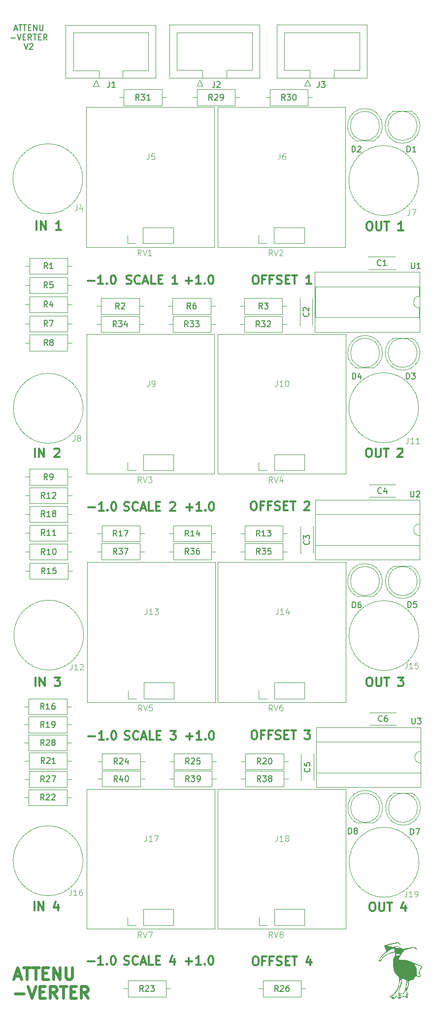
<source format=gbr>
%TF.GenerationSoftware,KiCad,Pcbnew,9.0.7*%
%TF.CreationDate,2026-02-08T19:28:40+11:00*%
%TF.ProjectId,attenuverter,61747465-6e75-4766-9572-7465722e6b69,rev?*%
%TF.SameCoordinates,Original*%
%TF.FileFunction,Legend,Top*%
%TF.FilePolarity,Positive*%
%FSLAX46Y46*%
G04 Gerber Fmt 4.6, Leading zero omitted, Abs format (unit mm)*
G04 Created by KiCad (PCBNEW 9.0.7) date 2026-02-08 19:28:40*
%MOMM*%
%LPD*%
G01*
G04 APERTURE LIST*
%ADD10C,0.300000*%
%ADD11C,0.500000*%
%ADD12C,0.150000*%
%ADD13C,0.100000*%
%ADD14C,0.120000*%
%ADD15C,0.000000*%
G04 APERTURE END LIST*
D10*
X34154510Y-62729400D02*
X35297368Y-62729400D01*
X36797368Y-63300828D02*
X35940225Y-63300828D01*
X36368796Y-63300828D02*
X36368796Y-61800828D01*
X36368796Y-61800828D02*
X36225939Y-62015114D01*
X36225939Y-62015114D02*
X36083082Y-62157971D01*
X36083082Y-62157971D02*
X35940225Y-62229400D01*
X37440224Y-63157971D02*
X37511653Y-63229400D01*
X37511653Y-63229400D02*
X37440224Y-63300828D01*
X37440224Y-63300828D02*
X37368796Y-63229400D01*
X37368796Y-63229400D02*
X37440224Y-63157971D01*
X37440224Y-63157971D02*
X37440224Y-63300828D01*
X38440225Y-61800828D02*
X38583082Y-61800828D01*
X38583082Y-61800828D02*
X38725939Y-61872257D01*
X38725939Y-61872257D02*
X38797368Y-61943685D01*
X38797368Y-61943685D02*
X38868796Y-62086542D01*
X38868796Y-62086542D02*
X38940225Y-62372257D01*
X38940225Y-62372257D02*
X38940225Y-62729400D01*
X38940225Y-62729400D02*
X38868796Y-63015114D01*
X38868796Y-63015114D02*
X38797368Y-63157971D01*
X38797368Y-63157971D02*
X38725939Y-63229400D01*
X38725939Y-63229400D02*
X38583082Y-63300828D01*
X38583082Y-63300828D02*
X38440225Y-63300828D01*
X38440225Y-63300828D02*
X38297368Y-63229400D01*
X38297368Y-63229400D02*
X38225939Y-63157971D01*
X38225939Y-63157971D02*
X38154510Y-63015114D01*
X38154510Y-63015114D02*
X38083082Y-62729400D01*
X38083082Y-62729400D02*
X38083082Y-62372257D01*
X38083082Y-62372257D02*
X38154510Y-62086542D01*
X38154510Y-62086542D02*
X38225939Y-61943685D01*
X38225939Y-61943685D02*
X38297368Y-61872257D01*
X38297368Y-61872257D02*
X38440225Y-61800828D01*
X40383082Y-180029400D02*
X40597368Y-180100828D01*
X40597368Y-180100828D02*
X40954510Y-180100828D01*
X40954510Y-180100828D02*
X41097368Y-180029400D01*
X41097368Y-180029400D02*
X41168796Y-179957971D01*
X41168796Y-179957971D02*
X41240225Y-179815114D01*
X41240225Y-179815114D02*
X41240225Y-179672257D01*
X41240225Y-179672257D02*
X41168796Y-179529400D01*
X41168796Y-179529400D02*
X41097368Y-179457971D01*
X41097368Y-179457971D02*
X40954510Y-179386542D01*
X40954510Y-179386542D02*
X40668796Y-179315114D01*
X40668796Y-179315114D02*
X40525939Y-179243685D01*
X40525939Y-179243685D02*
X40454510Y-179172257D01*
X40454510Y-179172257D02*
X40383082Y-179029400D01*
X40383082Y-179029400D02*
X40383082Y-178886542D01*
X40383082Y-178886542D02*
X40454510Y-178743685D01*
X40454510Y-178743685D02*
X40525939Y-178672257D01*
X40525939Y-178672257D02*
X40668796Y-178600828D01*
X40668796Y-178600828D02*
X41025939Y-178600828D01*
X41025939Y-178600828D02*
X41240225Y-178672257D01*
X42740224Y-179957971D02*
X42668796Y-180029400D01*
X42668796Y-180029400D02*
X42454510Y-180100828D01*
X42454510Y-180100828D02*
X42311653Y-180100828D01*
X42311653Y-180100828D02*
X42097367Y-180029400D01*
X42097367Y-180029400D02*
X41954510Y-179886542D01*
X41954510Y-179886542D02*
X41883081Y-179743685D01*
X41883081Y-179743685D02*
X41811653Y-179457971D01*
X41811653Y-179457971D02*
X41811653Y-179243685D01*
X41811653Y-179243685D02*
X41883081Y-178957971D01*
X41883081Y-178957971D02*
X41954510Y-178815114D01*
X41954510Y-178815114D02*
X42097367Y-178672257D01*
X42097367Y-178672257D02*
X42311653Y-178600828D01*
X42311653Y-178600828D02*
X42454510Y-178600828D01*
X42454510Y-178600828D02*
X42668796Y-178672257D01*
X42668796Y-178672257D02*
X42740224Y-178743685D01*
X43311653Y-179672257D02*
X44025939Y-179672257D01*
X43168796Y-180100828D02*
X43668796Y-178600828D01*
X43668796Y-178600828D02*
X44168796Y-180100828D01*
X45383081Y-180100828D02*
X44668795Y-180100828D01*
X44668795Y-180100828D02*
X44668795Y-178600828D01*
X45883081Y-179315114D02*
X46383081Y-179315114D01*
X46597367Y-180100828D02*
X45883081Y-180100828D01*
X45883081Y-180100828D02*
X45883081Y-178600828D01*
X45883081Y-178600828D02*
X46597367Y-178600828D01*
X49025939Y-179100828D02*
X49025939Y-180100828D01*
X48668796Y-178529400D02*
X48311653Y-179600828D01*
X48311653Y-179600828D02*
X49240224Y-179600828D01*
X50954510Y-62729400D02*
X52097368Y-62729400D01*
X51525939Y-63300828D02*
X51525939Y-62157971D01*
X53597368Y-63300828D02*
X52740225Y-63300828D01*
X53168796Y-63300828D02*
X53168796Y-61800828D01*
X53168796Y-61800828D02*
X53025939Y-62015114D01*
X53025939Y-62015114D02*
X52883082Y-62157971D01*
X52883082Y-62157971D02*
X52740225Y-62229400D01*
X54240224Y-63157971D02*
X54311653Y-63229400D01*
X54311653Y-63229400D02*
X54240224Y-63300828D01*
X54240224Y-63300828D02*
X54168796Y-63229400D01*
X54168796Y-63229400D02*
X54240224Y-63157971D01*
X54240224Y-63157971D02*
X54240224Y-63300828D01*
X55240225Y-61800828D02*
X55383082Y-61800828D01*
X55383082Y-61800828D02*
X55525939Y-61872257D01*
X55525939Y-61872257D02*
X55597368Y-61943685D01*
X55597368Y-61943685D02*
X55668796Y-62086542D01*
X55668796Y-62086542D02*
X55740225Y-62372257D01*
X55740225Y-62372257D02*
X55740225Y-62729400D01*
X55740225Y-62729400D02*
X55668796Y-63015114D01*
X55668796Y-63015114D02*
X55597368Y-63157971D01*
X55597368Y-63157971D02*
X55525939Y-63229400D01*
X55525939Y-63229400D02*
X55383082Y-63300828D01*
X55383082Y-63300828D02*
X55240225Y-63300828D01*
X55240225Y-63300828D02*
X55097368Y-63229400D01*
X55097368Y-63229400D02*
X55025939Y-63157971D01*
X55025939Y-63157971D02*
X54954510Y-63015114D01*
X54954510Y-63015114D02*
X54883082Y-62729400D01*
X54883082Y-62729400D02*
X54883082Y-62372257D01*
X54883082Y-62372257D02*
X54954510Y-62086542D01*
X54954510Y-62086542D02*
X55025939Y-61943685D01*
X55025939Y-61943685D02*
X55097368Y-61872257D01*
X55097368Y-61872257D02*
X55240225Y-61800828D01*
X40383082Y-102129400D02*
X40597368Y-102200828D01*
X40597368Y-102200828D02*
X40954510Y-102200828D01*
X40954510Y-102200828D02*
X41097368Y-102129400D01*
X41097368Y-102129400D02*
X41168796Y-102057971D01*
X41168796Y-102057971D02*
X41240225Y-101915114D01*
X41240225Y-101915114D02*
X41240225Y-101772257D01*
X41240225Y-101772257D02*
X41168796Y-101629400D01*
X41168796Y-101629400D02*
X41097368Y-101557971D01*
X41097368Y-101557971D02*
X40954510Y-101486542D01*
X40954510Y-101486542D02*
X40668796Y-101415114D01*
X40668796Y-101415114D02*
X40525939Y-101343685D01*
X40525939Y-101343685D02*
X40454510Y-101272257D01*
X40454510Y-101272257D02*
X40383082Y-101129400D01*
X40383082Y-101129400D02*
X40383082Y-100986542D01*
X40383082Y-100986542D02*
X40454510Y-100843685D01*
X40454510Y-100843685D02*
X40525939Y-100772257D01*
X40525939Y-100772257D02*
X40668796Y-100700828D01*
X40668796Y-100700828D02*
X41025939Y-100700828D01*
X41025939Y-100700828D02*
X41240225Y-100772257D01*
X42740224Y-102057971D02*
X42668796Y-102129400D01*
X42668796Y-102129400D02*
X42454510Y-102200828D01*
X42454510Y-102200828D02*
X42311653Y-102200828D01*
X42311653Y-102200828D02*
X42097367Y-102129400D01*
X42097367Y-102129400D02*
X41954510Y-101986542D01*
X41954510Y-101986542D02*
X41883081Y-101843685D01*
X41883081Y-101843685D02*
X41811653Y-101557971D01*
X41811653Y-101557971D02*
X41811653Y-101343685D01*
X41811653Y-101343685D02*
X41883081Y-101057971D01*
X41883081Y-101057971D02*
X41954510Y-100915114D01*
X41954510Y-100915114D02*
X42097367Y-100772257D01*
X42097367Y-100772257D02*
X42311653Y-100700828D01*
X42311653Y-100700828D02*
X42454510Y-100700828D01*
X42454510Y-100700828D02*
X42668796Y-100772257D01*
X42668796Y-100772257D02*
X42740224Y-100843685D01*
X43311653Y-101772257D02*
X44025939Y-101772257D01*
X43168796Y-102200828D02*
X43668796Y-100700828D01*
X43668796Y-100700828D02*
X44168796Y-102200828D01*
X45383081Y-102200828D02*
X44668795Y-102200828D01*
X44668795Y-102200828D02*
X44668795Y-100700828D01*
X45883081Y-101415114D02*
X46383081Y-101415114D01*
X46597367Y-102200828D02*
X45883081Y-102200828D01*
X45883081Y-102200828D02*
X45883081Y-100700828D01*
X45883081Y-100700828D02*
X46597367Y-100700828D01*
X48311653Y-100843685D02*
X48383081Y-100772257D01*
X48383081Y-100772257D02*
X48525939Y-100700828D01*
X48525939Y-100700828D02*
X48883081Y-100700828D01*
X48883081Y-100700828D02*
X49025939Y-100772257D01*
X49025939Y-100772257D02*
X49097367Y-100843685D01*
X49097367Y-100843685D02*
X49168796Y-100986542D01*
X49168796Y-100986542D02*
X49168796Y-101129400D01*
X49168796Y-101129400D02*
X49097367Y-101343685D01*
X49097367Y-101343685D02*
X48240224Y-102200828D01*
X48240224Y-102200828D02*
X49168796Y-102200828D01*
X62540225Y-100600828D02*
X62825939Y-100600828D01*
X62825939Y-100600828D02*
X62968796Y-100672257D01*
X62968796Y-100672257D02*
X63111653Y-100815114D01*
X63111653Y-100815114D02*
X63183082Y-101100828D01*
X63183082Y-101100828D02*
X63183082Y-101600828D01*
X63183082Y-101600828D02*
X63111653Y-101886542D01*
X63111653Y-101886542D02*
X62968796Y-102029400D01*
X62968796Y-102029400D02*
X62825939Y-102100828D01*
X62825939Y-102100828D02*
X62540225Y-102100828D01*
X62540225Y-102100828D02*
X62397368Y-102029400D01*
X62397368Y-102029400D02*
X62254510Y-101886542D01*
X62254510Y-101886542D02*
X62183082Y-101600828D01*
X62183082Y-101600828D02*
X62183082Y-101100828D01*
X62183082Y-101100828D02*
X62254510Y-100815114D01*
X62254510Y-100815114D02*
X62397368Y-100672257D01*
X62397368Y-100672257D02*
X62540225Y-100600828D01*
X64325939Y-101315114D02*
X63825939Y-101315114D01*
X63825939Y-102100828D02*
X63825939Y-100600828D01*
X63825939Y-100600828D02*
X64540225Y-100600828D01*
X65611653Y-101315114D02*
X65111653Y-101315114D01*
X65111653Y-102100828D02*
X65111653Y-100600828D01*
X65111653Y-100600828D02*
X65825939Y-100600828D01*
X66325939Y-102029400D02*
X66540225Y-102100828D01*
X66540225Y-102100828D02*
X66897367Y-102100828D01*
X66897367Y-102100828D02*
X67040225Y-102029400D01*
X67040225Y-102029400D02*
X67111653Y-101957971D01*
X67111653Y-101957971D02*
X67183082Y-101815114D01*
X67183082Y-101815114D02*
X67183082Y-101672257D01*
X67183082Y-101672257D02*
X67111653Y-101529400D01*
X67111653Y-101529400D02*
X67040225Y-101457971D01*
X67040225Y-101457971D02*
X66897367Y-101386542D01*
X66897367Y-101386542D02*
X66611653Y-101315114D01*
X66611653Y-101315114D02*
X66468796Y-101243685D01*
X66468796Y-101243685D02*
X66397367Y-101172257D01*
X66397367Y-101172257D02*
X66325939Y-101029400D01*
X66325939Y-101029400D02*
X66325939Y-100886542D01*
X66325939Y-100886542D02*
X66397367Y-100743685D01*
X66397367Y-100743685D02*
X66468796Y-100672257D01*
X66468796Y-100672257D02*
X66611653Y-100600828D01*
X66611653Y-100600828D02*
X66968796Y-100600828D01*
X66968796Y-100600828D02*
X67183082Y-100672257D01*
X67825938Y-101315114D02*
X68325938Y-101315114D01*
X68540224Y-102100828D02*
X67825938Y-102100828D01*
X67825938Y-102100828D02*
X67825938Y-100600828D01*
X67825938Y-100600828D02*
X68540224Y-100600828D01*
X68968796Y-100600828D02*
X69825939Y-100600828D01*
X69397367Y-102100828D02*
X69397367Y-100600828D01*
X71397367Y-100743685D02*
X71468795Y-100672257D01*
X71468795Y-100672257D02*
X71611653Y-100600828D01*
X71611653Y-100600828D02*
X71968795Y-100600828D01*
X71968795Y-100600828D02*
X72111653Y-100672257D01*
X72111653Y-100672257D02*
X72183081Y-100743685D01*
X72183081Y-100743685D02*
X72254510Y-100886542D01*
X72254510Y-100886542D02*
X72254510Y-101029400D01*
X72254510Y-101029400D02*
X72183081Y-101243685D01*
X72183081Y-101243685D02*
X71325938Y-102100828D01*
X71325938Y-102100828D02*
X72254510Y-102100828D01*
X82940225Y-169400828D02*
X83225939Y-169400828D01*
X83225939Y-169400828D02*
X83368796Y-169472257D01*
X83368796Y-169472257D02*
X83511653Y-169615114D01*
X83511653Y-169615114D02*
X83583082Y-169900828D01*
X83583082Y-169900828D02*
X83583082Y-170400828D01*
X83583082Y-170400828D02*
X83511653Y-170686542D01*
X83511653Y-170686542D02*
X83368796Y-170829400D01*
X83368796Y-170829400D02*
X83225939Y-170900828D01*
X83225939Y-170900828D02*
X82940225Y-170900828D01*
X82940225Y-170900828D02*
X82797368Y-170829400D01*
X82797368Y-170829400D02*
X82654510Y-170686542D01*
X82654510Y-170686542D02*
X82583082Y-170400828D01*
X82583082Y-170400828D02*
X82583082Y-169900828D01*
X82583082Y-169900828D02*
X82654510Y-169615114D01*
X82654510Y-169615114D02*
X82797368Y-169472257D01*
X82797368Y-169472257D02*
X82940225Y-169400828D01*
X84225939Y-169400828D02*
X84225939Y-170615114D01*
X84225939Y-170615114D02*
X84297368Y-170757971D01*
X84297368Y-170757971D02*
X84368797Y-170829400D01*
X84368797Y-170829400D02*
X84511654Y-170900828D01*
X84511654Y-170900828D02*
X84797368Y-170900828D01*
X84797368Y-170900828D02*
X84940225Y-170829400D01*
X84940225Y-170829400D02*
X85011654Y-170757971D01*
X85011654Y-170757971D02*
X85083082Y-170615114D01*
X85083082Y-170615114D02*
X85083082Y-169400828D01*
X85583083Y-169400828D02*
X86440226Y-169400828D01*
X86011654Y-170900828D02*
X86011654Y-169400828D01*
X88725940Y-169900828D02*
X88725940Y-170900828D01*
X88368797Y-169329400D02*
X88011654Y-170400828D01*
X88011654Y-170400828D02*
X88940225Y-170400828D01*
X62840225Y-178700828D02*
X63125939Y-178700828D01*
X63125939Y-178700828D02*
X63268796Y-178772257D01*
X63268796Y-178772257D02*
X63411653Y-178915114D01*
X63411653Y-178915114D02*
X63483082Y-179200828D01*
X63483082Y-179200828D02*
X63483082Y-179700828D01*
X63483082Y-179700828D02*
X63411653Y-179986542D01*
X63411653Y-179986542D02*
X63268796Y-180129400D01*
X63268796Y-180129400D02*
X63125939Y-180200828D01*
X63125939Y-180200828D02*
X62840225Y-180200828D01*
X62840225Y-180200828D02*
X62697368Y-180129400D01*
X62697368Y-180129400D02*
X62554510Y-179986542D01*
X62554510Y-179986542D02*
X62483082Y-179700828D01*
X62483082Y-179700828D02*
X62483082Y-179200828D01*
X62483082Y-179200828D02*
X62554510Y-178915114D01*
X62554510Y-178915114D02*
X62697368Y-178772257D01*
X62697368Y-178772257D02*
X62840225Y-178700828D01*
X64625939Y-179415114D02*
X64125939Y-179415114D01*
X64125939Y-180200828D02*
X64125939Y-178700828D01*
X64125939Y-178700828D02*
X64840225Y-178700828D01*
X65911653Y-179415114D02*
X65411653Y-179415114D01*
X65411653Y-180200828D02*
X65411653Y-178700828D01*
X65411653Y-178700828D02*
X66125939Y-178700828D01*
X66625939Y-180129400D02*
X66840225Y-180200828D01*
X66840225Y-180200828D02*
X67197367Y-180200828D01*
X67197367Y-180200828D02*
X67340225Y-180129400D01*
X67340225Y-180129400D02*
X67411653Y-180057971D01*
X67411653Y-180057971D02*
X67483082Y-179915114D01*
X67483082Y-179915114D02*
X67483082Y-179772257D01*
X67483082Y-179772257D02*
X67411653Y-179629400D01*
X67411653Y-179629400D02*
X67340225Y-179557971D01*
X67340225Y-179557971D02*
X67197367Y-179486542D01*
X67197367Y-179486542D02*
X66911653Y-179415114D01*
X66911653Y-179415114D02*
X66768796Y-179343685D01*
X66768796Y-179343685D02*
X66697367Y-179272257D01*
X66697367Y-179272257D02*
X66625939Y-179129400D01*
X66625939Y-179129400D02*
X66625939Y-178986542D01*
X66625939Y-178986542D02*
X66697367Y-178843685D01*
X66697367Y-178843685D02*
X66768796Y-178772257D01*
X66768796Y-178772257D02*
X66911653Y-178700828D01*
X66911653Y-178700828D02*
X67268796Y-178700828D01*
X67268796Y-178700828D02*
X67483082Y-178772257D01*
X68125938Y-179415114D02*
X68625938Y-179415114D01*
X68840224Y-180200828D02*
X68125938Y-180200828D01*
X68125938Y-180200828D02*
X68125938Y-178700828D01*
X68125938Y-178700828D02*
X68840224Y-178700828D01*
X69268796Y-178700828D02*
X70125939Y-178700828D01*
X69697367Y-180200828D02*
X69697367Y-178700828D01*
X72411653Y-179200828D02*
X72411653Y-180200828D01*
X72054510Y-178629400D02*
X71697367Y-179700828D01*
X71697367Y-179700828D02*
X72625938Y-179700828D01*
X82340225Y-91500828D02*
X82625939Y-91500828D01*
X82625939Y-91500828D02*
X82768796Y-91572257D01*
X82768796Y-91572257D02*
X82911653Y-91715114D01*
X82911653Y-91715114D02*
X82983082Y-92000828D01*
X82983082Y-92000828D02*
X82983082Y-92500828D01*
X82983082Y-92500828D02*
X82911653Y-92786542D01*
X82911653Y-92786542D02*
X82768796Y-92929400D01*
X82768796Y-92929400D02*
X82625939Y-93000828D01*
X82625939Y-93000828D02*
X82340225Y-93000828D01*
X82340225Y-93000828D02*
X82197368Y-92929400D01*
X82197368Y-92929400D02*
X82054510Y-92786542D01*
X82054510Y-92786542D02*
X81983082Y-92500828D01*
X81983082Y-92500828D02*
X81983082Y-92000828D01*
X81983082Y-92000828D02*
X82054510Y-91715114D01*
X82054510Y-91715114D02*
X82197368Y-91572257D01*
X82197368Y-91572257D02*
X82340225Y-91500828D01*
X83625939Y-91500828D02*
X83625939Y-92715114D01*
X83625939Y-92715114D02*
X83697368Y-92857971D01*
X83697368Y-92857971D02*
X83768797Y-92929400D01*
X83768797Y-92929400D02*
X83911654Y-93000828D01*
X83911654Y-93000828D02*
X84197368Y-93000828D01*
X84197368Y-93000828D02*
X84340225Y-92929400D01*
X84340225Y-92929400D02*
X84411654Y-92857971D01*
X84411654Y-92857971D02*
X84483082Y-92715114D01*
X84483082Y-92715114D02*
X84483082Y-91500828D01*
X84983083Y-91500828D02*
X85840226Y-91500828D01*
X85411654Y-93000828D02*
X85411654Y-91500828D01*
X87411654Y-91643685D02*
X87483082Y-91572257D01*
X87483082Y-91572257D02*
X87625940Y-91500828D01*
X87625940Y-91500828D02*
X87983082Y-91500828D01*
X87983082Y-91500828D02*
X88125940Y-91572257D01*
X88125940Y-91572257D02*
X88197368Y-91643685D01*
X88197368Y-91643685D02*
X88268797Y-91786542D01*
X88268797Y-91786542D02*
X88268797Y-91929400D01*
X88268797Y-91929400D02*
X88197368Y-92143685D01*
X88197368Y-92143685D02*
X87340225Y-93000828D01*
X87340225Y-93000828D02*
X88268797Y-93000828D01*
X51054510Y-101629400D02*
X52197368Y-101629400D01*
X51625939Y-102200828D02*
X51625939Y-101057971D01*
X53697368Y-102200828D02*
X52840225Y-102200828D01*
X53268796Y-102200828D02*
X53268796Y-100700828D01*
X53268796Y-100700828D02*
X53125939Y-100915114D01*
X53125939Y-100915114D02*
X52983082Y-101057971D01*
X52983082Y-101057971D02*
X52840225Y-101129400D01*
X54340224Y-102057971D02*
X54411653Y-102129400D01*
X54411653Y-102129400D02*
X54340224Y-102200828D01*
X54340224Y-102200828D02*
X54268796Y-102129400D01*
X54268796Y-102129400D02*
X54340224Y-102057971D01*
X54340224Y-102057971D02*
X54340224Y-102200828D01*
X55340225Y-100700828D02*
X55483082Y-100700828D01*
X55483082Y-100700828D02*
X55625939Y-100772257D01*
X55625939Y-100772257D02*
X55697368Y-100843685D01*
X55697368Y-100843685D02*
X55768796Y-100986542D01*
X55768796Y-100986542D02*
X55840225Y-101272257D01*
X55840225Y-101272257D02*
X55840225Y-101629400D01*
X55840225Y-101629400D02*
X55768796Y-101915114D01*
X55768796Y-101915114D02*
X55697368Y-102057971D01*
X55697368Y-102057971D02*
X55625939Y-102129400D01*
X55625939Y-102129400D02*
X55483082Y-102200828D01*
X55483082Y-102200828D02*
X55340225Y-102200828D01*
X55340225Y-102200828D02*
X55197368Y-102129400D01*
X55197368Y-102129400D02*
X55125939Y-102057971D01*
X55125939Y-102057971D02*
X55054510Y-101915114D01*
X55054510Y-101915114D02*
X54983082Y-101629400D01*
X54983082Y-101629400D02*
X54983082Y-101272257D01*
X54983082Y-101272257D02*
X55054510Y-100986542D01*
X55054510Y-100986542D02*
X55125939Y-100843685D01*
X55125939Y-100843685D02*
X55197368Y-100772257D01*
X55197368Y-100772257D02*
X55340225Y-100700828D01*
X25354510Y-54000828D02*
X25354510Y-52500828D01*
X26068796Y-54000828D02*
X26068796Y-52500828D01*
X26068796Y-52500828D02*
X26925939Y-54000828D01*
X26925939Y-54000828D02*
X26925939Y-52500828D01*
X29568797Y-54000828D02*
X28711654Y-54000828D01*
X29140225Y-54000828D02*
X29140225Y-52500828D01*
X29140225Y-52500828D02*
X28997368Y-52715114D01*
X28997368Y-52715114D02*
X28854511Y-52857971D01*
X28854511Y-52857971D02*
X28711654Y-52929400D01*
X34154510Y-179529400D02*
X35297368Y-179529400D01*
X36797368Y-180100828D02*
X35940225Y-180100828D01*
X36368796Y-180100828D02*
X36368796Y-178600828D01*
X36368796Y-178600828D02*
X36225939Y-178815114D01*
X36225939Y-178815114D02*
X36083082Y-178957971D01*
X36083082Y-178957971D02*
X35940225Y-179029400D01*
X37440224Y-179957971D02*
X37511653Y-180029400D01*
X37511653Y-180029400D02*
X37440224Y-180100828D01*
X37440224Y-180100828D02*
X37368796Y-180029400D01*
X37368796Y-180029400D02*
X37440224Y-179957971D01*
X37440224Y-179957971D02*
X37440224Y-180100828D01*
X38440225Y-178600828D02*
X38583082Y-178600828D01*
X38583082Y-178600828D02*
X38725939Y-178672257D01*
X38725939Y-178672257D02*
X38797368Y-178743685D01*
X38797368Y-178743685D02*
X38868796Y-178886542D01*
X38868796Y-178886542D02*
X38940225Y-179172257D01*
X38940225Y-179172257D02*
X38940225Y-179529400D01*
X38940225Y-179529400D02*
X38868796Y-179815114D01*
X38868796Y-179815114D02*
X38797368Y-179957971D01*
X38797368Y-179957971D02*
X38725939Y-180029400D01*
X38725939Y-180029400D02*
X38583082Y-180100828D01*
X38583082Y-180100828D02*
X38440225Y-180100828D01*
X38440225Y-180100828D02*
X38297368Y-180029400D01*
X38297368Y-180029400D02*
X38225939Y-179957971D01*
X38225939Y-179957971D02*
X38154510Y-179815114D01*
X38154510Y-179815114D02*
X38083082Y-179529400D01*
X38083082Y-179529400D02*
X38083082Y-179172257D01*
X38083082Y-179172257D02*
X38154510Y-178886542D01*
X38154510Y-178886542D02*
X38225939Y-178743685D01*
X38225939Y-178743685D02*
X38297368Y-178672257D01*
X38297368Y-178672257D02*
X38440225Y-178600828D01*
X24954510Y-170800828D02*
X24954510Y-169300828D01*
X25668796Y-170800828D02*
X25668796Y-169300828D01*
X25668796Y-169300828D02*
X26525939Y-170800828D01*
X26525939Y-170800828D02*
X26525939Y-169300828D01*
X29025940Y-169800828D02*
X29025940Y-170800828D01*
X28668797Y-169229400D02*
X28311654Y-170300828D01*
X28311654Y-170300828D02*
X29240225Y-170300828D01*
X40783082Y-63229400D02*
X40997368Y-63300828D01*
X40997368Y-63300828D02*
X41354510Y-63300828D01*
X41354510Y-63300828D02*
X41497368Y-63229400D01*
X41497368Y-63229400D02*
X41568796Y-63157971D01*
X41568796Y-63157971D02*
X41640225Y-63015114D01*
X41640225Y-63015114D02*
X41640225Y-62872257D01*
X41640225Y-62872257D02*
X41568796Y-62729400D01*
X41568796Y-62729400D02*
X41497368Y-62657971D01*
X41497368Y-62657971D02*
X41354510Y-62586542D01*
X41354510Y-62586542D02*
X41068796Y-62515114D01*
X41068796Y-62515114D02*
X40925939Y-62443685D01*
X40925939Y-62443685D02*
X40854510Y-62372257D01*
X40854510Y-62372257D02*
X40783082Y-62229400D01*
X40783082Y-62229400D02*
X40783082Y-62086542D01*
X40783082Y-62086542D02*
X40854510Y-61943685D01*
X40854510Y-61943685D02*
X40925939Y-61872257D01*
X40925939Y-61872257D02*
X41068796Y-61800828D01*
X41068796Y-61800828D02*
X41425939Y-61800828D01*
X41425939Y-61800828D02*
X41640225Y-61872257D01*
X43140224Y-63157971D02*
X43068796Y-63229400D01*
X43068796Y-63229400D02*
X42854510Y-63300828D01*
X42854510Y-63300828D02*
X42711653Y-63300828D01*
X42711653Y-63300828D02*
X42497367Y-63229400D01*
X42497367Y-63229400D02*
X42354510Y-63086542D01*
X42354510Y-63086542D02*
X42283081Y-62943685D01*
X42283081Y-62943685D02*
X42211653Y-62657971D01*
X42211653Y-62657971D02*
X42211653Y-62443685D01*
X42211653Y-62443685D02*
X42283081Y-62157971D01*
X42283081Y-62157971D02*
X42354510Y-62015114D01*
X42354510Y-62015114D02*
X42497367Y-61872257D01*
X42497367Y-61872257D02*
X42711653Y-61800828D01*
X42711653Y-61800828D02*
X42854510Y-61800828D01*
X42854510Y-61800828D02*
X43068796Y-61872257D01*
X43068796Y-61872257D02*
X43140224Y-61943685D01*
X43711653Y-62872257D02*
X44425939Y-62872257D01*
X43568796Y-63300828D02*
X44068796Y-61800828D01*
X44068796Y-61800828D02*
X44568796Y-63300828D01*
X45783081Y-63300828D02*
X45068795Y-63300828D01*
X45068795Y-63300828D02*
X45068795Y-61800828D01*
X46283081Y-62515114D02*
X46783081Y-62515114D01*
X46997367Y-63300828D02*
X46283081Y-63300828D01*
X46283081Y-63300828D02*
X46283081Y-61800828D01*
X46283081Y-61800828D02*
X46997367Y-61800828D01*
X49568796Y-63300828D02*
X48711653Y-63300828D01*
X49140224Y-63300828D02*
X49140224Y-61800828D01*
X49140224Y-61800828D02*
X48997367Y-62015114D01*
X48997367Y-62015114D02*
X48854510Y-62157971D01*
X48854510Y-62157971D02*
X48711653Y-62229400D01*
X82440225Y-130800828D02*
X82725939Y-130800828D01*
X82725939Y-130800828D02*
X82868796Y-130872257D01*
X82868796Y-130872257D02*
X83011653Y-131015114D01*
X83011653Y-131015114D02*
X83083082Y-131300828D01*
X83083082Y-131300828D02*
X83083082Y-131800828D01*
X83083082Y-131800828D02*
X83011653Y-132086542D01*
X83011653Y-132086542D02*
X82868796Y-132229400D01*
X82868796Y-132229400D02*
X82725939Y-132300828D01*
X82725939Y-132300828D02*
X82440225Y-132300828D01*
X82440225Y-132300828D02*
X82297368Y-132229400D01*
X82297368Y-132229400D02*
X82154510Y-132086542D01*
X82154510Y-132086542D02*
X82083082Y-131800828D01*
X82083082Y-131800828D02*
X82083082Y-131300828D01*
X82083082Y-131300828D02*
X82154510Y-131015114D01*
X82154510Y-131015114D02*
X82297368Y-130872257D01*
X82297368Y-130872257D02*
X82440225Y-130800828D01*
X83725939Y-130800828D02*
X83725939Y-132015114D01*
X83725939Y-132015114D02*
X83797368Y-132157971D01*
X83797368Y-132157971D02*
X83868797Y-132229400D01*
X83868797Y-132229400D02*
X84011654Y-132300828D01*
X84011654Y-132300828D02*
X84297368Y-132300828D01*
X84297368Y-132300828D02*
X84440225Y-132229400D01*
X84440225Y-132229400D02*
X84511654Y-132157971D01*
X84511654Y-132157971D02*
X84583082Y-132015114D01*
X84583082Y-132015114D02*
X84583082Y-130800828D01*
X85083083Y-130800828D02*
X85940226Y-130800828D01*
X85511654Y-132300828D02*
X85511654Y-130800828D01*
X87440225Y-130800828D02*
X88368797Y-130800828D01*
X88368797Y-130800828D02*
X87868797Y-131372257D01*
X87868797Y-131372257D02*
X88083082Y-131372257D01*
X88083082Y-131372257D02*
X88225940Y-131443685D01*
X88225940Y-131443685D02*
X88297368Y-131515114D01*
X88297368Y-131515114D02*
X88368797Y-131657971D01*
X88368797Y-131657971D02*
X88368797Y-132015114D01*
X88368797Y-132015114D02*
X88297368Y-132157971D01*
X88297368Y-132157971D02*
X88225940Y-132229400D01*
X88225940Y-132229400D02*
X88083082Y-132300828D01*
X88083082Y-132300828D02*
X87654511Y-132300828D01*
X87654511Y-132300828D02*
X87511654Y-132229400D01*
X87511654Y-132229400D02*
X87440225Y-132157971D01*
X25154510Y-132300828D02*
X25154510Y-130800828D01*
X25868796Y-132300828D02*
X25868796Y-130800828D01*
X25868796Y-130800828D02*
X26725939Y-132300828D01*
X26725939Y-132300828D02*
X26725939Y-130800828D01*
X28440225Y-130800828D02*
X29368797Y-130800828D01*
X29368797Y-130800828D02*
X28868797Y-131372257D01*
X28868797Y-131372257D02*
X29083082Y-131372257D01*
X29083082Y-131372257D02*
X29225940Y-131443685D01*
X29225940Y-131443685D02*
X29297368Y-131515114D01*
X29297368Y-131515114D02*
X29368797Y-131657971D01*
X29368797Y-131657971D02*
X29368797Y-132015114D01*
X29368797Y-132015114D02*
X29297368Y-132157971D01*
X29297368Y-132157971D02*
X29225940Y-132229400D01*
X29225940Y-132229400D02*
X29083082Y-132300828D01*
X29083082Y-132300828D02*
X28654511Y-132300828D01*
X28654511Y-132300828D02*
X28511654Y-132229400D01*
X28511654Y-132229400D02*
X28440225Y-132157971D01*
X62640225Y-139900828D02*
X62925939Y-139900828D01*
X62925939Y-139900828D02*
X63068796Y-139972257D01*
X63068796Y-139972257D02*
X63211653Y-140115114D01*
X63211653Y-140115114D02*
X63283082Y-140400828D01*
X63283082Y-140400828D02*
X63283082Y-140900828D01*
X63283082Y-140900828D02*
X63211653Y-141186542D01*
X63211653Y-141186542D02*
X63068796Y-141329400D01*
X63068796Y-141329400D02*
X62925939Y-141400828D01*
X62925939Y-141400828D02*
X62640225Y-141400828D01*
X62640225Y-141400828D02*
X62497368Y-141329400D01*
X62497368Y-141329400D02*
X62354510Y-141186542D01*
X62354510Y-141186542D02*
X62283082Y-140900828D01*
X62283082Y-140900828D02*
X62283082Y-140400828D01*
X62283082Y-140400828D02*
X62354510Y-140115114D01*
X62354510Y-140115114D02*
X62497368Y-139972257D01*
X62497368Y-139972257D02*
X62640225Y-139900828D01*
X64425939Y-140615114D02*
X63925939Y-140615114D01*
X63925939Y-141400828D02*
X63925939Y-139900828D01*
X63925939Y-139900828D02*
X64640225Y-139900828D01*
X65711653Y-140615114D02*
X65211653Y-140615114D01*
X65211653Y-141400828D02*
X65211653Y-139900828D01*
X65211653Y-139900828D02*
X65925939Y-139900828D01*
X66425939Y-141329400D02*
X66640225Y-141400828D01*
X66640225Y-141400828D02*
X66997367Y-141400828D01*
X66997367Y-141400828D02*
X67140225Y-141329400D01*
X67140225Y-141329400D02*
X67211653Y-141257971D01*
X67211653Y-141257971D02*
X67283082Y-141115114D01*
X67283082Y-141115114D02*
X67283082Y-140972257D01*
X67283082Y-140972257D02*
X67211653Y-140829400D01*
X67211653Y-140829400D02*
X67140225Y-140757971D01*
X67140225Y-140757971D02*
X66997367Y-140686542D01*
X66997367Y-140686542D02*
X66711653Y-140615114D01*
X66711653Y-140615114D02*
X66568796Y-140543685D01*
X66568796Y-140543685D02*
X66497367Y-140472257D01*
X66497367Y-140472257D02*
X66425939Y-140329400D01*
X66425939Y-140329400D02*
X66425939Y-140186542D01*
X66425939Y-140186542D02*
X66497367Y-140043685D01*
X66497367Y-140043685D02*
X66568796Y-139972257D01*
X66568796Y-139972257D02*
X66711653Y-139900828D01*
X66711653Y-139900828D02*
X67068796Y-139900828D01*
X67068796Y-139900828D02*
X67283082Y-139972257D01*
X67925938Y-140615114D02*
X68425938Y-140615114D01*
X68640224Y-141400828D02*
X67925938Y-141400828D01*
X67925938Y-141400828D02*
X67925938Y-139900828D01*
X67925938Y-139900828D02*
X68640224Y-139900828D01*
X69068796Y-139900828D02*
X69925939Y-139900828D01*
X69497367Y-141400828D02*
X69497367Y-139900828D01*
X71425938Y-139900828D02*
X72354510Y-139900828D01*
X72354510Y-139900828D02*
X71854510Y-140472257D01*
X71854510Y-140472257D02*
X72068795Y-140472257D01*
X72068795Y-140472257D02*
X72211653Y-140543685D01*
X72211653Y-140543685D02*
X72283081Y-140615114D01*
X72283081Y-140615114D02*
X72354510Y-140757971D01*
X72354510Y-140757971D02*
X72354510Y-141115114D01*
X72354510Y-141115114D02*
X72283081Y-141257971D01*
X72283081Y-141257971D02*
X72211653Y-141329400D01*
X72211653Y-141329400D02*
X72068795Y-141400828D01*
X72068795Y-141400828D02*
X71640224Y-141400828D01*
X71640224Y-141400828D02*
X71497367Y-141329400D01*
X71497367Y-141329400D02*
X71425938Y-141257971D01*
X25054510Y-93000828D02*
X25054510Y-91500828D01*
X25768796Y-93000828D02*
X25768796Y-91500828D01*
X25768796Y-91500828D02*
X26625939Y-93000828D01*
X26625939Y-93000828D02*
X26625939Y-91500828D01*
X28411654Y-91643685D02*
X28483082Y-91572257D01*
X28483082Y-91572257D02*
X28625940Y-91500828D01*
X28625940Y-91500828D02*
X28983082Y-91500828D01*
X28983082Y-91500828D02*
X29125940Y-91572257D01*
X29125940Y-91572257D02*
X29197368Y-91643685D01*
X29197368Y-91643685D02*
X29268797Y-91786542D01*
X29268797Y-91786542D02*
X29268797Y-91929400D01*
X29268797Y-91929400D02*
X29197368Y-92143685D01*
X29197368Y-92143685D02*
X28340225Y-93000828D01*
X28340225Y-93000828D02*
X29268797Y-93000828D01*
X34254510Y-140929400D02*
X35397368Y-140929400D01*
X36897368Y-141500828D02*
X36040225Y-141500828D01*
X36468796Y-141500828D02*
X36468796Y-140000828D01*
X36468796Y-140000828D02*
X36325939Y-140215114D01*
X36325939Y-140215114D02*
X36183082Y-140357971D01*
X36183082Y-140357971D02*
X36040225Y-140429400D01*
X37540224Y-141357971D02*
X37611653Y-141429400D01*
X37611653Y-141429400D02*
X37540224Y-141500828D01*
X37540224Y-141500828D02*
X37468796Y-141429400D01*
X37468796Y-141429400D02*
X37540224Y-141357971D01*
X37540224Y-141357971D02*
X37540224Y-141500828D01*
X38540225Y-140000828D02*
X38683082Y-140000828D01*
X38683082Y-140000828D02*
X38825939Y-140072257D01*
X38825939Y-140072257D02*
X38897368Y-140143685D01*
X38897368Y-140143685D02*
X38968796Y-140286542D01*
X38968796Y-140286542D02*
X39040225Y-140572257D01*
X39040225Y-140572257D02*
X39040225Y-140929400D01*
X39040225Y-140929400D02*
X38968796Y-141215114D01*
X38968796Y-141215114D02*
X38897368Y-141357971D01*
X38897368Y-141357971D02*
X38825939Y-141429400D01*
X38825939Y-141429400D02*
X38683082Y-141500828D01*
X38683082Y-141500828D02*
X38540225Y-141500828D01*
X38540225Y-141500828D02*
X38397368Y-141429400D01*
X38397368Y-141429400D02*
X38325939Y-141357971D01*
X38325939Y-141357971D02*
X38254510Y-141215114D01*
X38254510Y-141215114D02*
X38183082Y-140929400D01*
X38183082Y-140929400D02*
X38183082Y-140572257D01*
X38183082Y-140572257D02*
X38254510Y-140286542D01*
X38254510Y-140286542D02*
X38325939Y-140143685D01*
X38325939Y-140143685D02*
X38397368Y-140072257D01*
X38397368Y-140072257D02*
X38540225Y-140000828D01*
X62840225Y-61800828D02*
X63125939Y-61800828D01*
X63125939Y-61800828D02*
X63268796Y-61872257D01*
X63268796Y-61872257D02*
X63411653Y-62015114D01*
X63411653Y-62015114D02*
X63483082Y-62300828D01*
X63483082Y-62300828D02*
X63483082Y-62800828D01*
X63483082Y-62800828D02*
X63411653Y-63086542D01*
X63411653Y-63086542D02*
X63268796Y-63229400D01*
X63268796Y-63229400D02*
X63125939Y-63300828D01*
X63125939Y-63300828D02*
X62840225Y-63300828D01*
X62840225Y-63300828D02*
X62697368Y-63229400D01*
X62697368Y-63229400D02*
X62554510Y-63086542D01*
X62554510Y-63086542D02*
X62483082Y-62800828D01*
X62483082Y-62800828D02*
X62483082Y-62300828D01*
X62483082Y-62300828D02*
X62554510Y-62015114D01*
X62554510Y-62015114D02*
X62697368Y-61872257D01*
X62697368Y-61872257D02*
X62840225Y-61800828D01*
X64625939Y-62515114D02*
X64125939Y-62515114D01*
X64125939Y-63300828D02*
X64125939Y-61800828D01*
X64125939Y-61800828D02*
X64840225Y-61800828D01*
X65911653Y-62515114D02*
X65411653Y-62515114D01*
X65411653Y-63300828D02*
X65411653Y-61800828D01*
X65411653Y-61800828D02*
X66125939Y-61800828D01*
X66625939Y-63229400D02*
X66840225Y-63300828D01*
X66840225Y-63300828D02*
X67197367Y-63300828D01*
X67197367Y-63300828D02*
X67340225Y-63229400D01*
X67340225Y-63229400D02*
X67411653Y-63157971D01*
X67411653Y-63157971D02*
X67483082Y-63015114D01*
X67483082Y-63015114D02*
X67483082Y-62872257D01*
X67483082Y-62872257D02*
X67411653Y-62729400D01*
X67411653Y-62729400D02*
X67340225Y-62657971D01*
X67340225Y-62657971D02*
X67197367Y-62586542D01*
X67197367Y-62586542D02*
X66911653Y-62515114D01*
X66911653Y-62515114D02*
X66768796Y-62443685D01*
X66768796Y-62443685D02*
X66697367Y-62372257D01*
X66697367Y-62372257D02*
X66625939Y-62229400D01*
X66625939Y-62229400D02*
X66625939Y-62086542D01*
X66625939Y-62086542D02*
X66697367Y-61943685D01*
X66697367Y-61943685D02*
X66768796Y-61872257D01*
X66768796Y-61872257D02*
X66911653Y-61800828D01*
X66911653Y-61800828D02*
X67268796Y-61800828D01*
X67268796Y-61800828D02*
X67483082Y-61872257D01*
X68125938Y-62515114D02*
X68625938Y-62515114D01*
X68840224Y-63300828D02*
X68125938Y-63300828D01*
X68125938Y-63300828D02*
X68125938Y-61800828D01*
X68125938Y-61800828D02*
X68840224Y-61800828D01*
X69268796Y-61800828D02*
X70125939Y-61800828D01*
X69697367Y-63300828D02*
X69697367Y-61800828D01*
X72554510Y-63300828D02*
X71697367Y-63300828D01*
X72125938Y-63300828D02*
X72125938Y-61800828D01*
X72125938Y-61800828D02*
X71983081Y-62015114D01*
X71983081Y-62015114D02*
X71840224Y-62157971D01*
X71840224Y-62157971D02*
X71697367Y-62229400D01*
X82440225Y-52600828D02*
X82725939Y-52600828D01*
X82725939Y-52600828D02*
X82868796Y-52672257D01*
X82868796Y-52672257D02*
X83011653Y-52815114D01*
X83011653Y-52815114D02*
X83083082Y-53100828D01*
X83083082Y-53100828D02*
X83083082Y-53600828D01*
X83083082Y-53600828D02*
X83011653Y-53886542D01*
X83011653Y-53886542D02*
X82868796Y-54029400D01*
X82868796Y-54029400D02*
X82725939Y-54100828D01*
X82725939Y-54100828D02*
X82440225Y-54100828D01*
X82440225Y-54100828D02*
X82297368Y-54029400D01*
X82297368Y-54029400D02*
X82154510Y-53886542D01*
X82154510Y-53886542D02*
X82083082Y-53600828D01*
X82083082Y-53600828D02*
X82083082Y-53100828D01*
X82083082Y-53100828D02*
X82154510Y-52815114D01*
X82154510Y-52815114D02*
X82297368Y-52672257D01*
X82297368Y-52672257D02*
X82440225Y-52600828D01*
X83725939Y-52600828D02*
X83725939Y-53815114D01*
X83725939Y-53815114D02*
X83797368Y-53957971D01*
X83797368Y-53957971D02*
X83868797Y-54029400D01*
X83868797Y-54029400D02*
X84011654Y-54100828D01*
X84011654Y-54100828D02*
X84297368Y-54100828D01*
X84297368Y-54100828D02*
X84440225Y-54029400D01*
X84440225Y-54029400D02*
X84511654Y-53957971D01*
X84511654Y-53957971D02*
X84583082Y-53815114D01*
X84583082Y-53815114D02*
X84583082Y-52600828D01*
X85083083Y-52600828D02*
X85940226Y-52600828D01*
X85511654Y-54100828D02*
X85511654Y-52600828D01*
X88368797Y-54100828D02*
X87511654Y-54100828D01*
X87940225Y-54100828D02*
X87940225Y-52600828D01*
X87940225Y-52600828D02*
X87797368Y-52815114D01*
X87797368Y-52815114D02*
X87654511Y-52957971D01*
X87654511Y-52957971D02*
X87511654Y-53029400D01*
X34254510Y-101629400D02*
X35397368Y-101629400D01*
X36897368Y-102200828D02*
X36040225Y-102200828D01*
X36468796Y-102200828D02*
X36468796Y-100700828D01*
X36468796Y-100700828D02*
X36325939Y-100915114D01*
X36325939Y-100915114D02*
X36183082Y-101057971D01*
X36183082Y-101057971D02*
X36040225Y-101129400D01*
X37540224Y-102057971D02*
X37611653Y-102129400D01*
X37611653Y-102129400D02*
X37540224Y-102200828D01*
X37540224Y-102200828D02*
X37468796Y-102129400D01*
X37468796Y-102129400D02*
X37540224Y-102057971D01*
X37540224Y-102057971D02*
X37540224Y-102200828D01*
X38540225Y-100700828D02*
X38683082Y-100700828D01*
X38683082Y-100700828D02*
X38825939Y-100772257D01*
X38825939Y-100772257D02*
X38897368Y-100843685D01*
X38897368Y-100843685D02*
X38968796Y-100986542D01*
X38968796Y-100986542D02*
X39040225Y-101272257D01*
X39040225Y-101272257D02*
X39040225Y-101629400D01*
X39040225Y-101629400D02*
X38968796Y-101915114D01*
X38968796Y-101915114D02*
X38897368Y-102057971D01*
X38897368Y-102057971D02*
X38825939Y-102129400D01*
X38825939Y-102129400D02*
X38683082Y-102200828D01*
X38683082Y-102200828D02*
X38540225Y-102200828D01*
X38540225Y-102200828D02*
X38397368Y-102129400D01*
X38397368Y-102129400D02*
X38325939Y-102057971D01*
X38325939Y-102057971D02*
X38254510Y-101915114D01*
X38254510Y-101915114D02*
X38183082Y-101629400D01*
X38183082Y-101629400D02*
X38183082Y-101272257D01*
X38183082Y-101272257D02*
X38254510Y-100986542D01*
X38254510Y-100986542D02*
X38325939Y-100843685D01*
X38325939Y-100843685D02*
X38397368Y-100772257D01*
X38397368Y-100772257D02*
X38540225Y-100700828D01*
X50954510Y-179529400D02*
X52097368Y-179529400D01*
X51525939Y-180100828D02*
X51525939Y-178957971D01*
X53597368Y-180100828D02*
X52740225Y-180100828D01*
X53168796Y-180100828D02*
X53168796Y-178600828D01*
X53168796Y-178600828D02*
X53025939Y-178815114D01*
X53025939Y-178815114D02*
X52883082Y-178957971D01*
X52883082Y-178957971D02*
X52740225Y-179029400D01*
X54240224Y-179957971D02*
X54311653Y-180029400D01*
X54311653Y-180029400D02*
X54240224Y-180100828D01*
X54240224Y-180100828D02*
X54168796Y-180029400D01*
X54168796Y-180029400D02*
X54240224Y-179957971D01*
X54240224Y-179957971D02*
X54240224Y-180100828D01*
X55240225Y-178600828D02*
X55383082Y-178600828D01*
X55383082Y-178600828D02*
X55525939Y-178672257D01*
X55525939Y-178672257D02*
X55597368Y-178743685D01*
X55597368Y-178743685D02*
X55668796Y-178886542D01*
X55668796Y-178886542D02*
X55740225Y-179172257D01*
X55740225Y-179172257D02*
X55740225Y-179529400D01*
X55740225Y-179529400D02*
X55668796Y-179815114D01*
X55668796Y-179815114D02*
X55597368Y-179957971D01*
X55597368Y-179957971D02*
X55525939Y-180029400D01*
X55525939Y-180029400D02*
X55383082Y-180100828D01*
X55383082Y-180100828D02*
X55240225Y-180100828D01*
X55240225Y-180100828D02*
X55097368Y-180029400D01*
X55097368Y-180029400D02*
X55025939Y-179957971D01*
X55025939Y-179957971D02*
X54954510Y-179815114D01*
X54954510Y-179815114D02*
X54883082Y-179529400D01*
X54883082Y-179529400D02*
X54883082Y-179172257D01*
X54883082Y-179172257D02*
X54954510Y-178886542D01*
X54954510Y-178886542D02*
X55025939Y-178743685D01*
X55025939Y-178743685D02*
X55097368Y-178672257D01*
X55097368Y-178672257D02*
X55240225Y-178600828D01*
D11*
X21609899Y-182037921D02*
X22562280Y-182037921D01*
X21419423Y-182609350D02*
X22086089Y-180609350D01*
X22086089Y-180609350D02*
X22752756Y-182609350D01*
X23133709Y-180609350D02*
X24276566Y-180609350D01*
X23705137Y-182609350D02*
X23705137Y-180609350D01*
X24657519Y-180609350D02*
X25800376Y-180609350D01*
X25228947Y-182609350D02*
X25228947Y-180609350D01*
X26467043Y-181561731D02*
X27133710Y-181561731D01*
X27419424Y-182609350D02*
X26467043Y-182609350D01*
X26467043Y-182609350D02*
X26467043Y-180609350D01*
X26467043Y-180609350D02*
X27419424Y-180609350D01*
X28276567Y-182609350D02*
X28276567Y-180609350D01*
X28276567Y-180609350D02*
X29419424Y-182609350D01*
X29419424Y-182609350D02*
X29419424Y-180609350D01*
X30371805Y-180609350D02*
X30371805Y-182228397D01*
X30371805Y-182228397D02*
X30467043Y-182418873D01*
X30467043Y-182418873D02*
X30562281Y-182514112D01*
X30562281Y-182514112D02*
X30752757Y-182609350D01*
X30752757Y-182609350D02*
X31133710Y-182609350D01*
X31133710Y-182609350D02*
X31324186Y-182514112D01*
X31324186Y-182514112D02*
X31419424Y-182418873D01*
X31419424Y-182418873D02*
X31514662Y-182228397D01*
X31514662Y-182228397D02*
X31514662Y-180609350D01*
X21705137Y-185067333D02*
X23228947Y-185067333D01*
X23895613Y-183829238D02*
X24562279Y-185829238D01*
X24562279Y-185829238D02*
X25228946Y-183829238D01*
X25895613Y-184781619D02*
X26562280Y-184781619D01*
X26847994Y-185829238D02*
X25895613Y-185829238D01*
X25895613Y-185829238D02*
X25895613Y-183829238D01*
X25895613Y-183829238D02*
X26847994Y-183829238D01*
X28847994Y-185829238D02*
X28181327Y-184876857D01*
X27705137Y-185829238D02*
X27705137Y-183829238D01*
X27705137Y-183829238D02*
X28467042Y-183829238D01*
X28467042Y-183829238D02*
X28657518Y-183924476D01*
X28657518Y-183924476D02*
X28752756Y-184019714D01*
X28752756Y-184019714D02*
X28847994Y-184210190D01*
X28847994Y-184210190D02*
X28847994Y-184495904D01*
X28847994Y-184495904D02*
X28752756Y-184686380D01*
X28752756Y-184686380D02*
X28657518Y-184781619D01*
X28657518Y-184781619D02*
X28467042Y-184876857D01*
X28467042Y-184876857D02*
X27705137Y-184876857D01*
X29419423Y-183829238D02*
X30562280Y-183829238D01*
X29990851Y-185829238D02*
X29990851Y-183829238D01*
X31228947Y-184781619D02*
X31895614Y-184781619D01*
X32181328Y-185829238D02*
X31228947Y-185829238D01*
X31228947Y-185829238D02*
X31228947Y-183829238D01*
X31228947Y-183829238D02*
X32181328Y-183829238D01*
X34181328Y-185829238D02*
X33514661Y-184876857D01*
X33038471Y-185829238D02*
X33038471Y-183829238D01*
X33038471Y-183829238D02*
X33800376Y-183829238D01*
X33800376Y-183829238D02*
X33990852Y-183924476D01*
X33990852Y-183924476D02*
X34086090Y-184019714D01*
X34086090Y-184019714D02*
X34181328Y-184210190D01*
X34181328Y-184210190D02*
X34181328Y-184495904D01*
X34181328Y-184495904D02*
X34086090Y-184686380D01*
X34086090Y-184686380D02*
X33990852Y-184781619D01*
X33990852Y-184781619D02*
X33800376Y-184876857D01*
X33800376Y-184876857D02*
X33038471Y-184876857D01*
D10*
X40483082Y-141429400D02*
X40697368Y-141500828D01*
X40697368Y-141500828D02*
X41054510Y-141500828D01*
X41054510Y-141500828D02*
X41197368Y-141429400D01*
X41197368Y-141429400D02*
X41268796Y-141357971D01*
X41268796Y-141357971D02*
X41340225Y-141215114D01*
X41340225Y-141215114D02*
X41340225Y-141072257D01*
X41340225Y-141072257D02*
X41268796Y-140929400D01*
X41268796Y-140929400D02*
X41197368Y-140857971D01*
X41197368Y-140857971D02*
X41054510Y-140786542D01*
X41054510Y-140786542D02*
X40768796Y-140715114D01*
X40768796Y-140715114D02*
X40625939Y-140643685D01*
X40625939Y-140643685D02*
X40554510Y-140572257D01*
X40554510Y-140572257D02*
X40483082Y-140429400D01*
X40483082Y-140429400D02*
X40483082Y-140286542D01*
X40483082Y-140286542D02*
X40554510Y-140143685D01*
X40554510Y-140143685D02*
X40625939Y-140072257D01*
X40625939Y-140072257D02*
X40768796Y-140000828D01*
X40768796Y-140000828D02*
X41125939Y-140000828D01*
X41125939Y-140000828D02*
X41340225Y-140072257D01*
X42840224Y-141357971D02*
X42768796Y-141429400D01*
X42768796Y-141429400D02*
X42554510Y-141500828D01*
X42554510Y-141500828D02*
X42411653Y-141500828D01*
X42411653Y-141500828D02*
X42197367Y-141429400D01*
X42197367Y-141429400D02*
X42054510Y-141286542D01*
X42054510Y-141286542D02*
X41983081Y-141143685D01*
X41983081Y-141143685D02*
X41911653Y-140857971D01*
X41911653Y-140857971D02*
X41911653Y-140643685D01*
X41911653Y-140643685D02*
X41983081Y-140357971D01*
X41983081Y-140357971D02*
X42054510Y-140215114D01*
X42054510Y-140215114D02*
X42197367Y-140072257D01*
X42197367Y-140072257D02*
X42411653Y-140000828D01*
X42411653Y-140000828D02*
X42554510Y-140000828D01*
X42554510Y-140000828D02*
X42768796Y-140072257D01*
X42768796Y-140072257D02*
X42840224Y-140143685D01*
X43411653Y-141072257D02*
X44125939Y-141072257D01*
X43268796Y-141500828D02*
X43768796Y-140000828D01*
X43768796Y-140000828D02*
X44268796Y-141500828D01*
X45483081Y-141500828D02*
X44768795Y-141500828D01*
X44768795Y-141500828D02*
X44768795Y-140000828D01*
X45983081Y-140715114D02*
X46483081Y-140715114D01*
X46697367Y-141500828D02*
X45983081Y-141500828D01*
X45983081Y-141500828D02*
X45983081Y-140000828D01*
X45983081Y-140000828D02*
X46697367Y-140000828D01*
X48340224Y-140000828D02*
X49268796Y-140000828D01*
X49268796Y-140000828D02*
X48768796Y-140572257D01*
X48768796Y-140572257D02*
X48983081Y-140572257D01*
X48983081Y-140572257D02*
X49125939Y-140643685D01*
X49125939Y-140643685D02*
X49197367Y-140715114D01*
X49197367Y-140715114D02*
X49268796Y-140857971D01*
X49268796Y-140857971D02*
X49268796Y-141215114D01*
X49268796Y-141215114D02*
X49197367Y-141357971D01*
X49197367Y-141357971D02*
X49125939Y-141429400D01*
X49125939Y-141429400D02*
X48983081Y-141500828D01*
X48983081Y-141500828D02*
X48554510Y-141500828D01*
X48554510Y-141500828D02*
X48411653Y-141429400D01*
X48411653Y-141429400D02*
X48340224Y-141357971D01*
D12*
X21500000Y-19559160D02*
X21976190Y-19559160D01*
X21404762Y-19844875D02*
X21738095Y-18844875D01*
X21738095Y-18844875D02*
X22071428Y-19844875D01*
X22261905Y-18844875D02*
X22833333Y-18844875D01*
X22547619Y-19844875D02*
X22547619Y-18844875D01*
X23023810Y-18844875D02*
X23595238Y-18844875D01*
X23309524Y-19844875D02*
X23309524Y-18844875D01*
X23928572Y-19321065D02*
X24261905Y-19321065D01*
X24404762Y-19844875D02*
X23928572Y-19844875D01*
X23928572Y-19844875D02*
X23928572Y-18844875D01*
X23928572Y-18844875D02*
X24404762Y-18844875D01*
X24833334Y-19844875D02*
X24833334Y-18844875D01*
X24833334Y-18844875D02*
X25404762Y-19844875D01*
X25404762Y-19844875D02*
X25404762Y-18844875D01*
X25880953Y-18844875D02*
X25880953Y-19654398D01*
X25880953Y-19654398D02*
X25928572Y-19749636D01*
X25928572Y-19749636D02*
X25976191Y-19797256D01*
X25976191Y-19797256D02*
X26071429Y-19844875D01*
X26071429Y-19844875D02*
X26261905Y-19844875D01*
X26261905Y-19844875D02*
X26357143Y-19797256D01*
X26357143Y-19797256D02*
X26404762Y-19749636D01*
X26404762Y-19749636D02*
X26452381Y-19654398D01*
X26452381Y-19654398D02*
X26452381Y-18844875D01*
X20904762Y-21073866D02*
X21666667Y-21073866D01*
X22000000Y-20454819D02*
X22333333Y-21454819D01*
X22333333Y-21454819D02*
X22666666Y-20454819D01*
X23000000Y-20931009D02*
X23333333Y-20931009D01*
X23476190Y-21454819D02*
X23000000Y-21454819D01*
X23000000Y-21454819D02*
X23000000Y-20454819D01*
X23000000Y-20454819D02*
X23476190Y-20454819D01*
X24476190Y-21454819D02*
X24142857Y-20978628D01*
X23904762Y-21454819D02*
X23904762Y-20454819D01*
X23904762Y-20454819D02*
X24285714Y-20454819D01*
X24285714Y-20454819D02*
X24380952Y-20502438D01*
X24380952Y-20502438D02*
X24428571Y-20550057D01*
X24428571Y-20550057D02*
X24476190Y-20645295D01*
X24476190Y-20645295D02*
X24476190Y-20788152D01*
X24476190Y-20788152D02*
X24428571Y-20883390D01*
X24428571Y-20883390D02*
X24380952Y-20931009D01*
X24380952Y-20931009D02*
X24285714Y-20978628D01*
X24285714Y-20978628D02*
X23904762Y-20978628D01*
X24761905Y-20454819D02*
X25333333Y-20454819D01*
X25047619Y-21454819D02*
X25047619Y-20454819D01*
X25666667Y-20931009D02*
X26000000Y-20931009D01*
X26142857Y-21454819D02*
X25666667Y-21454819D01*
X25666667Y-21454819D02*
X25666667Y-20454819D01*
X25666667Y-20454819D02*
X26142857Y-20454819D01*
X27142857Y-21454819D02*
X26809524Y-20978628D01*
X26571429Y-21454819D02*
X26571429Y-20454819D01*
X26571429Y-20454819D02*
X26952381Y-20454819D01*
X26952381Y-20454819D02*
X27047619Y-20502438D01*
X27047619Y-20502438D02*
X27095238Y-20550057D01*
X27095238Y-20550057D02*
X27142857Y-20645295D01*
X27142857Y-20645295D02*
X27142857Y-20788152D01*
X27142857Y-20788152D02*
X27095238Y-20883390D01*
X27095238Y-20883390D02*
X27047619Y-20931009D01*
X27047619Y-20931009D02*
X26952381Y-20978628D01*
X26952381Y-20978628D02*
X26571429Y-20978628D01*
X23190476Y-22064763D02*
X23523809Y-23064763D01*
X23523809Y-23064763D02*
X23857142Y-22064763D01*
X24142857Y-22160001D02*
X24190476Y-22112382D01*
X24190476Y-22112382D02*
X24285714Y-22064763D01*
X24285714Y-22064763D02*
X24523809Y-22064763D01*
X24523809Y-22064763D02*
X24619047Y-22112382D01*
X24619047Y-22112382D02*
X24666666Y-22160001D01*
X24666666Y-22160001D02*
X24714285Y-22255239D01*
X24714285Y-22255239D02*
X24714285Y-22350477D01*
X24714285Y-22350477D02*
X24666666Y-22493334D01*
X24666666Y-22493334D02*
X24095238Y-23064763D01*
X24095238Y-23064763D02*
X24714285Y-23064763D01*
D10*
X51054510Y-140929400D02*
X52197368Y-140929400D01*
X51625939Y-141500828D02*
X51625939Y-140357971D01*
X53697368Y-141500828D02*
X52840225Y-141500828D01*
X53268796Y-141500828D02*
X53268796Y-140000828D01*
X53268796Y-140000828D02*
X53125939Y-140215114D01*
X53125939Y-140215114D02*
X52983082Y-140357971D01*
X52983082Y-140357971D02*
X52840225Y-140429400D01*
X54340224Y-141357971D02*
X54411653Y-141429400D01*
X54411653Y-141429400D02*
X54340224Y-141500828D01*
X54340224Y-141500828D02*
X54268796Y-141429400D01*
X54268796Y-141429400D02*
X54340224Y-141357971D01*
X54340224Y-141357971D02*
X54340224Y-141500828D01*
X55340225Y-140000828D02*
X55483082Y-140000828D01*
X55483082Y-140000828D02*
X55625939Y-140072257D01*
X55625939Y-140072257D02*
X55697368Y-140143685D01*
X55697368Y-140143685D02*
X55768796Y-140286542D01*
X55768796Y-140286542D02*
X55840225Y-140572257D01*
X55840225Y-140572257D02*
X55840225Y-140929400D01*
X55840225Y-140929400D02*
X55768796Y-141215114D01*
X55768796Y-141215114D02*
X55697368Y-141357971D01*
X55697368Y-141357971D02*
X55625939Y-141429400D01*
X55625939Y-141429400D02*
X55483082Y-141500828D01*
X55483082Y-141500828D02*
X55340225Y-141500828D01*
X55340225Y-141500828D02*
X55197368Y-141429400D01*
X55197368Y-141429400D02*
X55125939Y-141357971D01*
X55125939Y-141357971D02*
X55054510Y-141215114D01*
X55054510Y-141215114D02*
X54983082Y-140929400D01*
X54983082Y-140929400D02*
X54983082Y-140572257D01*
X54983082Y-140572257D02*
X55054510Y-140286542D01*
X55054510Y-140286542D02*
X55125939Y-140143685D01*
X55125939Y-140143685D02*
X55197368Y-140072257D01*
X55197368Y-140072257D02*
X55340225Y-140000828D01*
D12*
X26757142Y-103204019D02*
X26423809Y-102727828D01*
X26185714Y-103204019D02*
X26185714Y-102204019D01*
X26185714Y-102204019D02*
X26566666Y-102204019D01*
X26566666Y-102204019D02*
X26661904Y-102251638D01*
X26661904Y-102251638D02*
X26709523Y-102299257D01*
X26709523Y-102299257D02*
X26757142Y-102394495D01*
X26757142Y-102394495D02*
X26757142Y-102537352D01*
X26757142Y-102537352D02*
X26709523Y-102632590D01*
X26709523Y-102632590D02*
X26661904Y-102680209D01*
X26661904Y-102680209D02*
X26566666Y-102727828D01*
X26566666Y-102727828D02*
X26185714Y-102727828D01*
X27709523Y-103204019D02*
X27138095Y-103204019D01*
X27423809Y-103204019D02*
X27423809Y-102204019D01*
X27423809Y-102204019D02*
X27328571Y-102346876D01*
X27328571Y-102346876D02*
X27233333Y-102442114D01*
X27233333Y-102442114D02*
X27138095Y-102489733D01*
X28280952Y-102632590D02*
X28185714Y-102584971D01*
X28185714Y-102584971D02*
X28138095Y-102537352D01*
X28138095Y-102537352D02*
X28090476Y-102442114D01*
X28090476Y-102442114D02*
X28090476Y-102394495D01*
X28090476Y-102394495D02*
X28138095Y-102299257D01*
X28138095Y-102299257D02*
X28185714Y-102251638D01*
X28185714Y-102251638D02*
X28280952Y-102204019D01*
X28280952Y-102204019D02*
X28471428Y-102204019D01*
X28471428Y-102204019D02*
X28566666Y-102251638D01*
X28566666Y-102251638D02*
X28614285Y-102299257D01*
X28614285Y-102299257D02*
X28661904Y-102394495D01*
X28661904Y-102394495D02*
X28661904Y-102442114D01*
X28661904Y-102442114D02*
X28614285Y-102537352D01*
X28614285Y-102537352D02*
X28566666Y-102584971D01*
X28566666Y-102584971D02*
X28471428Y-102632590D01*
X28471428Y-102632590D02*
X28280952Y-102632590D01*
X28280952Y-102632590D02*
X28185714Y-102680209D01*
X28185714Y-102680209D02*
X28138095Y-102727828D01*
X28138095Y-102727828D02*
X28090476Y-102823066D01*
X28090476Y-102823066D02*
X28090476Y-103013542D01*
X28090476Y-103013542D02*
X28138095Y-103108780D01*
X28138095Y-103108780D02*
X28185714Y-103156400D01*
X28185714Y-103156400D02*
X28280952Y-103204019D01*
X28280952Y-103204019D02*
X28471428Y-103204019D01*
X28471428Y-103204019D02*
X28566666Y-103156400D01*
X28566666Y-103156400D02*
X28614285Y-103108780D01*
X28614285Y-103108780D02*
X28661904Y-103013542D01*
X28661904Y-103013542D02*
X28661904Y-102823066D01*
X28661904Y-102823066D02*
X28614285Y-102727828D01*
X28614285Y-102727828D02*
X28566666Y-102680209D01*
X28566666Y-102680209D02*
X28471428Y-102632590D01*
D13*
X66698876Y-79857419D02*
X66698876Y-80571704D01*
X66698876Y-80571704D02*
X66651257Y-80714561D01*
X66651257Y-80714561D02*
X66556019Y-80809800D01*
X66556019Y-80809800D02*
X66413162Y-80857419D01*
X66413162Y-80857419D02*
X66317924Y-80857419D01*
X67698876Y-80857419D02*
X67127448Y-80857419D01*
X67413162Y-80857419D02*
X67413162Y-79857419D01*
X67413162Y-79857419D02*
X67317924Y-80000276D01*
X67317924Y-80000276D02*
X67222686Y-80095514D01*
X67222686Y-80095514D02*
X67127448Y-80143133D01*
X68317924Y-79857419D02*
X68413162Y-79857419D01*
X68413162Y-79857419D02*
X68508400Y-79905038D01*
X68508400Y-79905038D02*
X68556019Y-79952657D01*
X68556019Y-79952657D02*
X68603638Y-80047895D01*
X68603638Y-80047895D02*
X68651257Y-80238371D01*
X68651257Y-80238371D02*
X68651257Y-80476466D01*
X68651257Y-80476466D02*
X68603638Y-80666942D01*
X68603638Y-80666942D02*
X68556019Y-80762180D01*
X68556019Y-80762180D02*
X68508400Y-80809800D01*
X68508400Y-80809800D02*
X68413162Y-80857419D01*
X68413162Y-80857419D02*
X68317924Y-80857419D01*
X68317924Y-80857419D02*
X68222686Y-80809800D01*
X68222686Y-80809800D02*
X68175067Y-80762180D01*
X68175067Y-80762180D02*
X68127448Y-80666942D01*
X68127448Y-80666942D02*
X68079829Y-80476466D01*
X68079829Y-80476466D02*
X68079829Y-80238371D01*
X68079829Y-80238371D02*
X68127448Y-80047895D01*
X68127448Y-80047895D02*
X68175067Y-79952657D01*
X68175067Y-79952657D02*
X68222686Y-79905038D01*
X68222686Y-79905038D02*
X68317924Y-79857419D01*
D12*
X26637142Y-136254819D02*
X26303809Y-135778628D01*
X26065714Y-136254819D02*
X26065714Y-135254819D01*
X26065714Y-135254819D02*
X26446666Y-135254819D01*
X26446666Y-135254819D02*
X26541904Y-135302438D01*
X26541904Y-135302438D02*
X26589523Y-135350057D01*
X26589523Y-135350057D02*
X26637142Y-135445295D01*
X26637142Y-135445295D02*
X26637142Y-135588152D01*
X26637142Y-135588152D02*
X26589523Y-135683390D01*
X26589523Y-135683390D02*
X26541904Y-135731009D01*
X26541904Y-135731009D02*
X26446666Y-135778628D01*
X26446666Y-135778628D02*
X26065714Y-135778628D01*
X27589523Y-136254819D02*
X27018095Y-136254819D01*
X27303809Y-136254819D02*
X27303809Y-135254819D01*
X27303809Y-135254819D02*
X27208571Y-135397676D01*
X27208571Y-135397676D02*
X27113333Y-135492914D01*
X27113333Y-135492914D02*
X27018095Y-135540533D01*
X28446666Y-135254819D02*
X28256190Y-135254819D01*
X28256190Y-135254819D02*
X28160952Y-135302438D01*
X28160952Y-135302438D02*
X28113333Y-135350057D01*
X28113333Y-135350057D02*
X28018095Y-135492914D01*
X28018095Y-135492914D02*
X27970476Y-135683390D01*
X27970476Y-135683390D02*
X27970476Y-136064342D01*
X27970476Y-136064342D02*
X28018095Y-136159580D01*
X28018095Y-136159580D02*
X28065714Y-136207200D01*
X28065714Y-136207200D02*
X28160952Y-136254819D01*
X28160952Y-136254819D02*
X28351428Y-136254819D01*
X28351428Y-136254819D02*
X28446666Y-136207200D01*
X28446666Y-136207200D02*
X28494285Y-136159580D01*
X28494285Y-136159580D02*
X28541904Y-136064342D01*
X28541904Y-136064342D02*
X28541904Y-135826247D01*
X28541904Y-135826247D02*
X28494285Y-135731009D01*
X28494285Y-135731009D02*
X28446666Y-135683390D01*
X28446666Y-135683390D02*
X28351428Y-135635771D01*
X28351428Y-135635771D02*
X28160952Y-135635771D01*
X28160952Y-135635771D02*
X28065714Y-135683390D01*
X28065714Y-135683390D02*
X28018095Y-135731009D01*
X28018095Y-135731009D02*
X27970476Y-135826247D01*
X84733333Y-138259580D02*
X84685714Y-138307200D01*
X84685714Y-138307200D02*
X84542857Y-138354819D01*
X84542857Y-138354819D02*
X84447619Y-138354819D01*
X84447619Y-138354819D02*
X84304762Y-138307200D01*
X84304762Y-138307200D02*
X84209524Y-138211961D01*
X84209524Y-138211961D02*
X84161905Y-138116723D01*
X84161905Y-138116723D02*
X84114286Y-137926247D01*
X84114286Y-137926247D02*
X84114286Y-137783390D01*
X84114286Y-137783390D02*
X84161905Y-137592914D01*
X84161905Y-137592914D02*
X84209524Y-137497676D01*
X84209524Y-137497676D02*
X84304762Y-137402438D01*
X84304762Y-137402438D02*
X84447619Y-137354819D01*
X84447619Y-137354819D02*
X84542857Y-137354819D01*
X84542857Y-137354819D02*
X84685714Y-137402438D01*
X84685714Y-137402438D02*
X84733333Y-137450057D01*
X85590476Y-137354819D02*
X85400000Y-137354819D01*
X85400000Y-137354819D02*
X85304762Y-137402438D01*
X85304762Y-137402438D02*
X85257143Y-137450057D01*
X85257143Y-137450057D02*
X85161905Y-137592914D01*
X85161905Y-137592914D02*
X85114286Y-137783390D01*
X85114286Y-137783390D02*
X85114286Y-138164342D01*
X85114286Y-138164342D02*
X85161905Y-138259580D01*
X85161905Y-138259580D02*
X85209524Y-138307200D01*
X85209524Y-138307200D02*
X85304762Y-138354819D01*
X85304762Y-138354819D02*
X85495238Y-138354819D01*
X85495238Y-138354819D02*
X85590476Y-138307200D01*
X85590476Y-138307200D02*
X85638095Y-138259580D01*
X85638095Y-138259580D02*
X85685714Y-138164342D01*
X85685714Y-138164342D02*
X85685714Y-137926247D01*
X85685714Y-137926247D02*
X85638095Y-137831009D01*
X85638095Y-137831009D02*
X85590476Y-137783390D01*
X85590476Y-137783390D02*
X85495238Y-137735771D01*
X85495238Y-137735771D02*
X85304762Y-137735771D01*
X85304762Y-137735771D02*
X85209524Y-137783390D01*
X85209524Y-137783390D02*
X85161905Y-137831009D01*
X85161905Y-137831009D02*
X85114286Y-137926247D01*
X27213333Y-70554819D02*
X26880000Y-70078628D01*
X26641905Y-70554819D02*
X26641905Y-69554819D01*
X26641905Y-69554819D02*
X27022857Y-69554819D01*
X27022857Y-69554819D02*
X27118095Y-69602438D01*
X27118095Y-69602438D02*
X27165714Y-69650057D01*
X27165714Y-69650057D02*
X27213333Y-69745295D01*
X27213333Y-69745295D02*
X27213333Y-69888152D01*
X27213333Y-69888152D02*
X27165714Y-69983390D01*
X27165714Y-69983390D02*
X27118095Y-70031009D01*
X27118095Y-70031009D02*
X27022857Y-70078628D01*
X27022857Y-70078628D02*
X26641905Y-70078628D01*
X27546667Y-69554819D02*
X28213333Y-69554819D01*
X28213333Y-69554819D02*
X27784762Y-70554819D01*
X66857142Y-184654819D02*
X66523809Y-184178628D01*
X66285714Y-184654819D02*
X66285714Y-183654819D01*
X66285714Y-183654819D02*
X66666666Y-183654819D01*
X66666666Y-183654819D02*
X66761904Y-183702438D01*
X66761904Y-183702438D02*
X66809523Y-183750057D01*
X66809523Y-183750057D02*
X66857142Y-183845295D01*
X66857142Y-183845295D02*
X66857142Y-183988152D01*
X66857142Y-183988152D02*
X66809523Y-184083390D01*
X66809523Y-184083390D02*
X66761904Y-184131009D01*
X66761904Y-184131009D02*
X66666666Y-184178628D01*
X66666666Y-184178628D02*
X66285714Y-184178628D01*
X67238095Y-183750057D02*
X67285714Y-183702438D01*
X67285714Y-183702438D02*
X67380952Y-183654819D01*
X67380952Y-183654819D02*
X67619047Y-183654819D01*
X67619047Y-183654819D02*
X67714285Y-183702438D01*
X67714285Y-183702438D02*
X67761904Y-183750057D01*
X67761904Y-183750057D02*
X67809523Y-183845295D01*
X67809523Y-183845295D02*
X67809523Y-183940533D01*
X67809523Y-183940533D02*
X67761904Y-184083390D01*
X67761904Y-184083390D02*
X67190476Y-184654819D01*
X67190476Y-184654819D02*
X67809523Y-184654819D01*
X68666666Y-183654819D02*
X68476190Y-183654819D01*
X68476190Y-183654819D02*
X68380952Y-183702438D01*
X68380952Y-183702438D02*
X68333333Y-183750057D01*
X68333333Y-183750057D02*
X68238095Y-183892914D01*
X68238095Y-183892914D02*
X68190476Y-184083390D01*
X68190476Y-184083390D02*
X68190476Y-184464342D01*
X68190476Y-184464342D02*
X68238095Y-184559580D01*
X68238095Y-184559580D02*
X68285714Y-184607200D01*
X68285714Y-184607200D02*
X68380952Y-184654819D01*
X68380952Y-184654819D02*
X68571428Y-184654819D01*
X68571428Y-184654819D02*
X68666666Y-184607200D01*
X68666666Y-184607200D02*
X68714285Y-184559580D01*
X68714285Y-184559580D02*
X68761904Y-184464342D01*
X68761904Y-184464342D02*
X68761904Y-184226247D01*
X68761904Y-184226247D02*
X68714285Y-184131009D01*
X68714285Y-184131009D02*
X68666666Y-184083390D01*
X68666666Y-184083390D02*
X68571428Y-184035771D01*
X68571428Y-184035771D02*
X68380952Y-184035771D01*
X68380952Y-184035771D02*
X68285714Y-184083390D01*
X68285714Y-184083390D02*
X68238095Y-184131009D01*
X68238095Y-184131009D02*
X68190476Y-184226247D01*
X26657142Y-148710419D02*
X26323809Y-148234228D01*
X26085714Y-148710419D02*
X26085714Y-147710419D01*
X26085714Y-147710419D02*
X26466666Y-147710419D01*
X26466666Y-147710419D02*
X26561904Y-147758038D01*
X26561904Y-147758038D02*
X26609523Y-147805657D01*
X26609523Y-147805657D02*
X26657142Y-147900895D01*
X26657142Y-147900895D02*
X26657142Y-148043752D01*
X26657142Y-148043752D02*
X26609523Y-148138990D01*
X26609523Y-148138990D02*
X26561904Y-148186609D01*
X26561904Y-148186609D02*
X26466666Y-148234228D01*
X26466666Y-148234228D02*
X26085714Y-148234228D01*
X27038095Y-147805657D02*
X27085714Y-147758038D01*
X27085714Y-147758038D02*
X27180952Y-147710419D01*
X27180952Y-147710419D02*
X27419047Y-147710419D01*
X27419047Y-147710419D02*
X27514285Y-147758038D01*
X27514285Y-147758038D02*
X27561904Y-147805657D01*
X27561904Y-147805657D02*
X27609523Y-147900895D01*
X27609523Y-147900895D02*
X27609523Y-147996133D01*
X27609523Y-147996133D02*
X27561904Y-148138990D01*
X27561904Y-148138990D02*
X26990476Y-148710419D01*
X26990476Y-148710419D02*
X27609523Y-148710419D01*
X27942857Y-147710419D02*
X28609523Y-147710419D01*
X28609523Y-147710419D02*
X28180952Y-148710419D01*
X27213333Y-63954819D02*
X26880000Y-63478628D01*
X26641905Y-63954819D02*
X26641905Y-62954819D01*
X26641905Y-62954819D02*
X27022857Y-62954819D01*
X27022857Y-62954819D02*
X27118095Y-63002438D01*
X27118095Y-63002438D02*
X27165714Y-63050057D01*
X27165714Y-63050057D02*
X27213333Y-63145295D01*
X27213333Y-63145295D02*
X27213333Y-63288152D01*
X27213333Y-63288152D02*
X27165714Y-63383390D01*
X27165714Y-63383390D02*
X27118095Y-63431009D01*
X27118095Y-63431009D02*
X27022857Y-63478628D01*
X27022857Y-63478628D02*
X26641905Y-63478628D01*
X28118095Y-62954819D02*
X27641905Y-62954819D01*
X27641905Y-62954819D02*
X27594286Y-63431009D01*
X27594286Y-63431009D02*
X27641905Y-63383390D01*
X27641905Y-63383390D02*
X27737143Y-63335771D01*
X27737143Y-63335771D02*
X27975238Y-63335771D01*
X27975238Y-63335771D02*
X28070476Y-63383390D01*
X28070476Y-63383390D02*
X28118095Y-63431009D01*
X28118095Y-63431009D02*
X28165714Y-63526247D01*
X28165714Y-63526247D02*
X28165714Y-63764342D01*
X28165714Y-63764342D02*
X28118095Y-63859580D01*
X28118095Y-63859580D02*
X28070476Y-63907200D01*
X28070476Y-63907200D02*
X27975238Y-63954819D01*
X27975238Y-63954819D02*
X27737143Y-63954819D01*
X27737143Y-63954819D02*
X27641905Y-63907200D01*
X27641905Y-63907200D02*
X27594286Y-63859580D01*
X63726342Y-106554819D02*
X63393009Y-106078628D01*
X63154914Y-106554819D02*
X63154914Y-105554819D01*
X63154914Y-105554819D02*
X63535866Y-105554819D01*
X63535866Y-105554819D02*
X63631104Y-105602438D01*
X63631104Y-105602438D02*
X63678723Y-105650057D01*
X63678723Y-105650057D02*
X63726342Y-105745295D01*
X63726342Y-105745295D02*
X63726342Y-105888152D01*
X63726342Y-105888152D02*
X63678723Y-105983390D01*
X63678723Y-105983390D02*
X63631104Y-106031009D01*
X63631104Y-106031009D02*
X63535866Y-106078628D01*
X63535866Y-106078628D02*
X63154914Y-106078628D01*
X64678723Y-106554819D02*
X64107295Y-106554819D01*
X64393009Y-106554819D02*
X64393009Y-105554819D01*
X64393009Y-105554819D02*
X64297771Y-105697676D01*
X64297771Y-105697676D02*
X64202533Y-105792914D01*
X64202533Y-105792914D02*
X64107295Y-105840533D01*
X65012057Y-105554819D02*
X65631104Y-105554819D01*
X65631104Y-105554819D02*
X65297771Y-105935771D01*
X65297771Y-105935771D02*
X65440628Y-105935771D01*
X65440628Y-105935771D02*
X65535866Y-105983390D01*
X65535866Y-105983390D02*
X65583485Y-106031009D01*
X65583485Y-106031009D02*
X65631104Y-106126247D01*
X65631104Y-106126247D02*
X65631104Y-106364342D01*
X65631104Y-106364342D02*
X65583485Y-106459580D01*
X65583485Y-106459580D02*
X65535866Y-106507200D01*
X65535866Y-106507200D02*
X65440628Y-106554819D01*
X65440628Y-106554819D02*
X65154914Y-106554819D01*
X65154914Y-106554819D02*
X65059676Y-106507200D01*
X65059676Y-106507200D02*
X65012057Y-106459580D01*
X63877142Y-145654819D02*
X63543809Y-145178628D01*
X63305714Y-145654819D02*
X63305714Y-144654819D01*
X63305714Y-144654819D02*
X63686666Y-144654819D01*
X63686666Y-144654819D02*
X63781904Y-144702438D01*
X63781904Y-144702438D02*
X63829523Y-144750057D01*
X63829523Y-144750057D02*
X63877142Y-144845295D01*
X63877142Y-144845295D02*
X63877142Y-144988152D01*
X63877142Y-144988152D02*
X63829523Y-145083390D01*
X63829523Y-145083390D02*
X63781904Y-145131009D01*
X63781904Y-145131009D02*
X63686666Y-145178628D01*
X63686666Y-145178628D02*
X63305714Y-145178628D01*
X64258095Y-144750057D02*
X64305714Y-144702438D01*
X64305714Y-144702438D02*
X64400952Y-144654819D01*
X64400952Y-144654819D02*
X64639047Y-144654819D01*
X64639047Y-144654819D02*
X64734285Y-144702438D01*
X64734285Y-144702438D02*
X64781904Y-144750057D01*
X64781904Y-144750057D02*
X64829523Y-144845295D01*
X64829523Y-144845295D02*
X64829523Y-144940533D01*
X64829523Y-144940533D02*
X64781904Y-145083390D01*
X64781904Y-145083390D02*
X64210476Y-145654819D01*
X64210476Y-145654819D02*
X64829523Y-145654819D01*
X65448571Y-144654819D02*
X65543809Y-144654819D01*
X65543809Y-144654819D02*
X65639047Y-144702438D01*
X65639047Y-144702438D02*
X65686666Y-144750057D01*
X65686666Y-144750057D02*
X65734285Y-144845295D01*
X65734285Y-144845295D02*
X65781904Y-145035771D01*
X65781904Y-145035771D02*
X65781904Y-145273866D01*
X65781904Y-145273866D02*
X65734285Y-145464342D01*
X65734285Y-145464342D02*
X65686666Y-145559580D01*
X65686666Y-145559580D02*
X65639047Y-145607200D01*
X65639047Y-145607200D02*
X65543809Y-145654819D01*
X65543809Y-145654819D02*
X65448571Y-145654819D01*
X65448571Y-145654819D02*
X65353333Y-145607200D01*
X65353333Y-145607200D02*
X65305714Y-145559580D01*
X65305714Y-145559580D02*
X65258095Y-145464342D01*
X65258095Y-145464342D02*
X65210476Y-145273866D01*
X65210476Y-145273866D02*
X65210476Y-145035771D01*
X65210476Y-145035771D02*
X65258095Y-144845295D01*
X65258095Y-144845295D02*
X65305714Y-144750057D01*
X65305714Y-144750057D02*
X65353333Y-144702438D01*
X65353333Y-144702438D02*
X65448571Y-144654819D01*
X89022305Y-40645467D02*
X89022305Y-39645467D01*
X89022305Y-39645467D02*
X89260400Y-39645467D01*
X89260400Y-39645467D02*
X89403257Y-39693086D01*
X89403257Y-39693086D02*
X89498495Y-39788324D01*
X89498495Y-39788324D02*
X89546114Y-39883562D01*
X89546114Y-39883562D02*
X89593733Y-40074038D01*
X89593733Y-40074038D02*
X89593733Y-40216895D01*
X89593733Y-40216895D02*
X89546114Y-40407371D01*
X89546114Y-40407371D02*
X89498495Y-40502609D01*
X89498495Y-40502609D02*
X89403257Y-40597848D01*
X89403257Y-40597848D02*
X89260400Y-40645467D01*
X89260400Y-40645467D02*
X89022305Y-40645467D01*
X90546114Y-40645467D02*
X89974686Y-40645467D01*
X90260400Y-40645467D02*
X90260400Y-39645467D01*
X90260400Y-39645467D02*
X90165162Y-39788324D01*
X90165162Y-39788324D02*
X90069924Y-39883562D01*
X90069924Y-39883562D02*
X89974686Y-39931181D01*
X84533333Y-60059580D02*
X84485714Y-60107200D01*
X84485714Y-60107200D02*
X84342857Y-60154819D01*
X84342857Y-60154819D02*
X84247619Y-60154819D01*
X84247619Y-60154819D02*
X84104762Y-60107200D01*
X84104762Y-60107200D02*
X84009524Y-60011961D01*
X84009524Y-60011961D02*
X83961905Y-59916723D01*
X83961905Y-59916723D02*
X83914286Y-59726247D01*
X83914286Y-59726247D02*
X83914286Y-59583390D01*
X83914286Y-59583390D02*
X83961905Y-59392914D01*
X83961905Y-59392914D02*
X84009524Y-59297676D01*
X84009524Y-59297676D02*
X84104762Y-59202438D01*
X84104762Y-59202438D02*
X84247619Y-59154819D01*
X84247619Y-59154819D02*
X84342857Y-59154819D01*
X84342857Y-59154819D02*
X84485714Y-59202438D01*
X84485714Y-59202438D02*
X84533333Y-59250057D01*
X85485714Y-60154819D02*
X84914286Y-60154819D01*
X85200000Y-60154819D02*
X85200000Y-59154819D01*
X85200000Y-59154819D02*
X85104762Y-59297676D01*
X85104762Y-59297676D02*
X85009524Y-59392914D01*
X85009524Y-59392914D02*
X84914286Y-59440533D01*
X26637142Y-139354819D02*
X26303809Y-138878628D01*
X26065714Y-139354819D02*
X26065714Y-138354819D01*
X26065714Y-138354819D02*
X26446666Y-138354819D01*
X26446666Y-138354819D02*
X26541904Y-138402438D01*
X26541904Y-138402438D02*
X26589523Y-138450057D01*
X26589523Y-138450057D02*
X26637142Y-138545295D01*
X26637142Y-138545295D02*
X26637142Y-138688152D01*
X26637142Y-138688152D02*
X26589523Y-138783390D01*
X26589523Y-138783390D02*
X26541904Y-138831009D01*
X26541904Y-138831009D02*
X26446666Y-138878628D01*
X26446666Y-138878628D02*
X26065714Y-138878628D01*
X27589523Y-139354819D02*
X27018095Y-139354819D01*
X27303809Y-139354819D02*
X27303809Y-138354819D01*
X27303809Y-138354819D02*
X27208571Y-138497676D01*
X27208571Y-138497676D02*
X27113333Y-138592914D01*
X27113333Y-138592914D02*
X27018095Y-138640533D01*
X28065714Y-139354819D02*
X28256190Y-139354819D01*
X28256190Y-139354819D02*
X28351428Y-139307200D01*
X28351428Y-139307200D02*
X28399047Y-139259580D01*
X28399047Y-139259580D02*
X28494285Y-139116723D01*
X28494285Y-139116723D02*
X28541904Y-138926247D01*
X28541904Y-138926247D02*
X28541904Y-138545295D01*
X28541904Y-138545295D02*
X28494285Y-138450057D01*
X28494285Y-138450057D02*
X28446666Y-138402438D01*
X28446666Y-138402438D02*
X28351428Y-138354819D01*
X28351428Y-138354819D02*
X28160952Y-138354819D01*
X28160952Y-138354819D02*
X28065714Y-138402438D01*
X28065714Y-138402438D02*
X28018095Y-138450057D01*
X28018095Y-138450057D02*
X27970476Y-138545295D01*
X27970476Y-138545295D02*
X27970476Y-138783390D01*
X27970476Y-138783390D02*
X28018095Y-138878628D01*
X28018095Y-138878628D02*
X28065714Y-138926247D01*
X28065714Y-138926247D02*
X28160952Y-138973866D01*
X28160952Y-138973866D02*
X28351428Y-138973866D01*
X28351428Y-138973866D02*
X28446666Y-138926247D01*
X28446666Y-138926247D02*
X28494285Y-138878628D01*
X28494285Y-138878628D02*
X28541904Y-138783390D01*
X89638095Y-98854819D02*
X89638095Y-99664342D01*
X89638095Y-99664342D02*
X89685714Y-99759580D01*
X89685714Y-99759580D02*
X89733333Y-99807200D01*
X89733333Y-99807200D02*
X89828571Y-99854819D01*
X89828571Y-99854819D02*
X90019047Y-99854819D01*
X90019047Y-99854819D02*
X90114285Y-99807200D01*
X90114285Y-99807200D02*
X90161904Y-99759580D01*
X90161904Y-99759580D02*
X90209523Y-99664342D01*
X90209523Y-99664342D02*
X90209523Y-98854819D01*
X90638095Y-98950057D02*
X90685714Y-98902438D01*
X90685714Y-98902438D02*
X90780952Y-98854819D01*
X90780952Y-98854819D02*
X91019047Y-98854819D01*
X91019047Y-98854819D02*
X91114285Y-98902438D01*
X91114285Y-98902438D02*
X91161904Y-98950057D01*
X91161904Y-98950057D02*
X91209523Y-99045295D01*
X91209523Y-99045295D02*
X91209523Y-99140533D01*
X91209523Y-99140533D02*
X91161904Y-99283390D01*
X91161904Y-99283390D02*
X90590476Y-99854819D01*
X90590476Y-99854819D02*
X91209523Y-99854819D01*
X43677142Y-184654819D02*
X43343809Y-184178628D01*
X43105714Y-184654819D02*
X43105714Y-183654819D01*
X43105714Y-183654819D02*
X43486666Y-183654819D01*
X43486666Y-183654819D02*
X43581904Y-183702438D01*
X43581904Y-183702438D02*
X43629523Y-183750057D01*
X43629523Y-183750057D02*
X43677142Y-183845295D01*
X43677142Y-183845295D02*
X43677142Y-183988152D01*
X43677142Y-183988152D02*
X43629523Y-184083390D01*
X43629523Y-184083390D02*
X43581904Y-184131009D01*
X43581904Y-184131009D02*
X43486666Y-184178628D01*
X43486666Y-184178628D02*
X43105714Y-184178628D01*
X44058095Y-183750057D02*
X44105714Y-183702438D01*
X44105714Y-183702438D02*
X44200952Y-183654819D01*
X44200952Y-183654819D02*
X44439047Y-183654819D01*
X44439047Y-183654819D02*
X44534285Y-183702438D01*
X44534285Y-183702438D02*
X44581904Y-183750057D01*
X44581904Y-183750057D02*
X44629523Y-183845295D01*
X44629523Y-183845295D02*
X44629523Y-183940533D01*
X44629523Y-183940533D02*
X44581904Y-184083390D01*
X44581904Y-184083390D02*
X44010476Y-184654819D01*
X44010476Y-184654819D02*
X44629523Y-184654819D01*
X44962857Y-183654819D02*
X45581904Y-183654819D01*
X45581904Y-183654819D02*
X45248571Y-184035771D01*
X45248571Y-184035771D02*
X45391428Y-184035771D01*
X45391428Y-184035771D02*
X45486666Y-184083390D01*
X45486666Y-184083390D02*
X45534285Y-184131009D01*
X45534285Y-184131009D02*
X45581904Y-184226247D01*
X45581904Y-184226247D02*
X45581904Y-184464342D01*
X45581904Y-184464342D02*
X45534285Y-184559580D01*
X45534285Y-184559580D02*
X45486666Y-184607200D01*
X45486666Y-184607200D02*
X45391428Y-184654819D01*
X45391428Y-184654819D02*
X45105714Y-184654819D01*
X45105714Y-184654819D02*
X45010476Y-184607200D01*
X45010476Y-184607200D02*
X44962857Y-184559580D01*
X89624705Y-157733619D02*
X89624705Y-156733619D01*
X89624705Y-156733619D02*
X89862800Y-156733619D01*
X89862800Y-156733619D02*
X90005657Y-156781238D01*
X90005657Y-156781238D02*
X90100895Y-156876476D01*
X90100895Y-156876476D02*
X90148514Y-156971714D01*
X90148514Y-156971714D02*
X90196133Y-157162190D01*
X90196133Y-157162190D02*
X90196133Y-157305047D01*
X90196133Y-157305047D02*
X90148514Y-157495523D01*
X90148514Y-157495523D02*
X90100895Y-157590761D01*
X90100895Y-157590761D02*
X90005657Y-157686000D01*
X90005657Y-157686000D02*
X89862800Y-157733619D01*
X89862800Y-157733619D02*
X89624705Y-157733619D01*
X90529467Y-156733619D02*
X91196133Y-156733619D01*
X91196133Y-156733619D02*
X90767562Y-157733619D01*
X78956705Y-157632019D02*
X78956705Y-156632019D01*
X78956705Y-156632019D02*
X79194800Y-156632019D01*
X79194800Y-156632019D02*
X79337657Y-156679638D01*
X79337657Y-156679638D02*
X79432895Y-156774876D01*
X79432895Y-156774876D02*
X79480514Y-156870114D01*
X79480514Y-156870114D02*
X79528133Y-157060590D01*
X79528133Y-157060590D02*
X79528133Y-157203447D01*
X79528133Y-157203447D02*
X79480514Y-157393923D01*
X79480514Y-157393923D02*
X79432895Y-157489161D01*
X79432895Y-157489161D02*
X79337657Y-157584400D01*
X79337657Y-157584400D02*
X79194800Y-157632019D01*
X79194800Y-157632019D02*
X78956705Y-157632019D01*
X80099562Y-157060590D02*
X80004324Y-157012971D01*
X80004324Y-157012971D02*
X79956705Y-156965352D01*
X79956705Y-156965352D02*
X79909086Y-156870114D01*
X79909086Y-156870114D02*
X79909086Y-156822495D01*
X79909086Y-156822495D02*
X79956705Y-156727257D01*
X79956705Y-156727257D02*
X80004324Y-156679638D01*
X80004324Y-156679638D02*
X80099562Y-156632019D01*
X80099562Y-156632019D02*
X80290038Y-156632019D01*
X80290038Y-156632019D02*
X80385276Y-156679638D01*
X80385276Y-156679638D02*
X80432895Y-156727257D01*
X80432895Y-156727257D02*
X80480514Y-156822495D01*
X80480514Y-156822495D02*
X80480514Y-156870114D01*
X80480514Y-156870114D02*
X80432895Y-156965352D01*
X80432895Y-156965352D02*
X80385276Y-157012971D01*
X80385276Y-157012971D02*
X80290038Y-157060590D01*
X80290038Y-157060590D02*
X80099562Y-157060590D01*
X80099562Y-157060590D02*
X80004324Y-157108209D01*
X80004324Y-157108209D02*
X79956705Y-157155828D01*
X79956705Y-157155828D02*
X79909086Y-157251066D01*
X79909086Y-157251066D02*
X79909086Y-157441542D01*
X79909086Y-157441542D02*
X79956705Y-157536780D01*
X79956705Y-157536780D02*
X80004324Y-157584400D01*
X80004324Y-157584400D02*
X80099562Y-157632019D01*
X80099562Y-157632019D02*
X80290038Y-157632019D01*
X80290038Y-157632019D02*
X80385276Y-157584400D01*
X80385276Y-157584400D02*
X80432895Y-157536780D01*
X80432895Y-157536780D02*
X80480514Y-157441542D01*
X80480514Y-157441542D02*
X80480514Y-157251066D01*
X80480514Y-157251066D02*
X80432895Y-157155828D01*
X80432895Y-157155828D02*
X80385276Y-157108209D01*
X80385276Y-157108209D02*
X80290038Y-157060590D01*
X51577142Y-148654819D02*
X51243809Y-148178628D01*
X51005714Y-148654819D02*
X51005714Y-147654819D01*
X51005714Y-147654819D02*
X51386666Y-147654819D01*
X51386666Y-147654819D02*
X51481904Y-147702438D01*
X51481904Y-147702438D02*
X51529523Y-147750057D01*
X51529523Y-147750057D02*
X51577142Y-147845295D01*
X51577142Y-147845295D02*
X51577142Y-147988152D01*
X51577142Y-147988152D02*
X51529523Y-148083390D01*
X51529523Y-148083390D02*
X51481904Y-148131009D01*
X51481904Y-148131009D02*
X51386666Y-148178628D01*
X51386666Y-148178628D02*
X51005714Y-148178628D01*
X51910476Y-147654819D02*
X52529523Y-147654819D01*
X52529523Y-147654819D02*
X52196190Y-148035771D01*
X52196190Y-148035771D02*
X52339047Y-148035771D01*
X52339047Y-148035771D02*
X52434285Y-148083390D01*
X52434285Y-148083390D02*
X52481904Y-148131009D01*
X52481904Y-148131009D02*
X52529523Y-148226247D01*
X52529523Y-148226247D02*
X52529523Y-148464342D01*
X52529523Y-148464342D02*
X52481904Y-148559580D01*
X52481904Y-148559580D02*
X52434285Y-148607200D01*
X52434285Y-148607200D02*
X52339047Y-148654819D01*
X52339047Y-148654819D02*
X52053333Y-148654819D01*
X52053333Y-148654819D02*
X51958095Y-148607200D01*
X51958095Y-148607200D02*
X51910476Y-148559580D01*
X53005714Y-148654819D02*
X53196190Y-148654819D01*
X53196190Y-148654819D02*
X53291428Y-148607200D01*
X53291428Y-148607200D02*
X53339047Y-148559580D01*
X53339047Y-148559580D02*
X53434285Y-148416723D01*
X53434285Y-148416723D02*
X53481904Y-148226247D01*
X53481904Y-148226247D02*
X53481904Y-147845295D01*
X53481904Y-147845295D02*
X53434285Y-147750057D01*
X53434285Y-147750057D02*
X53386666Y-147702438D01*
X53386666Y-147702438D02*
X53291428Y-147654819D01*
X53291428Y-147654819D02*
X53100952Y-147654819D01*
X53100952Y-147654819D02*
X53005714Y-147702438D01*
X53005714Y-147702438D02*
X52958095Y-147750057D01*
X52958095Y-147750057D02*
X52910476Y-147845295D01*
X52910476Y-147845295D02*
X52910476Y-148083390D01*
X52910476Y-148083390D02*
X52958095Y-148178628D01*
X52958095Y-148178628D02*
X53005714Y-148226247D01*
X53005714Y-148226247D02*
X53100952Y-148273866D01*
X53100952Y-148273866D02*
X53291428Y-148273866D01*
X53291428Y-148273866D02*
X53386666Y-148226247D01*
X53386666Y-148226247D02*
X53434285Y-148178628D01*
X53434285Y-148178628D02*
X53481904Y-148083390D01*
X55907466Y-28572019D02*
X55907466Y-29286304D01*
X55907466Y-29286304D02*
X55859847Y-29429161D01*
X55859847Y-29429161D02*
X55764609Y-29524400D01*
X55764609Y-29524400D02*
X55621752Y-29572019D01*
X55621752Y-29572019D02*
X55526514Y-29572019D01*
X56336038Y-28667257D02*
X56383657Y-28619638D01*
X56383657Y-28619638D02*
X56478895Y-28572019D01*
X56478895Y-28572019D02*
X56716990Y-28572019D01*
X56716990Y-28572019D02*
X56812228Y-28619638D01*
X56812228Y-28619638D02*
X56859847Y-28667257D01*
X56859847Y-28667257D02*
X56907466Y-28762495D01*
X56907466Y-28762495D02*
X56907466Y-28857733D01*
X56907466Y-28857733D02*
X56859847Y-29000590D01*
X56859847Y-29000590D02*
X56288419Y-29572019D01*
X56288419Y-29572019D02*
X56907466Y-29572019D01*
D13*
X88943676Y-167455019D02*
X88943676Y-168169304D01*
X88943676Y-168169304D02*
X88896057Y-168312161D01*
X88896057Y-168312161D02*
X88800819Y-168407400D01*
X88800819Y-168407400D02*
X88657962Y-168455019D01*
X88657962Y-168455019D02*
X88562724Y-168455019D01*
X89943676Y-168455019D02*
X89372248Y-168455019D01*
X89657962Y-168455019D02*
X89657962Y-167455019D01*
X89657962Y-167455019D02*
X89562724Y-167597876D01*
X89562724Y-167597876D02*
X89467486Y-167693114D01*
X89467486Y-167693114D02*
X89372248Y-167740733D01*
X90419867Y-168455019D02*
X90610343Y-168455019D01*
X90610343Y-168455019D02*
X90705581Y-168407400D01*
X90705581Y-168407400D02*
X90753200Y-168359780D01*
X90753200Y-168359780D02*
X90848438Y-168216923D01*
X90848438Y-168216923D02*
X90896057Y-168026447D01*
X90896057Y-168026447D02*
X90896057Y-167645495D01*
X90896057Y-167645495D02*
X90848438Y-167550257D01*
X90848438Y-167550257D02*
X90800819Y-167502638D01*
X90800819Y-167502638D02*
X90705581Y-167455019D01*
X90705581Y-167455019D02*
X90515105Y-167455019D01*
X90515105Y-167455019D02*
X90419867Y-167502638D01*
X90419867Y-167502638D02*
X90372248Y-167550257D01*
X90372248Y-167550257D02*
X90324629Y-167645495D01*
X90324629Y-167645495D02*
X90324629Y-167883590D01*
X90324629Y-167883590D02*
X90372248Y-167978828D01*
X90372248Y-167978828D02*
X90419867Y-168026447D01*
X90419867Y-168026447D02*
X90515105Y-168074066D01*
X90515105Y-168074066D02*
X90705581Y-168074066D01*
X90705581Y-168074066D02*
X90800819Y-168026447D01*
X90800819Y-168026447D02*
X90848438Y-167978828D01*
X90848438Y-167978828D02*
X90896057Y-167883590D01*
D12*
X51833333Y-67554819D02*
X51500000Y-67078628D01*
X51261905Y-67554819D02*
X51261905Y-66554819D01*
X51261905Y-66554819D02*
X51642857Y-66554819D01*
X51642857Y-66554819D02*
X51738095Y-66602438D01*
X51738095Y-66602438D02*
X51785714Y-66650057D01*
X51785714Y-66650057D02*
X51833333Y-66745295D01*
X51833333Y-66745295D02*
X51833333Y-66888152D01*
X51833333Y-66888152D02*
X51785714Y-66983390D01*
X51785714Y-66983390D02*
X51738095Y-67031009D01*
X51738095Y-67031009D02*
X51642857Y-67078628D01*
X51642857Y-67078628D02*
X51261905Y-67078628D01*
X52690476Y-66554819D02*
X52500000Y-66554819D01*
X52500000Y-66554819D02*
X52404762Y-66602438D01*
X52404762Y-66602438D02*
X52357143Y-66650057D01*
X52357143Y-66650057D02*
X52261905Y-66792914D01*
X52261905Y-66792914D02*
X52214286Y-66983390D01*
X52214286Y-66983390D02*
X52214286Y-67364342D01*
X52214286Y-67364342D02*
X52261905Y-67459580D01*
X52261905Y-67459580D02*
X52309524Y-67507200D01*
X52309524Y-67507200D02*
X52404762Y-67554819D01*
X52404762Y-67554819D02*
X52595238Y-67554819D01*
X52595238Y-67554819D02*
X52690476Y-67507200D01*
X52690476Y-67507200D02*
X52738095Y-67459580D01*
X52738095Y-67459580D02*
X52785714Y-67364342D01*
X52785714Y-67364342D02*
X52785714Y-67126247D01*
X52785714Y-67126247D02*
X52738095Y-67031009D01*
X52738095Y-67031009D02*
X52690476Y-66983390D01*
X52690476Y-66983390D02*
X52595238Y-66935771D01*
X52595238Y-66935771D02*
X52404762Y-66935771D01*
X52404762Y-66935771D02*
X52309524Y-66983390D01*
X52309524Y-66983390D02*
X52261905Y-67031009D01*
X52261905Y-67031009D02*
X52214286Y-67126247D01*
X26637142Y-151840819D02*
X26303809Y-151364628D01*
X26065714Y-151840819D02*
X26065714Y-150840819D01*
X26065714Y-150840819D02*
X26446666Y-150840819D01*
X26446666Y-150840819D02*
X26541904Y-150888438D01*
X26541904Y-150888438D02*
X26589523Y-150936057D01*
X26589523Y-150936057D02*
X26637142Y-151031295D01*
X26637142Y-151031295D02*
X26637142Y-151174152D01*
X26637142Y-151174152D02*
X26589523Y-151269390D01*
X26589523Y-151269390D02*
X26541904Y-151317009D01*
X26541904Y-151317009D02*
X26446666Y-151364628D01*
X26446666Y-151364628D02*
X26065714Y-151364628D01*
X27018095Y-150936057D02*
X27065714Y-150888438D01*
X27065714Y-150888438D02*
X27160952Y-150840819D01*
X27160952Y-150840819D02*
X27399047Y-150840819D01*
X27399047Y-150840819D02*
X27494285Y-150888438D01*
X27494285Y-150888438D02*
X27541904Y-150936057D01*
X27541904Y-150936057D02*
X27589523Y-151031295D01*
X27589523Y-151031295D02*
X27589523Y-151126533D01*
X27589523Y-151126533D02*
X27541904Y-151269390D01*
X27541904Y-151269390D02*
X26970476Y-151840819D01*
X26970476Y-151840819D02*
X27589523Y-151840819D01*
X27970476Y-150936057D02*
X28018095Y-150888438D01*
X28018095Y-150888438D02*
X28113333Y-150840819D01*
X28113333Y-150840819D02*
X28351428Y-150840819D01*
X28351428Y-150840819D02*
X28446666Y-150888438D01*
X28446666Y-150888438D02*
X28494285Y-150936057D01*
X28494285Y-150936057D02*
X28541904Y-151031295D01*
X28541904Y-151031295D02*
X28541904Y-151126533D01*
X28541904Y-151126533D02*
X28494285Y-151269390D01*
X28494285Y-151269390D02*
X27922857Y-151840819D01*
X27922857Y-151840819D02*
X28541904Y-151840819D01*
D13*
X65873161Y-97357419D02*
X65539828Y-96881228D01*
X65301733Y-97357419D02*
X65301733Y-96357419D01*
X65301733Y-96357419D02*
X65682685Y-96357419D01*
X65682685Y-96357419D02*
X65777923Y-96405038D01*
X65777923Y-96405038D02*
X65825542Y-96452657D01*
X65825542Y-96452657D02*
X65873161Y-96547895D01*
X65873161Y-96547895D02*
X65873161Y-96690752D01*
X65873161Y-96690752D02*
X65825542Y-96785990D01*
X65825542Y-96785990D02*
X65777923Y-96833609D01*
X65777923Y-96833609D02*
X65682685Y-96881228D01*
X65682685Y-96881228D02*
X65301733Y-96881228D01*
X66158876Y-96357419D02*
X66492209Y-97357419D01*
X66492209Y-97357419D02*
X66825542Y-96357419D01*
X67587447Y-96690752D02*
X67587447Y-97357419D01*
X67349352Y-96309800D02*
X67111257Y-97024085D01*
X67111257Y-97024085D02*
X67730304Y-97024085D01*
D12*
X72159580Y-107366666D02*
X72207200Y-107414285D01*
X72207200Y-107414285D02*
X72254819Y-107557142D01*
X72254819Y-107557142D02*
X72254819Y-107652380D01*
X72254819Y-107652380D02*
X72207200Y-107795237D01*
X72207200Y-107795237D02*
X72111961Y-107890475D01*
X72111961Y-107890475D02*
X72016723Y-107938094D01*
X72016723Y-107938094D02*
X71826247Y-107985713D01*
X71826247Y-107985713D02*
X71683390Y-107985713D01*
X71683390Y-107985713D02*
X71492914Y-107938094D01*
X71492914Y-107938094D02*
X71397676Y-107890475D01*
X71397676Y-107890475D02*
X71302438Y-107795237D01*
X71302438Y-107795237D02*
X71254819Y-107652380D01*
X71254819Y-107652380D02*
X71254819Y-107557142D01*
X71254819Y-107557142D02*
X71302438Y-107414285D01*
X71302438Y-107414285D02*
X71350057Y-107366666D01*
X71254819Y-107033332D02*
X71254819Y-106414285D01*
X71254819Y-106414285D02*
X71635771Y-106747618D01*
X71635771Y-106747618D02*
X71635771Y-106604761D01*
X71635771Y-106604761D02*
X71683390Y-106509523D01*
X71683390Y-106509523D02*
X71731009Y-106461904D01*
X71731009Y-106461904D02*
X71826247Y-106414285D01*
X71826247Y-106414285D02*
X72064342Y-106414285D01*
X72064342Y-106414285D02*
X72159580Y-106461904D01*
X72159580Y-106461904D02*
X72207200Y-106509523D01*
X72207200Y-106509523D02*
X72254819Y-106604761D01*
X72254819Y-106604761D02*
X72254819Y-106890475D01*
X72254819Y-106890475D02*
X72207200Y-106985713D01*
X72207200Y-106985713D02*
X72159580Y-107033332D01*
X79634705Y-118834819D02*
X79634705Y-117834819D01*
X79634705Y-117834819D02*
X79872800Y-117834819D01*
X79872800Y-117834819D02*
X80015657Y-117882438D01*
X80015657Y-117882438D02*
X80110895Y-117977676D01*
X80110895Y-117977676D02*
X80158514Y-118072914D01*
X80158514Y-118072914D02*
X80206133Y-118263390D01*
X80206133Y-118263390D02*
X80206133Y-118406247D01*
X80206133Y-118406247D02*
X80158514Y-118596723D01*
X80158514Y-118596723D02*
X80110895Y-118691961D01*
X80110895Y-118691961D02*
X80015657Y-118787200D01*
X80015657Y-118787200D02*
X79872800Y-118834819D01*
X79872800Y-118834819D02*
X79634705Y-118834819D01*
X81063276Y-117834819D02*
X80872800Y-117834819D01*
X80872800Y-117834819D02*
X80777562Y-117882438D01*
X80777562Y-117882438D02*
X80729943Y-117930057D01*
X80729943Y-117930057D02*
X80634705Y-118072914D01*
X80634705Y-118072914D02*
X80587086Y-118263390D01*
X80587086Y-118263390D02*
X80587086Y-118644342D01*
X80587086Y-118644342D02*
X80634705Y-118739580D01*
X80634705Y-118739580D02*
X80682324Y-118787200D01*
X80682324Y-118787200D02*
X80777562Y-118834819D01*
X80777562Y-118834819D02*
X80968038Y-118834819D01*
X80968038Y-118834819D02*
X81063276Y-118787200D01*
X81063276Y-118787200D02*
X81110895Y-118739580D01*
X81110895Y-118739580D02*
X81158514Y-118644342D01*
X81158514Y-118644342D02*
X81158514Y-118406247D01*
X81158514Y-118406247D02*
X81110895Y-118311009D01*
X81110895Y-118311009D02*
X81063276Y-118263390D01*
X81063276Y-118263390D02*
X80968038Y-118215771D01*
X80968038Y-118215771D02*
X80777562Y-118215771D01*
X80777562Y-118215771D02*
X80682324Y-118263390D01*
X80682324Y-118263390D02*
X80634705Y-118311009D01*
X80634705Y-118311009D02*
X80587086Y-118406247D01*
D13*
X88994833Y-128262492D02*
X88994833Y-128976777D01*
X88994833Y-128976777D02*
X88947214Y-129119634D01*
X88947214Y-129119634D02*
X88851976Y-129214873D01*
X88851976Y-129214873D02*
X88709119Y-129262492D01*
X88709119Y-129262492D02*
X88613881Y-129262492D01*
X89994833Y-129262492D02*
X89423405Y-129262492D01*
X89709119Y-129262492D02*
X89709119Y-128262492D01*
X89709119Y-128262492D02*
X89613881Y-128405349D01*
X89613881Y-128405349D02*
X89518643Y-128500587D01*
X89518643Y-128500587D02*
X89423405Y-128548206D01*
X90899595Y-128262492D02*
X90423405Y-128262492D01*
X90423405Y-128262492D02*
X90375786Y-128738682D01*
X90375786Y-128738682D02*
X90423405Y-128691063D01*
X90423405Y-128691063D02*
X90518643Y-128643444D01*
X90518643Y-128643444D02*
X90756738Y-128643444D01*
X90756738Y-128643444D02*
X90851976Y-128691063D01*
X90851976Y-128691063D02*
X90899595Y-128738682D01*
X90899595Y-128738682D02*
X90947214Y-128833920D01*
X90947214Y-128833920D02*
X90947214Y-129072015D01*
X90947214Y-129072015D02*
X90899595Y-129167253D01*
X90899595Y-129167253D02*
X90851976Y-129214873D01*
X90851976Y-129214873D02*
X90756738Y-129262492D01*
X90756738Y-129262492D02*
X90518643Y-129262492D01*
X90518643Y-129262492D02*
X90423405Y-129214873D01*
X90423405Y-129214873D02*
X90375786Y-129167253D01*
D12*
X63677142Y-70654819D02*
X63343809Y-70178628D01*
X63105714Y-70654819D02*
X63105714Y-69654819D01*
X63105714Y-69654819D02*
X63486666Y-69654819D01*
X63486666Y-69654819D02*
X63581904Y-69702438D01*
X63581904Y-69702438D02*
X63629523Y-69750057D01*
X63629523Y-69750057D02*
X63677142Y-69845295D01*
X63677142Y-69845295D02*
X63677142Y-69988152D01*
X63677142Y-69988152D02*
X63629523Y-70083390D01*
X63629523Y-70083390D02*
X63581904Y-70131009D01*
X63581904Y-70131009D02*
X63486666Y-70178628D01*
X63486666Y-70178628D02*
X63105714Y-70178628D01*
X64010476Y-69654819D02*
X64629523Y-69654819D01*
X64629523Y-69654819D02*
X64296190Y-70035771D01*
X64296190Y-70035771D02*
X64439047Y-70035771D01*
X64439047Y-70035771D02*
X64534285Y-70083390D01*
X64534285Y-70083390D02*
X64581904Y-70131009D01*
X64581904Y-70131009D02*
X64629523Y-70226247D01*
X64629523Y-70226247D02*
X64629523Y-70464342D01*
X64629523Y-70464342D02*
X64581904Y-70559580D01*
X64581904Y-70559580D02*
X64534285Y-70607200D01*
X64534285Y-70607200D02*
X64439047Y-70654819D01*
X64439047Y-70654819D02*
X64153333Y-70654819D01*
X64153333Y-70654819D02*
X64058095Y-70607200D01*
X64058095Y-70607200D02*
X64010476Y-70559580D01*
X65010476Y-69750057D02*
X65058095Y-69702438D01*
X65058095Y-69702438D02*
X65153333Y-69654819D01*
X65153333Y-69654819D02*
X65391428Y-69654819D01*
X65391428Y-69654819D02*
X65486666Y-69702438D01*
X65486666Y-69702438D02*
X65534285Y-69750057D01*
X65534285Y-69750057D02*
X65581904Y-69845295D01*
X65581904Y-69845295D02*
X65581904Y-69940533D01*
X65581904Y-69940533D02*
X65534285Y-70083390D01*
X65534285Y-70083390D02*
X64962857Y-70654819D01*
X64962857Y-70654819D02*
X65581904Y-70654819D01*
X37868266Y-28574419D02*
X37868266Y-29288704D01*
X37868266Y-29288704D02*
X37820647Y-29431561D01*
X37820647Y-29431561D02*
X37725409Y-29526800D01*
X37725409Y-29526800D02*
X37582552Y-29574419D01*
X37582552Y-29574419D02*
X37487314Y-29574419D01*
X38868266Y-29574419D02*
X38296838Y-29574419D01*
X38582552Y-29574419D02*
X38582552Y-28574419D01*
X38582552Y-28574419D02*
X38487314Y-28717276D01*
X38487314Y-28717276D02*
X38392076Y-28812514D01*
X38392076Y-28812514D02*
X38296838Y-28860133D01*
D13*
X89451466Y-50464200D02*
X89451466Y-51178485D01*
X89451466Y-51178485D02*
X89403847Y-51321342D01*
X89403847Y-51321342D02*
X89308609Y-51416581D01*
X89308609Y-51416581D02*
X89165752Y-51464200D01*
X89165752Y-51464200D02*
X89070514Y-51464200D01*
X89832419Y-50464200D02*
X90499085Y-50464200D01*
X90499085Y-50464200D02*
X90070514Y-51464200D01*
D12*
X39553333Y-67554819D02*
X39220000Y-67078628D01*
X38981905Y-67554819D02*
X38981905Y-66554819D01*
X38981905Y-66554819D02*
X39362857Y-66554819D01*
X39362857Y-66554819D02*
X39458095Y-66602438D01*
X39458095Y-66602438D02*
X39505714Y-66650057D01*
X39505714Y-66650057D02*
X39553333Y-66745295D01*
X39553333Y-66745295D02*
X39553333Y-66888152D01*
X39553333Y-66888152D02*
X39505714Y-66983390D01*
X39505714Y-66983390D02*
X39458095Y-67031009D01*
X39458095Y-67031009D02*
X39362857Y-67078628D01*
X39362857Y-67078628D02*
X38981905Y-67078628D01*
X39934286Y-66650057D02*
X39981905Y-66602438D01*
X39981905Y-66602438D02*
X40077143Y-66554819D01*
X40077143Y-66554819D02*
X40315238Y-66554819D01*
X40315238Y-66554819D02*
X40410476Y-66602438D01*
X40410476Y-66602438D02*
X40458095Y-66650057D01*
X40458095Y-66650057D02*
X40505714Y-66745295D01*
X40505714Y-66745295D02*
X40505714Y-66840533D01*
X40505714Y-66840533D02*
X40458095Y-66983390D01*
X40458095Y-66983390D02*
X39886667Y-67554819D01*
X39886667Y-67554819D02*
X40505714Y-67554819D01*
X79646305Y-79629619D02*
X79646305Y-78629619D01*
X79646305Y-78629619D02*
X79884400Y-78629619D01*
X79884400Y-78629619D02*
X80027257Y-78677238D01*
X80027257Y-78677238D02*
X80122495Y-78772476D01*
X80122495Y-78772476D02*
X80170114Y-78867714D01*
X80170114Y-78867714D02*
X80217733Y-79058190D01*
X80217733Y-79058190D02*
X80217733Y-79201047D01*
X80217733Y-79201047D02*
X80170114Y-79391523D01*
X80170114Y-79391523D02*
X80122495Y-79486761D01*
X80122495Y-79486761D02*
X80027257Y-79582000D01*
X80027257Y-79582000D02*
X79884400Y-79629619D01*
X79884400Y-79629619D02*
X79646305Y-79629619D01*
X81074876Y-78962952D02*
X81074876Y-79629619D01*
X80836781Y-78582000D02*
X80598686Y-79296285D01*
X80598686Y-79296285D02*
X81217733Y-79296285D01*
D13*
X31285676Y-167201019D02*
X31285676Y-167915304D01*
X31285676Y-167915304D02*
X31238057Y-168058161D01*
X31238057Y-168058161D02*
X31142819Y-168153400D01*
X31142819Y-168153400D02*
X30999962Y-168201019D01*
X30999962Y-168201019D02*
X30904724Y-168201019D01*
X32285676Y-168201019D02*
X31714248Y-168201019D01*
X31999962Y-168201019D02*
X31999962Y-167201019D01*
X31999962Y-167201019D02*
X31904724Y-167343876D01*
X31904724Y-167343876D02*
X31809486Y-167439114D01*
X31809486Y-167439114D02*
X31714248Y-167486733D01*
X33142819Y-167201019D02*
X32952343Y-167201019D01*
X32952343Y-167201019D02*
X32857105Y-167248638D01*
X32857105Y-167248638D02*
X32809486Y-167296257D01*
X32809486Y-167296257D02*
X32714248Y-167439114D01*
X32714248Y-167439114D02*
X32666629Y-167629590D01*
X32666629Y-167629590D02*
X32666629Y-168010542D01*
X32666629Y-168010542D02*
X32714248Y-168105780D01*
X32714248Y-168105780D02*
X32761867Y-168153400D01*
X32761867Y-168153400D02*
X32857105Y-168201019D01*
X32857105Y-168201019D02*
X33047581Y-168201019D01*
X33047581Y-168201019D02*
X33142819Y-168153400D01*
X33142819Y-168153400D02*
X33190438Y-168105780D01*
X33190438Y-168105780D02*
X33238057Y-168010542D01*
X33238057Y-168010542D02*
X33238057Y-167772447D01*
X33238057Y-167772447D02*
X33190438Y-167677209D01*
X33190438Y-167677209D02*
X33142819Y-167629590D01*
X33142819Y-167629590D02*
X33047581Y-167581971D01*
X33047581Y-167581971D02*
X32857105Y-167581971D01*
X32857105Y-167581971D02*
X32761867Y-167629590D01*
X32761867Y-167629590D02*
X32714248Y-167677209D01*
X32714248Y-167677209D02*
X32666629Y-167772447D01*
D12*
X89738095Y-59654819D02*
X89738095Y-60464342D01*
X89738095Y-60464342D02*
X89785714Y-60559580D01*
X89785714Y-60559580D02*
X89833333Y-60607200D01*
X89833333Y-60607200D02*
X89928571Y-60654819D01*
X89928571Y-60654819D02*
X90119047Y-60654819D01*
X90119047Y-60654819D02*
X90214285Y-60607200D01*
X90214285Y-60607200D02*
X90261904Y-60559580D01*
X90261904Y-60559580D02*
X90309523Y-60464342D01*
X90309523Y-60464342D02*
X90309523Y-59654819D01*
X91309523Y-60654819D02*
X90738095Y-60654819D01*
X91023809Y-60654819D02*
X91023809Y-59654819D01*
X91023809Y-59654819D02*
X90928571Y-59797676D01*
X90928571Y-59797676D02*
X90833333Y-59892914D01*
X90833333Y-59892914D02*
X90738095Y-59940533D01*
D13*
X43423161Y-136513019D02*
X43089828Y-136036828D01*
X42851733Y-136513019D02*
X42851733Y-135513019D01*
X42851733Y-135513019D02*
X43232685Y-135513019D01*
X43232685Y-135513019D02*
X43327923Y-135560638D01*
X43327923Y-135560638D02*
X43375542Y-135608257D01*
X43375542Y-135608257D02*
X43423161Y-135703495D01*
X43423161Y-135703495D02*
X43423161Y-135846352D01*
X43423161Y-135846352D02*
X43375542Y-135941590D01*
X43375542Y-135941590D02*
X43327923Y-135989209D01*
X43327923Y-135989209D02*
X43232685Y-136036828D01*
X43232685Y-136036828D02*
X42851733Y-136036828D01*
X43708876Y-135513019D02*
X44042209Y-136513019D01*
X44042209Y-136513019D02*
X44375542Y-135513019D01*
X45185066Y-135513019D02*
X44708876Y-135513019D01*
X44708876Y-135513019D02*
X44661257Y-135989209D01*
X44661257Y-135989209D02*
X44708876Y-135941590D01*
X44708876Y-135941590D02*
X44804114Y-135893971D01*
X44804114Y-135893971D02*
X45042209Y-135893971D01*
X45042209Y-135893971D02*
X45137447Y-135941590D01*
X45137447Y-135941590D02*
X45185066Y-135989209D01*
X45185066Y-135989209D02*
X45232685Y-136084447D01*
X45232685Y-136084447D02*
X45232685Y-136322542D01*
X45232685Y-136322542D02*
X45185066Y-136417780D01*
X45185066Y-136417780D02*
X45137447Y-136465400D01*
X45137447Y-136465400D02*
X45042209Y-136513019D01*
X45042209Y-136513019D02*
X44804114Y-136513019D01*
X44804114Y-136513019D02*
X44708876Y-136465400D01*
X44708876Y-136465400D02*
X44661257Y-136417780D01*
D12*
X68057142Y-31754819D02*
X67723809Y-31278628D01*
X67485714Y-31754819D02*
X67485714Y-30754819D01*
X67485714Y-30754819D02*
X67866666Y-30754819D01*
X67866666Y-30754819D02*
X67961904Y-30802438D01*
X67961904Y-30802438D02*
X68009523Y-30850057D01*
X68009523Y-30850057D02*
X68057142Y-30945295D01*
X68057142Y-30945295D02*
X68057142Y-31088152D01*
X68057142Y-31088152D02*
X68009523Y-31183390D01*
X68009523Y-31183390D02*
X67961904Y-31231009D01*
X67961904Y-31231009D02*
X67866666Y-31278628D01*
X67866666Y-31278628D02*
X67485714Y-31278628D01*
X68390476Y-30754819D02*
X69009523Y-30754819D01*
X69009523Y-30754819D02*
X68676190Y-31135771D01*
X68676190Y-31135771D02*
X68819047Y-31135771D01*
X68819047Y-31135771D02*
X68914285Y-31183390D01*
X68914285Y-31183390D02*
X68961904Y-31231009D01*
X68961904Y-31231009D02*
X69009523Y-31326247D01*
X69009523Y-31326247D02*
X69009523Y-31564342D01*
X69009523Y-31564342D02*
X68961904Y-31659580D01*
X68961904Y-31659580D02*
X68914285Y-31707200D01*
X68914285Y-31707200D02*
X68819047Y-31754819D01*
X68819047Y-31754819D02*
X68533333Y-31754819D01*
X68533333Y-31754819D02*
X68438095Y-31707200D01*
X68438095Y-31707200D02*
X68390476Y-31659580D01*
X69628571Y-30754819D02*
X69723809Y-30754819D01*
X69723809Y-30754819D02*
X69819047Y-30802438D01*
X69819047Y-30802438D02*
X69866666Y-30850057D01*
X69866666Y-30850057D02*
X69914285Y-30945295D01*
X69914285Y-30945295D02*
X69961904Y-31135771D01*
X69961904Y-31135771D02*
X69961904Y-31373866D01*
X69961904Y-31373866D02*
X69914285Y-31564342D01*
X69914285Y-31564342D02*
X69866666Y-31659580D01*
X69866666Y-31659580D02*
X69819047Y-31707200D01*
X69819047Y-31707200D02*
X69723809Y-31754819D01*
X69723809Y-31754819D02*
X69628571Y-31754819D01*
X69628571Y-31754819D02*
X69533333Y-31707200D01*
X69533333Y-31707200D02*
X69485714Y-31659580D01*
X69485714Y-31659580D02*
X69438095Y-31564342D01*
X69438095Y-31564342D02*
X69390476Y-31373866D01*
X69390476Y-31373866D02*
X69390476Y-31135771D01*
X69390476Y-31135771D02*
X69438095Y-30945295D01*
X69438095Y-30945295D02*
X69485714Y-30850057D01*
X69485714Y-30850057D02*
X69533333Y-30802438D01*
X69533333Y-30802438D02*
X69628571Y-30754819D01*
D13*
X66720476Y-157913019D02*
X66720476Y-158627304D01*
X66720476Y-158627304D02*
X66672857Y-158770161D01*
X66672857Y-158770161D02*
X66577619Y-158865400D01*
X66577619Y-158865400D02*
X66434762Y-158913019D01*
X66434762Y-158913019D02*
X66339524Y-158913019D01*
X67720476Y-158913019D02*
X67149048Y-158913019D01*
X67434762Y-158913019D02*
X67434762Y-157913019D01*
X67434762Y-157913019D02*
X67339524Y-158055876D01*
X67339524Y-158055876D02*
X67244286Y-158151114D01*
X67244286Y-158151114D02*
X67149048Y-158198733D01*
X68291905Y-158341590D02*
X68196667Y-158293971D01*
X68196667Y-158293971D02*
X68149048Y-158246352D01*
X68149048Y-158246352D02*
X68101429Y-158151114D01*
X68101429Y-158151114D02*
X68101429Y-158103495D01*
X68101429Y-158103495D02*
X68149048Y-158008257D01*
X68149048Y-158008257D02*
X68196667Y-157960638D01*
X68196667Y-157960638D02*
X68291905Y-157913019D01*
X68291905Y-157913019D02*
X68482381Y-157913019D01*
X68482381Y-157913019D02*
X68577619Y-157960638D01*
X68577619Y-157960638D02*
X68625238Y-158008257D01*
X68625238Y-158008257D02*
X68672857Y-158103495D01*
X68672857Y-158103495D02*
X68672857Y-158151114D01*
X68672857Y-158151114D02*
X68625238Y-158246352D01*
X68625238Y-158246352D02*
X68577619Y-158293971D01*
X68577619Y-158293971D02*
X68482381Y-158341590D01*
X68482381Y-158341590D02*
X68291905Y-158341590D01*
X68291905Y-158341590D02*
X68196667Y-158389209D01*
X68196667Y-158389209D02*
X68149048Y-158436828D01*
X68149048Y-158436828D02*
X68101429Y-158532066D01*
X68101429Y-158532066D02*
X68101429Y-158722542D01*
X68101429Y-158722542D02*
X68149048Y-158817780D01*
X68149048Y-158817780D02*
X68196667Y-158865400D01*
X68196667Y-158865400D02*
X68291905Y-158913019D01*
X68291905Y-158913019D02*
X68482381Y-158913019D01*
X68482381Y-158913019D02*
X68577619Y-158865400D01*
X68577619Y-158865400D02*
X68625238Y-158817780D01*
X68625238Y-158817780D02*
X68672857Y-158722542D01*
X68672857Y-158722542D02*
X68672857Y-158532066D01*
X68672857Y-158532066D02*
X68625238Y-158436828D01*
X68625238Y-158436828D02*
X68577619Y-158389209D01*
X68577619Y-158389209D02*
X68482381Y-158341590D01*
D12*
X63877142Y-148654819D02*
X63543809Y-148178628D01*
X63305714Y-148654819D02*
X63305714Y-147654819D01*
X63305714Y-147654819D02*
X63686666Y-147654819D01*
X63686666Y-147654819D02*
X63781904Y-147702438D01*
X63781904Y-147702438D02*
X63829523Y-147750057D01*
X63829523Y-147750057D02*
X63877142Y-147845295D01*
X63877142Y-147845295D02*
X63877142Y-147988152D01*
X63877142Y-147988152D02*
X63829523Y-148083390D01*
X63829523Y-148083390D02*
X63781904Y-148131009D01*
X63781904Y-148131009D02*
X63686666Y-148178628D01*
X63686666Y-148178628D02*
X63305714Y-148178628D01*
X64210476Y-147654819D02*
X64829523Y-147654819D01*
X64829523Y-147654819D02*
X64496190Y-148035771D01*
X64496190Y-148035771D02*
X64639047Y-148035771D01*
X64639047Y-148035771D02*
X64734285Y-148083390D01*
X64734285Y-148083390D02*
X64781904Y-148131009D01*
X64781904Y-148131009D02*
X64829523Y-148226247D01*
X64829523Y-148226247D02*
X64829523Y-148464342D01*
X64829523Y-148464342D02*
X64781904Y-148559580D01*
X64781904Y-148559580D02*
X64734285Y-148607200D01*
X64734285Y-148607200D02*
X64639047Y-148654819D01*
X64639047Y-148654819D02*
X64353333Y-148654819D01*
X64353333Y-148654819D02*
X64258095Y-148607200D01*
X64258095Y-148607200D02*
X64210476Y-148559580D01*
X65400952Y-148083390D02*
X65305714Y-148035771D01*
X65305714Y-148035771D02*
X65258095Y-147988152D01*
X65258095Y-147988152D02*
X65210476Y-147892914D01*
X65210476Y-147892914D02*
X65210476Y-147845295D01*
X65210476Y-147845295D02*
X65258095Y-147750057D01*
X65258095Y-147750057D02*
X65305714Y-147702438D01*
X65305714Y-147702438D02*
X65400952Y-147654819D01*
X65400952Y-147654819D02*
X65591428Y-147654819D01*
X65591428Y-147654819D02*
X65686666Y-147702438D01*
X65686666Y-147702438D02*
X65734285Y-147750057D01*
X65734285Y-147750057D02*
X65781904Y-147845295D01*
X65781904Y-147845295D02*
X65781904Y-147892914D01*
X65781904Y-147892914D02*
X65734285Y-147988152D01*
X65734285Y-147988152D02*
X65686666Y-148035771D01*
X65686666Y-148035771D02*
X65591428Y-148083390D01*
X65591428Y-148083390D02*
X65400952Y-148083390D01*
X65400952Y-148083390D02*
X65305714Y-148131009D01*
X65305714Y-148131009D02*
X65258095Y-148178628D01*
X65258095Y-148178628D02*
X65210476Y-148273866D01*
X65210476Y-148273866D02*
X65210476Y-148464342D01*
X65210476Y-148464342D02*
X65258095Y-148559580D01*
X65258095Y-148559580D02*
X65305714Y-148607200D01*
X65305714Y-148607200D02*
X65400952Y-148654819D01*
X65400952Y-148654819D02*
X65591428Y-148654819D01*
X65591428Y-148654819D02*
X65686666Y-148607200D01*
X65686666Y-148607200D02*
X65734285Y-148559580D01*
X65734285Y-148559580D02*
X65781904Y-148464342D01*
X65781904Y-148464342D02*
X65781904Y-148273866D01*
X65781904Y-148273866D02*
X65734285Y-148178628D01*
X65734285Y-148178628D02*
X65686666Y-148131009D01*
X65686666Y-148131009D02*
X65591428Y-148083390D01*
X26757142Y-106454819D02*
X26423809Y-105978628D01*
X26185714Y-106454819D02*
X26185714Y-105454819D01*
X26185714Y-105454819D02*
X26566666Y-105454819D01*
X26566666Y-105454819D02*
X26661904Y-105502438D01*
X26661904Y-105502438D02*
X26709523Y-105550057D01*
X26709523Y-105550057D02*
X26757142Y-105645295D01*
X26757142Y-105645295D02*
X26757142Y-105788152D01*
X26757142Y-105788152D02*
X26709523Y-105883390D01*
X26709523Y-105883390D02*
X26661904Y-105931009D01*
X26661904Y-105931009D02*
X26566666Y-105978628D01*
X26566666Y-105978628D02*
X26185714Y-105978628D01*
X27709523Y-106454819D02*
X27138095Y-106454819D01*
X27423809Y-106454819D02*
X27423809Y-105454819D01*
X27423809Y-105454819D02*
X27328571Y-105597676D01*
X27328571Y-105597676D02*
X27233333Y-105692914D01*
X27233333Y-105692914D02*
X27138095Y-105740533D01*
X28661904Y-106454819D02*
X28090476Y-106454819D01*
X28376190Y-106454819D02*
X28376190Y-105454819D01*
X28376190Y-105454819D02*
X28280952Y-105597676D01*
X28280952Y-105597676D02*
X28185714Y-105692914D01*
X28185714Y-105692914D02*
X28090476Y-105740533D01*
D13*
X65894761Y-175413019D02*
X65561428Y-174936828D01*
X65323333Y-175413019D02*
X65323333Y-174413019D01*
X65323333Y-174413019D02*
X65704285Y-174413019D01*
X65704285Y-174413019D02*
X65799523Y-174460638D01*
X65799523Y-174460638D02*
X65847142Y-174508257D01*
X65847142Y-174508257D02*
X65894761Y-174603495D01*
X65894761Y-174603495D02*
X65894761Y-174746352D01*
X65894761Y-174746352D02*
X65847142Y-174841590D01*
X65847142Y-174841590D02*
X65799523Y-174889209D01*
X65799523Y-174889209D02*
X65704285Y-174936828D01*
X65704285Y-174936828D02*
X65323333Y-174936828D01*
X66180476Y-174413019D02*
X66513809Y-175413019D01*
X66513809Y-175413019D02*
X66847142Y-174413019D01*
X67323333Y-174841590D02*
X67228095Y-174793971D01*
X67228095Y-174793971D02*
X67180476Y-174746352D01*
X67180476Y-174746352D02*
X67132857Y-174651114D01*
X67132857Y-174651114D02*
X67132857Y-174603495D01*
X67132857Y-174603495D02*
X67180476Y-174508257D01*
X67180476Y-174508257D02*
X67228095Y-174460638D01*
X67228095Y-174460638D02*
X67323333Y-174413019D01*
X67323333Y-174413019D02*
X67513809Y-174413019D01*
X67513809Y-174413019D02*
X67609047Y-174460638D01*
X67609047Y-174460638D02*
X67656666Y-174508257D01*
X67656666Y-174508257D02*
X67704285Y-174603495D01*
X67704285Y-174603495D02*
X67704285Y-174651114D01*
X67704285Y-174651114D02*
X67656666Y-174746352D01*
X67656666Y-174746352D02*
X67609047Y-174793971D01*
X67609047Y-174793971D02*
X67513809Y-174841590D01*
X67513809Y-174841590D02*
X67323333Y-174841590D01*
X67323333Y-174841590D02*
X67228095Y-174889209D01*
X67228095Y-174889209D02*
X67180476Y-174936828D01*
X67180476Y-174936828D02*
X67132857Y-175032066D01*
X67132857Y-175032066D02*
X67132857Y-175222542D01*
X67132857Y-175222542D02*
X67180476Y-175317780D01*
X67180476Y-175317780D02*
X67228095Y-175365400D01*
X67228095Y-175365400D02*
X67323333Y-175413019D01*
X67323333Y-175413019D02*
X67513809Y-175413019D01*
X67513809Y-175413019D02*
X67609047Y-175365400D01*
X67609047Y-175365400D02*
X67656666Y-175317780D01*
X67656666Y-175317780D02*
X67704285Y-175222542D01*
X67704285Y-175222542D02*
X67704285Y-175032066D01*
X67704285Y-175032066D02*
X67656666Y-174936828D01*
X67656666Y-174936828D02*
X67609047Y-174889209D01*
X67609047Y-174889209D02*
X67513809Y-174841590D01*
D12*
X73905066Y-28572019D02*
X73905066Y-29286304D01*
X73905066Y-29286304D02*
X73857447Y-29429161D01*
X73857447Y-29429161D02*
X73762209Y-29524400D01*
X73762209Y-29524400D02*
X73619352Y-29572019D01*
X73619352Y-29572019D02*
X73524114Y-29572019D01*
X74286019Y-28572019D02*
X74905066Y-28572019D01*
X74905066Y-28572019D02*
X74571733Y-28952971D01*
X74571733Y-28952971D02*
X74714590Y-28952971D01*
X74714590Y-28952971D02*
X74809828Y-29000590D01*
X74809828Y-29000590D02*
X74857447Y-29048209D01*
X74857447Y-29048209D02*
X74905066Y-29143447D01*
X74905066Y-29143447D02*
X74905066Y-29381542D01*
X74905066Y-29381542D02*
X74857447Y-29476780D01*
X74857447Y-29476780D02*
X74809828Y-29524400D01*
X74809828Y-29524400D02*
X74714590Y-29572019D01*
X74714590Y-29572019D02*
X74428876Y-29572019D01*
X74428876Y-29572019D02*
X74333638Y-29524400D01*
X74333638Y-29524400D02*
X74286019Y-29476780D01*
D13*
X65863161Y-136513019D02*
X65529828Y-136036828D01*
X65291733Y-136513019D02*
X65291733Y-135513019D01*
X65291733Y-135513019D02*
X65672685Y-135513019D01*
X65672685Y-135513019D02*
X65767923Y-135560638D01*
X65767923Y-135560638D02*
X65815542Y-135608257D01*
X65815542Y-135608257D02*
X65863161Y-135703495D01*
X65863161Y-135703495D02*
X65863161Y-135846352D01*
X65863161Y-135846352D02*
X65815542Y-135941590D01*
X65815542Y-135941590D02*
X65767923Y-135989209D01*
X65767923Y-135989209D02*
X65672685Y-136036828D01*
X65672685Y-136036828D02*
X65291733Y-136036828D01*
X66148876Y-135513019D02*
X66482209Y-136513019D01*
X66482209Y-136513019D02*
X66815542Y-135513019D01*
X67577447Y-135513019D02*
X67386971Y-135513019D01*
X67386971Y-135513019D02*
X67291733Y-135560638D01*
X67291733Y-135560638D02*
X67244114Y-135608257D01*
X67244114Y-135608257D02*
X67148876Y-135751114D01*
X67148876Y-135751114D02*
X67101257Y-135941590D01*
X67101257Y-135941590D02*
X67101257Y-136322542D01*
X67101257Y-136322542D02*
X67148876Y-136417780D01*
X67148876Y-136417780D02*
X67196495Y-136465400D01*
X67196495Y-136465400D02*
X67291733Y-136513019D01*
X67291733Y-136513019D02*
X67482209Y-136513019D01*
X67482209Y-136513019D02*
X67577447Y-136465400D01*
X67577447Y-136465400D02*
X67625066Y-136417780D01*
X67625066Y-136417780D02*
X67672685Y-136322542D01*
X67672685Y-136322542D02*
X67672685Y-136084447D01*
X67672685Y-136084447D02*
X67625066Y-135989209D01*
X67625066Y-135989209D02*
X67577447Y-135941590D01*
X67577447Y-135941590D02*
X67482209Y-135893971D01*
X67482209Y-135893971D02*
X67291733Y-135893971D01*
X67291733Y-135893971D02*
X67196495Y-135941590D01*
X67196495Y-135941590D02*
X67148876Y-135989209D01*
X67148876Y-135989209D02*
X67101257Y-136084447D01*
X31892666Y-89249419D02*
X31892666Y-89963704D01*
X31892666Y-89963704D02*
X31845047Y-90106561D01*
X31845047Y-90106561D02*
X31749809Y-90201800D01*
X31749809Y-90201800D02*
X31606952Y-90249419D01*
X31606952Y-90249419D02*
X31511714Y-90249419D01*
X32511714Y-89677990D02*
X32416476Y-89630371D01*
X32416476Y-89630371D02*
X32368857Y-89582752D01*
X32368857Y-89582752D02*
X32321238Y-89487514D01*
X32321238Y-89487514D02*
X32321238Y-89439895D01*
X32321238Y-89439895D02*
X32368857Y-89344657D01*
X32368857Y-89344657D02*
X32416476Y-89297038D01*
X32416476Y-89297038D02*
X32511714Y-89249419D01*
X32511714Y-89249419D02*
X32702190Y-89249419D01*
X32702190Y-89249419D02*
X32797428Y-89297038D01*
X32797428Y-89297038D02*
X32845047Y-89344657D01*
X32845047Y-89344657D02*
X32892666Y-89439895D01*
X32892666Y-89439895D02*
X32892666Y-89487514D01*
X32892666Y-89487514D02*
X32845047Y-89582752D01*
X32845047Y-89582752D02*
X32797428Y-89630371D01*
X32797428Y-89630371D02*
X32702190Y-89677990D01*
X32702190Y-89677990D02*
X32511714Y-89677990D01*
X32511714Y-89677990D02*
X32416476Y-89725609D01*
X32416476Y-89725609D02*
X32368857Y-89773228D01*
X32368857Y-89773228D02*
X32321238Y-89868466D01*
X32321238Y-89868466D02*
X32321238Y-90058942D01*
X32321238Y-90058942D02*
X32368857Y-90154180D01*
X32368857Y-90154180D02*
X32416476Y-90201800D01*
X32416476Y-90201800D02*
X32511714Y-90249419D01*
X32511714Y-90249419D02*
X32702190Y-90249419D01*
X32702190Y-90249419D02*
X32797428Y-90201800D01*
X32797428Y-90201800D02*
X32845047Y-90154180D01*
X32845047Y-90154180D02*
X32892666Y-90058942D01*
X32892666Y-90058942D02*
X32892666Y-89868466D01*
X32892666Y-89868466D02*
X32845047Y-89773228D01*
X32845047Y-89773228D02*
X32797428Y-89725609D01*
X32797428Y-89725609D02*
X32702190Y-89677990D01*
D12*
X27213333Y-96854819D02*
X26880000Y-96378628D01*
X26641905Y-96854819D02*
X26641905Y-95854819D01*
X26641905Y-95854819D02*
X27022857Y-95854819D01*
X27022857Y-95854819D02*
X27118095Y-95902438D01*
X27118095Y-95902438D02*
X27165714Y-95950057D01*
X27165714Y-95950057D02*
X27213333Y-96045295D01*
X27213333Y-96045295D02*
X27213333Y-96188152D01*
X27213333Y-96188152D02*
X27165714Y-96283390D01*
X27165714Y-96283390D02*
X27118095Y-96331009D01*
X27118095Y-96331009D02*
X27022857Y-96378628D01*
X27022857Y-96378628D02*
X26641905Y-96378628D01*
X27689524Y-96854819D02*
X27880000Y-96854819D01*
X27880000Y-96854819D02*
X27975238Y-96807200D01*
X27975238Y-96807200D02*
X28022857Y-96759580D01*
X28022857Y-96759580D02*
X28118095Y-96616723D01*
X28118095Y-96616723D02*
X28165714Y-96426247D01*
X28165714Y-96426247D02*
X28165714Y-96045295D01*
X28165714Y-96045295D02*
X28118095Y-95950057D01*
X28118095Y-95950057D02*
X28070476Y-95902438D01*
X28070476Y-95902438D02*
X27975238Y-95854819D01*
X27975238Y-95854819D02*
X27784762Y-95854819D01*
X27784762Y-95854819D02*
X27689524Y-95902438D01*
X27689524Y-95902438D02*
X27641905Y-95950057D01*
X27641905Y-95950057D02*
X27594286Y-96045295D01*
X27594286Y-96045295D02*
X27594286Y-96283390D01*
X27594286Y-96283390D02*
X27641905Y-96378628D01*
X27641905Y-96378628D02*
X27689524Y-96426247D01*
X27689524Y-96426247D02*
X27784762Y-96473866D01*
X27784762Y-96473866D02*
X27975238Y-96473866D01*
X27975238Y-96473866D02*
X28070476Y-96426247D01*
X28070476Y-96426247D02*
X28118095Y-96378628D01*
X28118095Y-96378628D02*
X28165714Y-96283390D01*
D13*
X32277066Y-49706467D02*
X32277066Y-50420752D01*
X32277066Y-50420752D02*
X32229447Y-50563609D01*
X32229447Y-50563609D02*
X32134209Y-50658848D01*
X32134209Y-50658848D02*
X31991352Y-50706467D01*
X31991352Y-50706467D02*
X31896114Y-50706467D01*
X33181828Y-50039800D02*
X33181828Y-50706467D01*
X32943733Y-49658848D02*
X32705638Y-50373133D01*
X32705638Y-50373133D02*
X33324685Y-50373133D01*
X66788876Y-119013019D02*
X66788876Y-119727304D01*
X66788876Y-119727304D02*
X66741257Y-119870161D01*
X66741257Y-119870161D02*
X66646019Y-119965400D01*
X66646019Y-119965400D02*
X66503162Y-120013019D01*
X66503162Y-120013019D02*
X66407924Y-120013019D01*
X67788876Y-120013019D02*
X67217448Y-120013019D01*
X67503162Y-120013019D02*
X67503162Y-119013019D01*
X67503162Y-119013019D02*
X67407924Y-119155876D01*
X67407924Y-119155876D02*
X67312686Y-119251114D01*
X67312686Y-119251114D02*
X67217448Y-119298733D01*
X68646019Y-119346352D02*
X68646019Y-120013019D01*
X68407924Y-118965400D02*
X68169829Y-119679685D01*
X68169829Y-119679685D02*
X68788876Y-119679685D01*
D12*
X51377142Y-70654819D02*
X51043809Y-70178628D01*
X50805714Y-70654819D02*
X50805714Y-69654819D01*
X50805714Y-69654819D02*
X51186666Y-69654819D01*
X51186666Y-69654819D02*
X51281904Y-69702438D01*
X51281904Y-69702438D02*
X51329523Y-69750057D01*
X51329523Y-69750057D02*
X51377142Y-69845295D01*
X51377142Y-69845295D02*
X51377142Y-69988152D01*
X51377142Y-69988152D02*
X51329523Y-70083390D01*
X51329523Y-70083390D02*
X51281904Y-70131009D01*
X51281904Y-70131009D02*
X51186666Y-70178628D01*
X51186666Y-70178628D02*
X50805714Y-70178628D01*
X51710476Y-69654819D02*
X52329523Y-69654819D01*
X52329523Y-69654819D02*
X51996190Y-70035771D01*
X51996190Y-70035771D02*
X52139047Y-70035771D01*
X52139047Y-70035771D02*
X52234285Y-70083390D01*
X52234285Y-70083390D02*
X52281904Y-70131009D01*
X52281904Y-70131009D02*
X52329523Y-70226247D01*
X52329523Y-70226247D02*
X52329523Y-70464342D01*
X52329523Y-70464342D02*
X52281904Y-70559580D01*
X52281904Y-70559580D02*
X52234285Y-70607200D01*
X52234285Y-70607200D02*
X52139047Y-70654819D01*
X52139047Y-70654819D02*
X51853333Y-70654819D01*
X51853333Y-70654819D02*
X51758095Y-70607200D01*
X51758095Y-70607200D02*
X51710476Y-70559580D01*
X52662857Y-69654819D02*
X53281904Y-69654819D01*
X53281904Y-69654819D02*
X52948571Y-70035771D01*
X52948571Y-70035771D02*
X53091428Y-70035771D01*
X53091428Y-70035771D02*
X53186666Y-70083390D01*
X53186666Y-70083390D02*
X53234285Y-70131009D01*
X53234285Y-70131009D02*
X53281904Y-70226247D01*
X53281904Y-70226247D02*
X53281904Y-70464342D01*
X53281904Y-70464342D02*
X53234285Y-70559580D01*
X53234285Y-70559580D02*
X53186666Y-70607200D01*
X53186666Y-70607200D02*
X53091428Y-70654819D01*
X53091428Y-70654819D02*
X52805714Y-70654819D01*
X52805714Y-70654819D02*
X52710476Y-70607200D01*
X52710476Y-70607200D02*
X52662857Y-70559580D01*
X89838095Y-137754819D02*
X89838095Y-138564342D01*
X89838095Y-138564342D02*
X89885714Y-138659580D01*
X89885714Y-138659580D02*
X89933333Y-138707200D01*
X89933333Y-138707200D02*
X90028571Y-138754819D01*
X90028571Y-138754819D02*
X90219047Y-138754819D01*
X90219047Y-138754819D02*
X90314285Y-138707200D01*
X90314285Y-138707200D02*
X90361904Y-138659580D01*
X90361904Y-138659580D02*
X90409523Y-138564342D01*
X90409523Y-138564342D02*
X90409523Y-137754819D01*
X90790476Y-137754819D02*
X91409523Y-137754819D01*
X91409523Y-137754819D02*
X91076190Y-138135771D01*
X91076190Y-138135771D02*
X91219047Y-138135771D01*
X91219047Y-138135771D02*
X91314285Y-138183390D01*
X91314285Y-138183390D02*
X91361904Y-138231009D01*
X91361904Y-138231009D02*
X91409523Y-138326247D01*
X91409523Y-138326247D02*
X91409523Y-138564342D01*
X91409523Y-138564342D02*
X91361904Y-138659580D01*
X91361904Y-138659580D02*
X91314285Y-138707200D01*
X91314285Y-138707200D02*
X91219047Y-138754819D01*
X91219047Y-138754819D02*
X90933333Y-138754819D01*
X90933333Y-138754819D02*
X90838095Y-138707200D01*
X90838095Y-138707200D02*
X90790476Y-138659580D01*
X39237142Y-145654819D02*
X38903809Y-145178628D01*
X38665714Y-145654819D02*
X38665714Y-144654819D01*
X38665714Y-144654819D02*
X39046666Y-144654819D01*
X39046666Y-144654819D02*
X39141904Y-144702438D01*
X39141904Y-144702438D02*
X39189523Y-144750057D01*
X39189523Y-144750057D02*
X39237142Y-144845295D01*
X39237142Y-144845295D02*
X39237142Y-144988152D01*
X39237142Y-144988152D02*
X39189523Y-145083390D01*
X39189523Y-145083390D02*
X39141904Y-145131009D01*
X39141904Y-145131009D02*
X39046666Y-145178628D01*
X39046666Y-145178628D02*
X38665714Y-145178628D01*
X39618095Y-144750057D02*
X39665714Y-144702438D01*
X39665714Y-144702438D02*
X39760952Y-144654819D01*
X39760952Y-144654819D02*
X39999047Y-144654819D01*
X39999047Y-144654819D02*
X40094285Y-144702438D01*
X40094285Y-144702438D02*
X40141904Y-144750057D01*
X40141904Y-144750057D02*
X40189523Y-144845295D01*
X40189523Y-144845295D02*
X40189523Y-144940533D01*
X40189523Y-144940533D02*
X40141904Y-145083390D01*
X40141904Y-145083390D02*
X39570476Y-145654819D01*
X39570476Y-145654819D02*
X40189523Y-145654819D01*
X41046666Y-144988152D02*
X41046666Y-145654819D01*
X40808571Y-144607200D02*
X40570476Y-145321485D01*
X40570476Y-145321485D02*
X41189523Y-145321485D01*
X42977142Y-31754819D02*
X42643809Y-31278628D01*
X42405714Y-31754819D02*
X42405714Y-30754819D01*
X42405714Y-30754819D02*
X42786666Y-30754819D01*
X42786666Y-30754819D02*
X42881904Y-30802438D01*
X42881904Y-30802438D02*
X42929523Y-30850057D01*
X42929523Y-30850057D02*
X42977142Y-30945295D01*
X42977142Y-30945295D02*
X42977142Y-31088152D01*
X42977142Y-31088152D02*
X42929523Y-31183390D01*
X42929523Y-31183390D02*
X42881904Y-31231009D01*
X42881904Y-31231009D02*
X42786666Y-31278628D01*
X42786666Y-31278628D02*
X42405714Y-31278628D01*
X43310476Y-30754819D02*
X43929523Y-30754819D01*
X43929523Y-30754819D02*
X43596190Y-31135771D01*
X43596190Y-31135771D02*
X43739047Y-31135771D01*
X43739047Y-31135771D02*
X43834285Y-31183390D01*
X43834285Y-31183390D02*
X43881904Y-31231009D01*
X43881904Y-31231009D02*
X43929523Y-31326247D01*
X43929523Y-31326247D02*
X43929523Y-31564342D01*
X43929523Y-31564342D02*
X43881904Y-31659580D01*
X43881904Y-31659580D02*
X43834285Y-31707200D01*
X43834285Y-31707200D02*
X43739047Y-31754819D01*
X43739047Y-31754819D02*
X43453333Y-31754819D01*
X43453333Y-31754819D02*
X43358095Y-31707200D01*
X43358095Y-31707200D02*
X43310476Y-31659580D01*
X44881904Y-31754819D02*
X44310476Y-31754819D01*
X44596190Y-31754819D02*
X44596190Y-30754819D01*
X44596190Y-30754819D02*
X44500952Y-30897676D01*
X44500952Y-30897676D02*
X44405714Y-30992914D01*
X44405714Y-30992914D02*
X44310476Y-31040533D01*
D13*
X44653066Y-40922867D02*
X44653066Y-41637152D01*
X44653066Y-41637152D02*
X44605447Y-41780009D01*
X44605447Y-41780009D02*
X44510209Y-41875248D01*
X44510209Y-41875248D02*
X44367352Y-41922867D01*
X44367352Y-41922867D02*
X44272114Y-41922867D01*
X45605447Y-40922867D02*
X45129257Y-40922867D01*
X45129257Y-40922867D02*
X45081638Y-41399057D01*
X45081638Y-41399057D02*
X45129257Y-41351438D01*
X45129257Y-41351438D02*
X45224495Y-41303819D01*
X45224495Y-41303819D02*
X45462590Y-41303819D01*
X45462590Y-41303819D02*
X45557828Y-41351438D01*
X45557828Y-41351438D02*
X45605447Y-41399057D01*
X45605447Y-41399057D02*
X45653066Y-41494295D01*
X45653066Y-41494295D02*
X45653066Y-41732390D01*
X45653066Y-41732390D02*
X45605447Y-41827628D01*
X45605447Y-41827628D02*
X45557828Y-41875248D01*
X45557828Y-41875248D02*
X45462590Y-41922867D01*
X45462590Y-41922867D02*
X45224495Y-41922867D01*
X45224495Y-41922867D02*
X45129257Y-41875248D01*
X45129257Y-41875248D02*
X45081638Y-41827628D01*
X43311161Y-58422867D02*
X42977828Y-57946676D01*
X42739733Y-58422867D02*
X42739733Y-57422867D01*
X42739733Y-57422867D02*
X43120685Y-57422867D01*
X43120685Y-57422867D02*
X43215923Y-57470486D01*
X43215923Y-57470486D02*
X43263542Y-57518105D01*
X43263542Y-57518105D02*
X43311161Y-57613343D01*
X43311161Y-57613343D02*
X43311161Y-57756200D01*
X43311161Y-57756200D02*
X43263542Y-57851438D01*
X43263542Y-57851438D02*
X43215923Y-57899057D01*
X43215923Y-57899057D02*
X43120685Y-57946676D01*
X43120685Y-57946676D02*
X42739733Y-57946676D01*
X43596876Y-57422867D02*
X43930209Y-58422867D01*
X43930209Y-58422867D02*
X44263542Y-57422867D01*
X45120685Y-58422867D02*
X44549257Y-58422867D01*
X44834971Y-58422867D02*
X44834971Y-57422867D01*
X44834971Y-57422867D02*
X44739733Y-57565724D01*
X44739733Y-57565724D02*
X44644495Y-57660962D01*
X44644495Y-57660962D02*
X44549257Y-57708581D01*
D12*
X55557142Y-31754819D02*
X55223809Y-31278628D01*
X54985714Y-31754819D02*
X54985714Y-30754819D01*
X54985714Y-30754819D02*
X55366666Y-30754819D01*
X55366666Y-30754819D02*
X55461904Y-30802438D01*
X55461904Y-30802438D02*
X55509523Y-30850057D01*
X55509523Y-30850057D02*
X55557142Y-30945295D01*
X55557142Y-30945295D02*
X55557142Y-31088152D01*
X55557142Y-31088152D02*
X55509523Y-31183390D01*
X55509523Y-31183390D02*
X55461904Y-31231009D01*
X55461904Y-31231009D02*
X55366666Y-31278628D01*
X55366666Y-31278628D02*
X54985714Y-31278628D01*
X55938095Y-30850057D02*
X55985714Y-30802438D01*
X55985714Y-30802438D02*
X56080952Y-30754819D01*
X56080952Y-30754819D02*
X56319047Y-30754819D01*
X56319047Y-30754819D02*
X56414285Y-30802438D01*
X56414285Y-30802438D02*
X56461904Y-30850057D01*
X56461904Y-30850057D02*
X56509523Y-30945295D01*
X56509523Y-30945295D02*
X56509523Y-31040533D01*
X56509523Y-31040533D02*
X56461904Y-31183390D01*
X56461904Y-31183390D02*
X55890476Y-31754819D01*
X55890476Y-31754819D02*
X56509523Y-31754819D01*
X56985714Y-31754819D02*
X57176190Y-31754819D01*
X57176190Y-31754819D02*
X57271428Y-31707200D01*
X57271428Y-31707200D02*
X57319047Y-31659580D01*
X57319047Y-31659580D02*
X57414285Y-31516723D01*
X57414285Y-31516723D02*
X57461904Y-31326247D01*
X57461904Y-31326247D02*
X57461904Y-30945295D01*
X57461904Y-30945295D02*
X57414285Y-30850057D01*
X57414285Y-30850057D02*
X57366666Y-30802438D01*
X57366666Y-30802438D02*
X57271428Y-30754819D01*
X57271428Y-30754819D02*
X57080952Y-30754819D01*
X57080952Y-30754819D02*
X56985714Y-30802438D01*
X56985714Y-30802438D02*
X56938095Y-30850057D01*
X56938095Y-30850057D02*
X56890476Y-30945295D01*
X56890476Y-30945295D02*
X56890476Y-31183390D01*
X56890476Y-31183390D02*
X56938095Y-31278628D01*
X56938095Y-31278628D02*
X56985714Y-31326247D01*
X56985714Y-31326247D02*
X57080952Y-31373866D01*
X57080952Y-31373866D02*
X57271428Y-31373866D01*
X57271428Y-31373866D02*
X57366666Y-31326247D01*
X57366666Y-31326247D02*
X57414285Y-31278628D01*
X57414285Y-31278628D02*
X57461904Y-31183390D01*
X26777142Y-109710419D02*
X26443809Y-109234228D01*
X26205714Y-109710419D02*
X26205714Y-108710419D01*
X26205714Y-108710419D02*
X26586666Y-108710419D01*
X26586666Y-108710419D02*
X26681904Y-108758038D01*
X26681904Y-108758038D02*
X26729523Y-108805657D01*
X26729523Y-108805657D02*
X26777142Y-108900895D01*
X26777142Y-108900895D02*
X26777142Y-109043752D01*
X26777142Y-109043752D02*
X26729523Y-109138990D01*
X26729523Y-109138990D02*
X26681904Y-109186609D01*
X26681904Y-109186609D02*
X26586666Y-109234228D01*
X26586666Y-109234228D02*
X26205714Y-109234228D01*
X27729523Y-109710419D02*
X27158095Y-109710419D01*
X27443809Y-109710419D02*
X27443809Y-108710419D01*
X27443809Y-108710419D02*
X27348571Y-108853276D01*
X27348571Y-108853276D02*
X27253333Y-108948514D01*
X27253333Y-108948514D02*
X27158095Y-108996133D01*
X28348571Y-108710419D02*
X28443809Y-108710419D01*
X28443809Y-108710419D02*
X28539047Y-108758038D01*
X28539047Y-108758038D02*
X28586666Y-108805657D01*
X28586666Y-108805657D02*
X28634285Y-108900895D01*
X28634285Y-108900895D02*
X28681904Y-109091371D01*
X28681904Y-109091371D02*
X28681904Y-109329466D01*
X28681904Y-109329466D02*
X28634285Y-109519942D01*
X28634285Y-109519942D02*
X28586666Y-109615180D01*
X28586666Y-109615180D02*
X28539047Y-109662800D01*
X28539047Y-109662800D02*
X28443809Y-109710419D01*
X28443809Y-109710419D02*
X28348571Y-109710419D01*
X28348571Y-109710419D02*
X28253333Y-109662800D01*
X28253333Y-109662800D02*
X28205714Y-109615180D01*
X28205714Y-109615180D02*
X28158095Y-109519942D01*
X28158095Y-109519942D02*
X28110476Y-109329466D01*
X28110476Y-109329466D02*
X28110476Y-109091371D01*
X28110476Y-109091371D02*
X28158095Y-108900895D01*
X28158095Y-108900895D02*
X28205714Y-108805657D01*
X28205714Y-108805657D02*
X28253333Y-108758038D01*
X28253333Y-108758038D02*
X28348571Y-108710419D01*
X27233333Y-73838419D02*
X26900000Y-73362228D01*
X26661905Y-73838419D02*
X26661905Y-72838419D01*
X26661905Y-72838419D02*
X27042857Y-72838419D01*
X27042857Y-72838419D02*
X27138095Y-72886038D01*
X27138095Y-72886038D02*
X27185714Y-72933657D01*
X27185714Y-72933657D02*
X27233333Y-73028895D01*
X27233333Y-73028895D02*
X27233333Y-73171752D01*
X27233333Y-73171752D02*
X27185714Y-73266990D01*
X27185714Y-73266990D02*
X27138095Y-73314609D01*
X27138095Y-73314609D02*
X27042857Y-73362228D01*
X27042857Y-73362228D02*
X26661905Y-73362228D01*
X27804762Y-73266990D02*
X27709524Y-73219371D01*
X27709524Y-73219371D02*
X27661905Y-73171752D01*
X27661905Y-73171752D02*
X27614286Y-73076514D01*
X27614286Y-73076514D02*
X27614286Y-73028895D01*
X27614286Y-73028895D02*
X27661905Y-72933657D01*
X27661905Y-72933657D02*
X27709524Y-72886038D01*
X27709524Y-72886038D02*
X27804762Y-72838419D01*
X27804762Y-72838419D02*
X27995238Y-72838419D01*
X27995238Y-72838419D02*
X28090476Y-72886038D01*
X28090476Y-72886038D02*
X28138095Y-72933657D01*
X28138095Y-72933657D02*
X28185714Y-73028895D01*
X28185714Y-73028895D02*
X28185714Y-73076514D01*
X28185714Y-73076514D02*
X28138095Y-73171752D01*
X28138095Y-73171752D02*
X28090476Y-73219371D01*
X28090476Y-73219371D02*
X27995238Y-73266990D01*
X27995238Y-73266990D02*
X27804762Y-73266990D01*
X27804762Y-73266990D02*
X27709524Y-73314609D01*
X27709524Y-73314609D02*
X27661905Y-73362228D01*
X27661905Y-73362228D02*
X27614286Y-73457466D01*
X27614286Y-73457466D02*
X27614286Y-73647942D01*
X27614286Y-73647942D02*
X27661905Y-73743180D01*
X27661905Y-73743180D02*
X27709524Y-73790800D01*
X27709524Y-73790800D02*
X27804762Y-73838419D01*
X27804762Y-73838419D02*
X27995238Y-73838419D01*
X27995238Y-73838419D02*
X28090476Y-73790800D01*
X28090476Y-73790800D02*
X28138095Y-73743180D01*
X28138095Y-73743180D02*
X28185714Y-73647942D01*
X28185714Y-73647942D02*
X28185714Y-73457466D01*
X28185714Y-73457466D02*
X28138095Y-73362228D01*
X28138095Y-73362228D02*
X28090476Y-73314609D01*
X28090476Y-73314609D02*
X27995238Y-73266990D01*
X51557142Y-145654819D02*
X51223809Y-145178628D01*
X50985714Y-145654819D02*
X50985714Y-144654819D01*
X50985714Y-144654819D02*
X51366666Y-144654819D01*
X51366666Y-144654819D02*
X51461904Y-144702438D01*
X51461904Y-144702438D02*
X51509523Y-144750057D01*
X51509523Y-144750057D02*
X51557142Y-144845295D01*
X51557142Y-144845295D02*
X51557142Y-144988152D01*
X51557142Y-144988152D02*
X51509523Y-145083390D01*
X51509523Y-145083390D02*
X51461904Y-145131009D01*
X51461904Y-145131009D02*
X51366666Y-145178628D01*
X51366666Y-145178628D02*
X50985714Y-145178628D01*
X51938095Y-144750057D02*
X51985714Y-144702438D01*
X51985714Y-144702438D02*
X52080952Y-144654819D01*
X52080952Y-144654819D02*
X52319047Y-144654819D01*
X52319047Y-144654819D02*
X52414285Y-144702438D01*
X52414285Y-144702438D02*
X52461904Y-144750057D01*
X52461904Y-144750057D02*
X52509523Y-144845295D01*
X52509523Y-144845295D02*
X52509523Y-144940533D01*
X52509523Y-144940533D02*
X52461904Y-145083390D01*
X52461904Y-145083390D02*
X51890476Y-145654819D01*
X51890476Y-145654819D02*
X52509523Y-145654819D01*
X53414285Y-144654819D02*
X52938095Y-144654819D01*
X52938095Y-144654819D02*
X52890476Y-145131009D01*
X52890476Y-145131009D02*
X52938095Y-145083390D01*
X52938095Y-145083390D02*
X53033333Y-145035771D01*
X53033333Y-145035771D02*
X53271428Y-145035771D01*
X53271428Y-145035771D02*
X53366666Y-145083390D01*
X53366666Y-145083390D02*
X53414285Y-145131009D01*
X53414285Y-145131009D02*
X53461904Y-145226247D01*
X53461904Y-145226247D02*
X53461904Y-145464342D01*
X53461904Y-145464342D02*
X53414285Y-145559580D01*
X53414285Y-145559580D02*
X53366666Y-145607200D01*
X53366666Y-145607200D02*
X53271428Y-145654819D01*
X53271428Y-145654819D02*
X53033333Y-145654819D01*
X53033333Y-145654819D02*
X52938095Y-145607200D01*
X52938095Y-145607200D02*
X52890476Y-145559580D01*
X64153333Y-67554819D02*
X63820000Y-67078628D01*
X63581905Y-67554819D02*
X63581905Y-66554819D01*
X63581905Y-66554819D02*
X63962857Y-66554819D01*
X63962857Y-66554819D02*
X64058095Y-66602438D01*
X64058095Y-66602438D02*
X64105714Y-66650057D01*
X64105714Y-66650057D02*
X64153333Y-66745295D01*
X64153333Y-66745295D02*
X64153333Y-66888152D01*
X64153333Y-66888152D02*
X64105714Y-66983390D01*
X64105714Y-66983390D02*
X64058095Y-67031009D01*
X64058095Y-67031009D02*
X63962857Y-67078628D01*
X63962857Y-67078628D02*
X63581905Y-67078628D01*
X64486667Y-66554819D02*
X65105714Y-66554819D01*
X65105714Y-66554819D02*
X64772381Y-66935771D01*
X64772381Y-66935771D02*
X64915238Y-66935771D01*
X64915238Y-66935771D02*
X65010476Y-66983390D01*
X65010476Y-66983390D02*
X65058095Y-67031009D01*
X65058095Y-67031009D02*
X65105714Y-67126247D01*
X65105714Y-67126247D02*
X65105714Y-67364342D01*
X65105714Y-67364342D02*
X65058095Y-67459580D01*
X65058095Y-67459580D02*
X65010476Y-67507200D01*
X65010476Y-67507200D02*
X64915238Y-67554819D01*
X64915238Y-67554819D02*
X64629524Y-67554819D01*
X64629524Y-67554819D02*
X64534286Y-67507200D01*
X64534286Y-67507200D02*
X64486667Y-67459580D01*
D13*
X43354761Y-175413019D02*
X43021428Y-174936828D01*
X42783333Y-175413019D02*
X42783333Y-174413019D01*
X42783333Y-174413019D02*
X43164285Y-174413019D01*
X43164285Y-174413019D02*
X43259523Y-174460638D01*
X43259523Y-174460638D02*
X43307142Y-174508257D01*
X43307142Y-174508257D02*
X43354761Y-174603495D01*
X43354761Y-174603495D02*
X43354761Y-174746352D01*
X43354761Y-174746352D02*
X43307142Y-174841590D01*
X43307142Y-174841590D02*
X43259523Y-174889209D01*
X43259523Y-174889209D02*
X43164285Y-174936828D01*
X43164285Y-174936828D02*
X42783333Y-174936828D01*
X43640476Y-174413019D02*
X43973809Y-175413019D01*
X43973809Y-175413019D02*
X44307142Y-174413019D01*
X44545238Y-174413019D02*
X45211904Y-174413019D01*
X45211904Y-174413019D02*
X44783333Y-175413019D01*
D12*
X39126342Y-106554819D02*
X38793009Y-106078628D01*
X38554914Y-106554819D02*
X38554914Y-105554819D01*
X38554914Y-105554819D02*
X38935866Y-105554819D01*
X38935866Y-105554819D02*
X39031104Y-105602438D01*
X39031104Y-105602438D02*
X39078723Y-105650057D01*
X39078723Y-105650057D02*
X39126342Y-105745295D01*
X39126342Y-105745295D02*
X39126342Y-105888152D01*
X39126342Y-105888152D02*
X39078723Y-105983390D01*
X39078723Y-105983390D02*
X39031104Y-106031009D01*
X39031104Y-106031009D02*
X38935866Y-106078628D01*
X38935866Y-106078628D02*
X38554914Y-106078628D01*
X40078723Y-106554819D02*
X39507295Y-106554819D01*
X39793009Y-106554819D02*
X39793009Y-105554819D01*
X39793009Y-105554819D02*
X39697771Y-105697676D01*
X39697771Y-105697676D02*
X39602533Y-105792914D01*
X39602533Y-105792914D02*
X39507295Y-105840533D01*
X40412057Y-105554819D02*
X41078723Y-105554819D01*
X41078723Y-105554819D02*
X40650152Y-106554819D01*
X26737142Y-100054819D02*
X26403809Y-99578628D01*
X26165714Y-100054819D02*
X26165714Y-99054819D01*
X26165714Y-99054819D02*
X26546666Y-99054819D01*
X26546666Y-99054819D02*
X26641904Y-99102438D01*
X26641904Y-99102438D02*
X26689523Y-99150057D01*
X26689523Y-99150057D02*
X26737142Y-99245295D01*
X26737142Y-99245295D02*
X26737142Y-99388152D01*
X26737142Y-99388152D02*
X26689523Y-99483390D01*
X26689523Y-99483390D02*
X26641904Y-99531009D01*
X26641904Y-99531009D02*
X26546666Y-99578628D01*
X26546666Y-99578628D02*
X26165714Y-99578628D01*
X27689523Y-100054819D02*
X27118095Y-100054819D01*
X27403809Y-100054819D02*
X27403809Y-99054819D01*
X27403809Y-99054819D02*
X27308571Y-99197676D01*
X27308571Y-99197676D02*
X27213333Y-99292914D01*
X27213333Y-99292914D02*
X27118095Y-99340533D01*
X28070476Y-99150057D02*
X28118095Y-99102438D01*
X28118095Y-99102438D02*
X28213333Y-99054819D01*
X28213333Y-99054819D02*
X28451428Y-99054819D01*
X28451428Y-99054819D02*
X28546666Y-99102438D01*
X28546666Y-99102438D02*
X28594285Y-99150057D01*
X28594285Y-99150057D02*
X28641904Y-99245295D01*
X28641904Y-99245295D02*
X28641904Y-99340533D01*
X28641904Y-99340533D02*
X28594285Y-99483390D01*
X28594285Y-99483390D02*
X28022857Y-100054819D01*
X28022857Y-100054819D02*
X28641904Y-100054819D01*
D13*
X65851161Y-58422867D02*
X65517828Y-57946676D01*
X65279733Y-58422867D02*
X65279733Y-57422867D01*
X65279733Y-57422867D02*
X65660685Y-57422867D01*
X65660685Y-57422867D02*
X65755923Y-57470486D01*
X65755923Y-57470486D02*
X65803542Y-57518105D01*
X65803542Y-57518105D02*
X65851161Y-57613343D01*
X65851161Y-57613343D02*
X65851161Y-57756200D01*
X65851161Y-57756200D02*
X65803542Y-57851438D01*
X65803542Y-57851438D02*
X65755923Y-57899057D01*
X65755923Y-57899057D02*
X65660685Y-57946676D01*
X65660685Y-57946676D02*
X65279733Y-57946676D01*
X66136876Y-57422867D02*
X66470209Y-58422867D01*
X66470209Y-58422867D02*
X66803542Y-57422867D01*
X67089257Y-57518105D02*
X67136876Y-57470486D01*
X67136876Y-57470486D02*
X67232114Y-57422867D01*
X67232114Y-57422867D02*
X67470209Y-57422867D01*
X67470209Y-57422867D02*
X67565447Y-57470486D01*
X67565447Y-57470486D02*
X67613066Y-57518105D01*
X67613066Y-57518105D02*
X67660685Y-57613343D01*
X67660685Y-57613343D02*
X67660685Y-57708581D01*
X67660685Y-57708581D02*
X67613066Y-57851438D01*
X67613066Y-57851438D02*
X67041638Y-58422867D01*
X67041638Y-58422867D02*
X67660685Y-58422867D01*
D12*
X72059580Y-68266666D02*
X72107200Y-68314285D01*
X72107200Y-68314285D02*
X72154819Y-68457142D01*
X72154819Y-68457142D02*
X72154819Y-68552380D01*
X72154819Y-68552380D02*
X72107200Y-68695237D01*
X72107200Y-68695237D02*
X72011961Y-68790475D01*
X72011961Y-68790475D02*
X71916723Y-68838094D01*
X71916723Y-68838094D02*
X71726247Y-68885713D01*
X71726247Y-68885713D02*
X71583390Y-68885713D01*
X71583390Y-68885713D02*
X71392914Y-68838094D01*
X71392914Y-68838094D02*
X71297676Y-68790475D01*
X71297676Y-68790475D02*
X71202438Y-68695237D01*
X71202438Y-68695237D02*
X71154819Y-68552380D01*
X71154819Y-68552380D02*
X71154819Y-68457142D01*
X71154819Y-68457142D02*
X71202438Y-68314285D01*
X71202438Y-68314285D02*
X71250057Y-68266666D01*
X71250057Y-67885713D02*
X71202438Y-67838094D01*
X71202438Y-67838094D02*
X71154819Y-67742856D01*
X71154819Y-67742856D02*
X71154819Y-67504761D01*
X71154819Y-67504761D02*
X71202438Y-67409523D01*
X71202438Y-67409523D02*
X71250057Y-67361904D01*
X71250057Y-67361904D02*
X71345295Y-67314285D01*
X71345295Y-67314285D02*
X71440533Y-67314285D01*
X71440533Y-67314285D02*
X71583390Y-67361904D01*
X71583390Y-67361904D02*
X72154819Y-67933332D01*
X72154819Y-67933332D02*
X72154819Y-67314285D01*
X26707942Y-145554819D02*
X26374609Y-145078628D01*
X26136514Y-145554819D02*
X26136514Y-144554819D01*
X26136514Y-144554819D02*
X26517466Y-144554819D01*
X26517466Y-144554819D02*
X26612704Y-144602438D01*
X26612704Y-144602438D02*
X26660323Y-144650057D01*
X26660323Y-144650057D02*
X26707942Y-144745295D01*
X26707942Y-144745295D02*
X26707942Y-144888152D01*
X26707942Y-144888152D02*
X26660323Y-144983390D01*
X26660323Y-144983390D02*
X26612704Y-145031009D01*
X26612704Y-145031009D02*
X26517466Y-145078628D01*
X26517466Y-145078628D02*
X26136514Y-145078628D01*
X27088895Y-144650057D02*
X27136514Y-144602438D01*
X27136514Y-144602438D02*
X27231752Y-144554819D01*
X27231752Y-144554819D02*
X27469847Y-144554819D01*
X27469847Y-144554819D02*
X27565085Y-144602438D01*
X27565085Y-144602438D02*
X27612704Y-144650057D01*
X27612704Y-144650057D02*
X27660323Y-144745295D01*
X27660323Y-144745295D02*
X27660323Y-144840533D01*
X27660323Y-144840533D02*
X27612704Y-144983390D01*
X27612704Y-144983390D02*
X27041276Y-145554819D01*
X27041276Y-145554819D02*
X27660323Y-145554819D01*
X28612704Y-145554819D02*
X28041276Y-145554819D01*
X28326990Y-145554819D02*
X28326990Y-144554819D01*
X28326990Y-144554819D02*
X28231752Y-144697676D01*
X28231752Y-144697676D02*
X28136514Y-144792914D01*
X28136514Y-144792914D02*
X28041276Y-144840533D01*
X27213333Y-67254819D02*
X26880000Y-66778628D01*
X26641905Y-67254819D02*
X26641905Y-66254819D01*
X26641905Y-66254819D02*
X27022857Y-66254819D01*
X27022857Y-66254819D02*
X27118095Y-66302438D01*
X27118095Y-66302438D02*
X27165714Y-66350057D01*
X27165714Y-66350057D02*
X27213333Y-66445295D01*
X27213333Y-66445295D02*
X27213333Y-66588152D01*
X27213333Y-66588152D02*
X27165714Y-66683390D01*
X27165714Y-66683390D02*
X27118095Y-66731009D01*
X27118095Y-66731009D02*
X27022857Y-66778628D01*
X27022857Y-66778628D02*
X26641905Y-66778628D01*
X28070476Y-66588152D02*
X28070476Y-67254819D01*
X27832381Y-66207200D02*
X27594286Y-66921485D01*
X27594286Y-66921485D02*
X28213333Y-66921485D01*
X72259580Y-146366666D02*
X72307200Y-146414285D01*
X72307200Y-146414285D02*
X72354819Y-146557142D01*
X72354819Y-146557142D02*
X72354819Y-146652380D01*
X72354819Y-146652380D02*
X72307200Y-146795237D01*
X72307200Y-146795237D02*
X72211961Y-146890475D01*
X72211961Y-146890475D02*
X72116723Y-146938094D01*
X72116723Y-146938094D02*
X71926247Y-146985713D01*
X71926247Y-146985713D02*
X71783390Y-146985713D01*
X71783390Y-146985713D02*
X71592914Y-146938094D01*
X71592914Y-146938094D02*
X71497676Y-146890475D01*
X71497676Y-146890475D02*
X71402438Y-146795237D01*
X71402438Y-146795237D02*
X71354819Y-146652380D01*
X71354819Y-146652380D02*
X71354819Y-146557142D01*
X71354819Y-146557142D02*
X71402438Y-146414285D01*
X71402438Y-146414285D02*
X71450057Y-146366666D01*
X71354819Y-145461904D02*
X71354819Y-145938094D01*
X71354819Y-145938094D02*
X71831009Y-145985713D01*
X71831009Y-145985713D02*
X71783390Y-145938094D01*
X71783390Y-145938094D02*
X71735771Y-145842856D01*
X71735771Y-145842856D02*
X71735771Y-145604761D01*
X71735771Y-145604761D02*
X71783390Y-145509523D01*
X71783390Y-145509523D02*
X71831009Y-145461904D01*
X71831009Y-145461904D02*
X71926247Y-145414285D01*
X71926247Y-145414285D02*
X72164342Y-145414285D01*
X72164342Y-145414285D02*
X72259580Y-145461904D01*
X72259580Y-145461904D02*
X72307200Y-145509523D01*
X72307200Y-145509523D02*
X72354819Y-145604761D01*
X72354819Y-145604761D02*
X72354819Y-145842856D01*
X72354819Y-145842856D02*
X72307200Y-145938094D01*
X72307200Y-145938094D02*
X72259580Y-145985713D01*
X39237142Y-148654819D02*
X38903809Y-148178628D01*
X38665714Y-148654819D02*
X38665714Y-147654819D01*
X38665714Y-147654819D02*
X39046666Y-147654819D01*
X39046666Y-147654819D02*
X39141904Y-147702438D01*
X39141904Y-147702438D02*
X39189523Y-147750057D01*
X39189523Y-147750057D02*
X39237142Y-147845295D01*
X39237142Y-147845295D02*
X39237142Y-147988152D01*
X39237142Y-147988152D02*
X39189523Y-148083390D01*
X39189523Y-148083390D02*
X39141904Y-148131009D01*
X39141904Y-148131009D02*
X39046666Y-148178628D01*
X39046666Y-148178628D02*
X38665714Y-148178628D01*
X40094285Y-147988152D02*
X40094285Y-148654819D01*
X39856190Y-147607200D02*
X39618095Y-148321485D01*
X39618095Y-148321485D02*
X40237142Y-148321485D01*
X40808571Y-147654819D02*
X40903809Y-147654819D01*
X40903809Y-147654819D02*
X40999047Y-147702438D01*
X40999047Y-147702438D02*
X41046666Y-147750057D01*
X41046666Y-147750057D02*
X41094285Y-147845295D01*
X41094285Y-147845295D02*
X41141904Y-148035771D01*
X41141904Y-148035771D02*
X41141904Y-148273866D01*
X41141904Y-148273866D02*
X41094285Y-148464342D01*
X41094285Y-148464342D02*
X41046666Y-148559580D01*
X41046666Y-148559580D02*
X40999047Y-148607200D01*
X40999047Y-148607200D02*
X40903809Y-148654819D01*
X40903809Y-148654819D02*
X40808571Y-148654819D01*
X40808571Y-148654819D02*
X40713333Y-148607200D01*
X40713333Y-148607200D02*
X40665714Y-148559580D01*
X40665714Y-148559580D02*
X40618095Y-148464342D01*
X40618095Y-148464342D02*
X40570476Y-148273866D01*
X40570476Y-148273866D02*
X40570476Y-148035771D01*
X40570476Y-148035771D02*
X40618095Y-147845295D01*
X40618095Y-147845295D02*
X40665714Y-147750057D01*
X40665714Y-147750057D02*
X40713333Y-147702438D01*
X40713333Y-147702438D02*
X40808571Y-147654819D01*
X39077142Y-70654819D02*
X38743809Y-70178628D01*
X38505714Y-70654819D02*
X38505714Y-69654819D01*
X38505714Y-69654819D02*
X38886666Y-69654819D01*
X38886666Y-69654819D02*
X38981904Y-69702438D01*
X38981904Y-69702438D02*
X39029523Y-69750057D01*
X39029523Y-69750057D02*
X39077142Y-69845295D01*
X39077142Y-69845295D02*
X39077142Y-69988152D01*
X39077142Y-69988152D02*
X39029523Y-70083390D01*
X39029523Y-70083390D02*
X38981904Y-70131009D01*
X38981904Y-70131009D02*
X38886666Y-70178628D01*
X38886666Y-70178628D02*
X38505714Y-70178628D01*
X39410476Y-69654819D02*
X40029523Y-69654819D01*
X40029523Y-69654819D02*
X39696190Y-70035771D01*
X39696190Y-70035771D02*
X39839047Y-70035771D01*
X39839047Y-70035771D02*
X39934285Y-70083390D01*
X39934285Y-70083390D02*
X39981904Y-70131009D01*
X39981904Y-70131009D02*
X40029523Y-70226247D01*
X40029523Y-70226247D02*
X40029523Y-70464342D01*
X40029523Y-70464342D02*
X39981904Y-70559580D01*
X39981904Y-70559580D02*
X39934285Y-70607200D01*
X39934285Y-70607200D02*
X39839047Y-70654819D01*
X39839047Y-70654819D02*
X39553333Y-70654819D01*
X39553333Y-70654819D02*
X39458095Y-70607200D01*
X39458095Y-70607200D02*
X39410476Y-70559580D01*
X40886666Y-69988152D02*
X40886666Y-70654819D01*
X40648571Y-69607200D02*
X40410476Y-70321485D01*
X40410476Y-70321485D02*
X41029523Y-70321485D01*
X51477142Y-109654819D02*
X51143809Y-109178628D01*
X50905714Y-109654819D02*
X50905714Y-108654819D01*
X50905714Y-108654819D02*
X51286666Y-108654819D01*
X51286666Y-108654819D02*
X51381904Y-108702438D01*
X51381904Y-108702438D02*
X51429523Y-108750057D01*
X51429523Y-108750057D02*
X51477142Y-108845295D01*
X51477142Y-108845295D02*
X51477142Y-108988152D01*
X51477142Y-108988152D02*
X51429523Y-109083390D01*
X51429523Y-109083390D02*
X51381904Y-109131009D01*
X51381904Y-109131009D02*
X51286666Y-109178628D01*
X51286666Y-109178628D02*
X50905714Y-109178628D01*
X51810476Y-108654819D02*
X52429523Y-108654819D01*
X52429523Y-108654819D02*
X52096190Y-109035771D01*
X52096190Y-109035771D02*
X52239047Y-109035771D01*
X52239047Y-109035771D02*
X52334285Y-109083390D01*
X52334285Y-109083390D02*
X52381904Y-109131009D01*
X52381904Y-109131009D02*
X52429523Y-109226247D01*
X52429523Y-109226247D02*
X52429523Y-109464342D01*
X52429523Y-109464342D02*
X52381904Y-109559580D01*
X52381904Y-109559580D02*
X52334285Y-109607200D01*
X52334285Y-109607200D02*
X52239047Y-109654819D01*
X52239047Y-109654819D02*
X51953333Y-109654819D01*
X51953333Y-109654819D02*
X51858095Y-109607200D01*
X51858095Y-109607200D02*
X51810476Y-109559580D01*
X53286666Y-108654819D02*
X53096190Y-108654819D01*
X53096190Y-108654819D02*
X53000952Y-108702438D01*
X53000952Y-108702438D02*
X52953333Y-108750057D01*
X52953333Y-108750057D02*
X52858095Y-108892914D01*
X52858095Y-108892914D02*
X52810476Y-109083390D01*
X52810476Y-109083390D02*
X52810476Y-109464342D01*
X52810476Y-109464342D02*
X52858095Y-109559580D01*
X52858095Y-109559580D02*
X52905714Y-109607200D01*
X52905714Y-109607200D02*
X53000952Y-109654819D01*
X53000952Y-109654819D02*
X53191428Y-109654819D01*
X53191428Y-109654819D02*
X53286666Y-109607200D01*
X53286666Y-109607200D02*
X53334285Y-109559580D01*
X53334285Y-109559580D02*
X53381904Y-109464342D01*
X53381904Y-109464342D02*
X53381904Y-109226247D01*
X53381904Y-109226247D02*
X53334285Y-109131009D01*
X53334285Y-109131009D02*
X53286666Y-109083390D01*
X53286666Y-109083390D02*
X53191428Y-109035771D01*
X53191428Y-109035771D02*
X53000952Y-109035771D01*
X53000952Y-109035771D02*
X52905714Y-109083390D01*
X52905714Y-109083390D02*
X52858095Y-109131009D01*
X52858095Y-109131009D02*
X52810476Y-109226247D01*
X27233333Y-60654819D02*
X26900000Y-60178628D01*
X26661905Y-60654819D02*
X26661905Y-59654819D01*
X26661905Y-59654819D02*
X27042857Y-59654819D01*
X27042857Y-59654819D02*
X27138095Y-59702438D01*
X27138095Y-59702438D02*
X27185714Y-59750057D01*
X27185714Y-59750057D02*
X27233333Y-59845295D01*
X27233333Y-59845295D02*
X27233333Y-59988152D01*
X27233333Y-59988152D02*
X27185714Y-60083390D01*
X27185714Y-60083390D02*
X27138095Y-60131009D01*
X27138095Y-60131009D02*
X27042857Y-60178628D01*
X27042857Y-60178628D02*
X26661905Y-60178628D01*
X28185714Y-60654819D02*
X27614286Y-60654819D01*
X27900000Y-60654819D02*
X27900000Y-59654819D01*
X27900000Y-59654819D02*
X27804762Y-59797676D01*
X27804762Y-59797676D02*
X27709524Y-59892914D01*
X27709524Y-59892914D02*
X27614286Y-59940533D01*
D13*
X89185972Y-89662161D02*
X89185972Y-90376446D01*
X89185972Y-90376446D02*
X89138353Y-90519303D01*
X89138353Y-90519303D02*
X89043115Y-90614542D01*
X89043115Y-90614542D02*
X88900258Y-90662161D01*
X88900258Y-90662161D02*
X88805020Y-90662161D01*
X90185972Y-90662161D02*
X89614544Y-90662161D01*
X89900258Y-90662161D02*
X89900258Y-89662161D01*
X89900258Y-89662161D02*
X89805020Y-89805018D01*
X89805020Y-89805018D02*
X89709782Y-89900256D01*
X89709782Y-89900256D02*
X89614544Y-89947875D01*
X91138353Y-90662161D02*
X90566925Y-90662161D01*
X90852639Y-90662161D02*
X90852639Y-89662161D01*
X90852639Y-89662161D02*
X90757401Y-89805018D01*
X90757401Y-89805018D02*
X90662163Y-89900256D01*
X90662163Y-89900256D02*
X90566925Y-89947875D01*
D12*
X26796342Y-112992819D02*
X26463009Y-112516628D01*
X26224914Y-112992819D02*
X26224914Y-111992819D01*
X26224914Y-111992819D02*
X26605866Y-111992819D01*
X26605866Y-111992819D02*
X26701104Y-112040438D01*
X26701104Y-112040438D02*
X26748723Y-112088057D01*
X26748723Y-112088057D02*
X26796342Y-112183295D01*
X26796342Y-112183295D02*
X26796342Y-112326152D01*
X26796342Y-112326152D02*
X26748723Y-112421390D01*
X26748723Y-112421390D02*
X26701104Y-112469009D01*
X26701104Y-112469009D02*
X26605866Y-112516628D01*
X26605866Y-112516628D02*
X26224914Y-112516628D01*
X27748723Y-112992819D02*
X27177295Y-112992819D01*
X27463009Y-112992819D02*
X27463009Y-111992819D01*
X27463009Y-111992819D02*
X27367771Y-112135676D01*
X27367771Y-112135676D02*
X27272533Y-112230914D01*
X27272533Y-112230914D02*
X27177295Y-112278533D01*
X28653485Y-111992819D02*
X28177295Y-111992819D01*
X28177295Y-111992819D02*
X28129676Y-112469009D01*
X28129676Y-112469009D02*
X28177295Y-112421390D01*
X28177295Y-112421390D02*
X28272533Y-112373771D01*
X28272533Y-112373771D02*
X28510628Y-112373771D01*
X28510628Y-112373771D02*
X28605866Y-112421390D01*
X28605866Y-112421390D02*
X28653485Y-112469009D01*
X28653485Y-112469009D02*
X28701104Y-112564247D01*
X28701104Y-112564247D02*
X28701104Y-112802342D01*
X28701104Y-112802342D02*
X28653485Y-112897580D01*
X28653485Y-112897580D02*
X28605866Y-112945200D01*
X28605866Y-112945200D02*
X28510628Y-112992819D01*
X28510628Y-112992819D02*
X28272533Y-112992819D01*
X28272533Y-112992819D02*
X28177295Y-112945200D01*
X28177295Y-112945200D02*
X28129676Y-112897580D01*
X63757142Y-109654819D02*
X63423809Y-109178628D01*
X63185714Y-109654819D02*
X63185714Y-108654819D01*
X63185714Y-108654819D02*
X63566666Y-108654819D01*
X63566666Y-108654819D02*
X63661904Y-108702438D01*
X63661904Y-108702438D02*
X63709523Y-108750057D01*
X63709523Y-108750057D02*
X63757142Y-108845295D01*
X63757142Y-108845295D02*
X63757142Y-108988152D01*
X63757142Y-108988152D02*
X63709523Y-109083390D01*
X63709523Y-109083390D02*
X63661904Y-109131009D01*
X63661904Y-109131009D02*
X63566666Y-109178628D01*
X63566666Y-109178628D02*
X63185714Y-109178628D01*
X64090476Y-108654819D02*
X64709523Y-108654819D01*
X64709523Y-108654819D02*
X64376190Y-109035771D01*
X64376190Y-109035771D02*
X64519047Y-109035771D01*
X64519047Y-109035771D02*
X64614285Y-109083390D01*
X64614285Y-109083390D02*
X64661904Y-109131009D01*
X64661904Y-109131009D02*
X64709523Y-109226247D01*
X64709523Y-109226247D02*
X64709523Y-109464342D01*
X64709523Y-109464342D02*
X64661904Y-109559580D01*
X64661904Y-109559580D02*
X64614285Y-109607200D01*
X64614285Y-109607200D02*
X64519047Y-109654819D01*
X64519047Y-109654819D02*
X64233333Y-109654819D01*
X64233333Y-109654819D02*
X64138095Y-109607200D01*
X64138095Y-109607200D02*
X64090476Y-109559580D01*
X65614285Y-108654819D02*
X65138095Y-108654819D01*
X65138095Y-108654819D02*
X65090476Y-109131009D01*
X65090476Y-109131009D02*
X65138095Y-109083390D01*
X65138095Y-109083390D02*
X65233333Y-109035771D01*
X65233333Y-109035771D02*
X65471428Y-109035771D01*
X65471428Y-109035771D02*
X65566666Y-109083390D01*
X65566666Y-109083390D02*
X65614285Y-109131009D01*
X65614285Y-109131009D02*
X65661904Y-109226247D01*
X65661904Y-109226247D02*
X65661904Y-109464342D01*
X65661904Y-109464342D02*
X65614285Y-109559580D01*
X65614285Y-109559580D02*
X65566666Y-109607200D01*
X65566666Y-109607200D02*
X65471428Y-109654819D01*
X65471428Y-109654819D02*
X65233333Y-109654819D01*
X65233333Y-109654819D02*
X65138095Y-109607200D01*
X65138095Y-109607200D02*
X65090476Y-109559580D01*
X39157142Y-109654819D02*
X38823809Y-109178628D01*
X38585714Y-109654819D02*
X38585714Y-108654819D01*
X38585714Y-108654819D02*
X38966666Y-108654819D01*
X38966666Y-108654819D02*
X39061904Y-108702438D01*
X39061904Y-108702438D02*
X39109523Y-108750057D01*
X39109523Y-108750057D02*
X39157142Y-108845295D01*
X39157142Y-108845295D02*
X39157142Y-108988152D01*
X39157142Y-108988152D02*
X39109523Y-109083390D01*
X39109523Y-109083390D02*
X39061904Y-109131009D01*
X39061904Y-109131009D02*
X38966666Y-109178628D01*
X38966666Y-109178628D02*
X38585714Y-109178628D01*
X39490476Y-108654819D02*
X40109523Y-108654819D01*
X40109523Y-108654819D02*
X39776190Y-109035771D01*
X39776190Y-109035771D02*
X39919047Y-109035771D01*
X39919047Y-109035771D02*
X40014285Y-109083390D01*
X40014285Y-109083390D02*
X40061904Y-109131009D01*
X40061904Y-109131009D02*
X40109523Y-109226247D01*
X40109523Y-109226247D02*
X40109523Y-109464342D01*
X40109523Y-109464342D02*
X40061904Y-109559580D01*
X40061904Y-109559580D02*
X40014285Y-109607200D01*
X40014285Y-109607200D02*
X39919047Y-109654819D01*
X39919047Y-109654819D02*
X39633333Y-109654819D01*
X39633333Y-109654819D02*
X39538095Y-109607200D01*
X39538095Y-109607200D02*
X39490476Y-109559580D01*
X40442857Y-108654819D02*
X41109523Y-108654819D01*
X41109523Y-108654819D02*
X40680952Y-109654819D01*
D13*
X44288876Y-119013019D02*
X44288876Y-119727304D01*
X44288876Y-119727304D02*
X44241257Y-119870161D01*
X44241257Y-119870161D02*
X44146019Y-119965400D01*
X44146019Y-119965400D02*
X44003162Y-120013019D01*
X44003162Y-120013019D02*
X43907924Y-120013019D01*
X45288876Y-120013019D02*
X44717448Y-120013019D01*
X45003162Y-120013019D02*
X45003162Y-119013019D01*
X45003162Y-119013019D02*
X44907924Y-119155876D01*
X44907924Y-119155876D02*
X44812686Y-119251114D01*
X44812686Y-119251114D02*
X44717448Y-119298733D01*
X45622210Y-119013019D02*
X46241257Y-119013019D01*
X46241257Y-119013019D02*
X45907924Y-119393971D01*
X45907924Y-119393971D02*
X46050781Y-119393971D01*
X46050781Y-119393971D02*
X46146019Y-119441590D01*
X46146019Y-119441590D02*
X46193638Y-119489209D01*
X46193638Y-119489209D02*
X46241257Y-119584447D01*
X46241257Y-119584447D02*
X46241257Y-119822542D01*
X46241257Y-119822542D02*
X46193638Y-119917780D01*
X46193638Y-119917780D02*
X46146019Y-119965400D01*
X46146019Y-119965400D02*
X46050781Y-120013019D01*
X46050781Y-120013019D02*
X45765067Y-120013019D01*
X45765067Y-120013019D02*
X45669829Y-119965400D01*
X45669829Y-119965400D02*
X45622210Y-119917780D01*
X31404876Y-128505419D02*
X31404876Y-129219704D01*
X31404876Y-129219704D02*
X31357257Y-129362561D01*
X31357257Y-129362561D02*
X31262019Y-129457800D01*
X31262019Y-129457800D02*
X31119162Y-129505419D01*
X31119162Y-129505419D02*
X31023924Y-129505419D01*
X32404876Y-129505419D02*
X31833448Y-129505419D01*
X32119162Y-129505419D02*
X32119162Y-128505419D01*
X32119162Y-128505419D02*
X32023924Y-128648276D01*
X32023924Y-128648276D02*
X31928686Y-128743514D01*
X31928686Y-128743514D02*
X31833448Y-128791133D01*
X32785829Y-128600657D02*
X32833448Y-128553038D01*
X32833448Y-128553038D02*
X32928686Y-128505419D01*
X32928686Y-128505419D02*
X33166781Y-128505419D01*
X33166781Y-128505419D02*
X33262019Y-128553038D01*
X33262019Y-128553038D02*
X33309638Y-128600657D01*
X33309638Y-128600657D02*
X33357257Y-128695895D01*
X33357257Y-128695895D02*
X33357257Y-128791133D01*
X33357257Y-128791133D02*
X33309638Y-128933990D01*
X33309638Y-128933990D02*
X32738210Y-129505419D01*
X32738210Y-129505419D02*
X33357257Y-129505419D01*
D12*
X84633333Y-99159580D02*
X84585714Y-99207200D01*
X84585714Y-99207200D02*
X84442857Y-99254819D01*
X84442857Y-99254819D02*
X84347619Y-99254819D01*
X84347619Y-99254819D02*
X84204762Y-99207200D01*
X84204762Y-99207200D02*
X84109524Y-99111961D01*
X84109524Y-99111961D02*
X84061905Y-99016723D01*
X84061905Y-99016723D02*
X84014286Y-98826247D01*
X84014286Y-98826247D02*
X84014286Y-98683390D01*
X84014286Y-98683390D02*
X84061905Y-98492914D01*
X84061905Y-98492914D02*
X84109524Y-98397676D01*
X84109524Y-98397676D02*
X84204762Y-98302438D01*
X84204762Y-98302438D02*
X84347619Y-98254819D01*
X84347619Y-98254819D02*
X84442857Y-98254819D01*
X84442857Y-98254819D02*
X84585714Y-98302438D01*
X84585714Y-98302438D02*
X84633333Y-98350057D01*
X85490476Y-98588152D02*
X85490476Y-99254819D01*
X85252381Y-98207200D02*
X85014286Y-98921485D01*
X85014286Y-98921485D02*
X85633333Y-98921485D01*
D13*
X43333161Y-97357419D02*
X42999828Y-96881228D01*
X42761733Y-97357419D02*
X42761733Y-96357419D01*
X42761733Y-96357419D02*
X43142685Y-96357419D01*
X43142685Y-96357419D02*
X43237923Y-96405038D01*
X43237923Y-96405038D02*
X43285542Y-96452657D01*
X43285542Y-96452657D02*
X43333161Y-96547895D01*
X43333161Y-96547895D02*
X43333161Y-96690752D01*
X43333161Y-96690752D02*
X43285542Y-96785990D01*
X43285542Y-96785990D02*
X43237923Y-96833609D01*
X43237923Y-96833609D02*
X43142685Y-96881228D01*
X43142685Y-96881228D02*
X42761733Y-96881228D01*
X43618876Y-96357419D02*
X43952209Y-97357419D01*
X43952209Y-97357419D02*
X44285542Y-96357419D01*
X44523638Y-96357419D02*
X45142685Y-96357419D01*
X45142685Y-96357419D02*
X44809352Y-96738371D01*
X44809352Y-96738371D02*
X44952209Y-96738371D01*
X44952209Y-96738371D02*
X45047447Y-96785990D01*
X45047447Y-96785990D02*
X45095066Y-96833609D01*
X45095066Y-96833609D02*
X45142685Y-96928847D01*
X45142685Y-96928847D02*
X45142685Y-97166942D01*
X45142685Y-97166942D02*
X45095066Y-97262180D01*
X45095066Y-97262180D02*
X45047447Y-97309800D01*
X45047447Y-97309800D02*
X44952209Y-97357419D01*
X44952209Y-97357419D02*
X44666495Y-97357419D01*
X44666495Y-97357419D02*
X44571257Y-97309800D01*
X44571257Y-97309800D02*
X44523638Y-97262180D01*
X44675066Y-79857419D02*
X44675066Y-80571704D01*
X44675066Y-80571704D02*
X44627447Y-80714561D01*
X44627447Y-80714561D02*
X44532209Y-80809800D01*
X44532209Y-80809800D02*
X44389352Y-80857419D01*
X44389352Y-80857419D02*
X44294114Y-80857419D01*
X45198876Y-80857419D02*
X45389352Y-80857419D01*
X45389352Y-80857419D02*
X45484590Y-80809800D01*
X45484590Y-80809800D02*
X45532209Y-80762180D01*
X45532209Y-80762180D02*
X45627447Y-80619323D01*
X45627447Y-80619323D02*
X45675066Y-80428847D01*
X45675066Y-80428847D02*
X45675066Y-80047895D01*
X45675066Y-80047895D02*
X45627447Y-79952657D01*
X45627447Y-79952657D02*
X45579828Y-79905038D01*
X45579828Y-79905038D02*
X45484590Y-79857419D01*
X45484590Y-79857419D02*
X45294114Y-79857419D01*
X45294114Y-79857419D02*
X45198876Y-79905038D01*
X45198876Y-79905038D02*
X45151257Y-79952657D01*
X45151257Y-79952657D02*
X45103638Y-80047895D01*
X45103638Y-80047895D02*
X45103638Y-80285990D01*
X45103638Y-80285990D02*
X45151257Y-80381228D01*
X45151257Y-80381228D02*
X45198876Y-80428847D01*
X45198876Y-80428847D02*
X45294114Y-80476466D01*
X45294114Y-80476466D02*
X45484590Y-80476466D01*
X45484590Y-80476466D02*
X45579828Y-80428847D01*
X45579828Y-80428847D02*
X45627447Y-80381228D01*
X45627447Y-80381228D02*
X45675066Y-80285990D01*
X67153066Y-40922867D02*
X67153066Y-41637152D01*
X67153066Y-41637152D02*
X67105447Y-41780009D01*
X67105447Y-41780009D02*
X67010209Y-41875248D01*
X67010209Y-41875248D02*
X66867352Y-41922867D01*
X66867352Y-41922867D02*
X66772114Y-41922867D01*
X68057828Y-40922867D02*
X67867352Y-40922867D01*
X67867352Y-40922867D02*
X67772114Y-40970486D01*
X67772114Y-40970486D02*
X67724495Y-41018105D01*
X67724495Y-41018105D02*
X67629257Y-41160962D01*
X67629257Y-41160962D02*
X67581638Y-41351438D01*
X67581638Y-41351438D02*
X67581638Y-41732390D01*
X67581638Y-41732390D02*
X67629257Y-41827628D01*
X67629257Y-41827628D02*
X67676876Y-41875248D01*
X67676876Y-41875248D02*
X67772114Y-41922867D01*
X67772114Y-41922867D02*
X67962590Y-41922867D01*
X67962590Y-41922867D02*
X68057828Y-41875248D01*
X68057828Y-41875248D02*
X68105447Y-41827628D01*
X68105447Y-41827628D02*
X68153066Y-41732390D01*
X68153066Y-41732390D02*
X68153066Y-41494295D01*
X68153066Y-41494295D02*
X68105447Y-41399057D01*
X68105447Y-41399057D02*
X68057828Y-41351438D01*
X68057828Y-41351438D02*
X67962590Y-41303819D01*
X67962590Y-41303819D02*
X67772114Y-41303819D01*
X67772114Y-41303819D02*
X67676876Y-41351438D01*
X67676876Y-41351438D02*
X67629257Y-41399057D01*
X67629257Y-41399057D02*
X67581638Y-41494295D01*
X44220476Y-157913019D02*
X44220476Y-158627304D01*
X44220476Y-158627304D02*
X44172857Y-158770161D01*
X44172857Y-158770161D02*
X44077619Y-158865400D01*
X44077619Y-158865400D02*
X43934762Y-158913019D01*
X43934762Y-158913019D02*
X43839524Y-158913019D01*
X45220476Y-158913019D02*
X44649048Y-158913019D01*
X44934762Y-158913019D02*
X44934762Y-157913019D01*
X44934762Y-157913019D02*
X44839524Y-158055876D01*
X44839524Y-158055876D02*
X44744286Y-158151114D01*
X44744286Y-158151114D02*
X44649048Y-158198733D01*
X45553810Y-157913019D02*
X46220476Y-157913019D01*
X46220476Y-157913019D02*
X45791905Y-158913019D01*
D12*
X89185105Y-118784019D02*
X89185105Y-117784019D01*
X89185105Y-117784019D02*
X89423200Y-117784019D01*
X89423200Y-117784019D02*
X89566057Y-117831638D01*
X89566057Y-117831638D02*
X89661295Y-117926876D01*
X89661295Y-117926876D02*
X89708914Y-118022114D01*
X89708914Y-118022114D02*
X89756533Y-118212590D01*
X89756533Y-118212590D02*
X89756533Y-118355447D01*
X89756533Y-118355447D02*
X89708914Y-118545923D01*
X89708914Y-118545923D02*
X89661295Y-118641161D01*
X89661295Y-118641161D02*
X89566057Y-118736400D01*
X89566057Y-118736400D02*
X89423200Y-118784019D01*
X89423200Y-118784019D02*
X89185105Y-118784019D01*
X90661295Y-117784019D02*
X90185105Y-117784019D01*
X90185105Y-117784019D02*
X90137486Y-118260209D01*
X90137486Y-118260209D02*
X90185105Y-118212590D01*
X90185105Y-118212590D02*
X90280343Y-118164971D01*
X90280343Y-118164971D02*
X90518438Y-118164971D01*
X90518438Y-118164971D02*
X90613676Y-118212590D01*
X90613676Y-118212590D02*
X90661295Y-118260209D01*
X90661295Y-118260209D02*
X90708914Y-118355447D01*
X90708914Y-118355447D02*
X90708914Y-118593542D01*
X90708914Y-118593542D02*
X90661295Y-118688780D01*
X90661295Y-118688780D02*
X90613676Y-118736400D01*
X90613676Y-118736400D02*
X90518438Y-118784019D01*
X90518438Y-118784019D02*
X90280343Y-118784019D01*
X90280343Y-118784019D02*
X90185105Y-118736400D01*
X90185105Y-118736400D02*
X90137486Y-118688780D01*
X51477142Y-106554819D02*
X51143809Y-106078628D01*
X50905714Y-106554819D02*
X50905714Y-105554819D01*
X50905714Y-105554819D02*
X51286666Y-105554819D01*
X51286666Y-105554819D02*
X51381904Y-105602438D01*
X51381904Y-105602438D02*
X51429523Y-105650057D01*
X51429523Y-105650057D02*
X51477142Y-105745295D01*
X51477142Y-105745295D02*
X51477142Y-105888152D01*
X51477142Y-105888152D02*
X51429523Y-105983390D01*
X51429523Y-105983390D02*
X51381904Y-106031009D01*
X51381904Y-106031009D02*
X51286666Y-106078628D01*
X51286666Y-106078628D02*
X50905714Y-106078628D01*
X52429523Y-106554819D02*
X51858095Y-106554819D01*
X52143809Y-106554819D02*
X52143809Y-105554819D01*
X52143809Y-105554819D02*
X52048571Y-105697676D01*
X52048571Y-105697676D02*
X51953333Y-105792914D01*
X51953333Y-105792914D02*
X51858095Y-105840533D01*
X53286666Y-105888152D02*
X53286666Y-106554819D01*
X53048571Y-105507200D02*
X52810476Y-106221485D01*
X52810476Y-106221485D02*
X53429523Y-106221485D01*
X88891905Y-79578819D02*
X88891905Y-78578819D01*
X88891905Y-78578819D02*
X89130000Y-78578819D01*
X89130000Y-78578819D02*
X89272857Y-78626438D01*
X89272857Y-78626438D02*
X89368095Y-78721676D01*
X89368095Y-78721676D02*
X89415714Y-78816914D01*
X89415714Y-78816914D02*
X89463333Y-79007390D01*
X89463333Y-79007390D02*
X89463333Y-79150247D01*
X89463333Y-79150247D02*
X89415714Y-79340723D01*
X89415714Y-79340723D02*
X89368095Y-79435961D01*
X89368095Y-79435961D02*
X89272857Y-79531200D01*
X89272857Y-79531200D02*
X89130000Y-79578819D01*
X89130000Y-79578819D02*
X88891905Y-79578819D01*
X89796667Y-78578819D02*
X90415714Y-78578819D01*
X90415714Y-78578819D02*
X90082381Y-78959771D01*
X90082381Y-78959771D02*
X90225238Y-78959771D01*
X90225238Y-78959771D02*
X90320476Y-79007390D01*
X90320476Y-79007390D02*
X90368095Y-79055009D01*
X90368095Y-79055009D02*
X90415714Y-79150247D01*
X90415714Y-79150247D02*
X90415714Y-79388342D01*
X90415714Y-79388342D02*
X90368095Y-79483580D01*
X90368095Y-79483580D02*
X90320476Y-79531200D01*
X90320476Y-79531200D02*
X90225238Y-79578819D01*
X90225238Y-79578819D02*
X89939524Y-79578819D01*
X89939524Y-79578819D02*
X89844286Y-79531200D01*
X89844286Y-79531200D02*
X89796667Y-79483580D01*
X26637142Y-142454819D02*
X26303809Y-141978628D01*
X26065714Y-142454819D02*
X26065714Y-141454819D01*
X26065714Y-141454819D02*
X26446666Y-141454819D01*
X26446666Y-141454819D02*
X26541904Y-141502438D01*
X26541904Y-141502438D02*
X26589523Y-141550057D01*
X26589523Y-141550057D02*
X26637142Y-141645295D01*
X26637142Y-141645295D02*
X26637142Y-141788152D01*
X26637142Y-141788152D02*
X26589523Y-141883390D01*
X26589523Y-141883390D02*
X26541904Y-141931009D01*
X26541904Y-141931009D02*
X26446666Y-141978628D01*
X26446666Y-141978628D02*
X26065714Y-141978628D01*
X27018095Y-141550057D02*
X27065714Y-141502438D01*
X27065714Y-141502438D02*
X27160952Y-141454819D01*
X27160952Y-141454819D02*
X27399047Y-141454819D01*
X27399047Y-141454819D02*
X27494285Y-141502438D01*
X27494285Y-141502438D02*
X27541904Y-141550057D01*
X27541904Y-141550057D02*
X27589523Y-141645295D01*
X27589523Y-141645295D02*
X27589523Y-141740533D01*
X27589523Y-141740533D02*
X27541904Y-141883390D01*
X27541904Y-141883390D02*
X26970476Y-142454819D01*
X26970476Y-142454819D02*
X27589523Y-142454819D01*
X28160952Y-141883390D02*
X28065714Y-141835771D01*
X28065714Y-141835771D02*
X28018095Y-141788152D01*
X28018095Y-141788152D02*
X27970476Y-141692914D01*
X27970476Y-141692914D02*
X27970476Y-141645295D01*
X27970476Y-141645295D02*
X28018095Y-141550057D01*
X28018095Y-141550057D02*
X28065714Y-141502438D01*
X28065714Y-141502438D02*
X28160952Y-141454819D01*
X28160952Y-141454819D02*
X28351428Y-141454819D01*
X28351428Y-141454819D02*
X28446666Y-141502438D01*
X28446666Y-141502438D02*
X28494285Y-141550057D01*
X28494285Y-141550057D02*
X28541904Y-141645295D01*
X28541904Y-141645295D02*
X28541904Y-141692914D01*
X28541904Y-141692914D02*
X28494285Y-141788152D01*
X28494285Y-141788152D02*
X28446666Y-141835771D01*
X28446666Y-141835771D02*
X28351428Y-141883390D01*
X28351428Y-141883390D02*
X28160952Y-141883390D01*
X28160952Y-141883390D02*
X28065714Y-141931009D01*
X28065714Y-141931009D02*
X28018095Y-141978628D01*
X28018095Y-141978628D02*
X27970476Y-142073866D01*
X27970476Y-142073866D02*
X27970476Y-142264342D01*
X27970476Y-142264342D02*
X28018095Y-142359580D01*
X28018095Y-142359580D02*
X28065714Y-142407200D01*
X28065714Y-142407200D02*
X28160952Y-142454819D01*
X28160952Y-142454819D02*
X28351428Y-142454819D01*
X28351428Y-142454819D02*
X28446666Y-142407200D01*
X28446666Y-142407200D02*
X28494285Y-142359580D01*
X28494285Y-142359580D02*
X28541904Y-142264342D01*
X28541904Y-142264342D02*
X28541904Y-142073866D01*
X28541904Y-142073866D02*
X28494285Y-141978628D01*
X28494285Y-141978628D02*
X28446666Y-141931009D01*
X28446666Y-141931009D02*
X28351428Y-141883390D01*
X79573505Y-40645467D02*
X79573505Y-39645467D01*
X79573505Y-39645467D02*
X79811600Y-39645467D01*
X79811600Y-39645467D02*
X79954457Y-39693086D01*
X79954457Y-39693086D02*
X80049695Y-39788324D01*
X80049695Y-39788324D02*
X80097314Y-39883562D01*
X80097314Y-39883562D02*
X80144933Y-40074038D01*
X80144933Y-40074038D02*
X80144933Y-40216895D01*
X80144933Y-40216895D02*
X80097314Y-40407371D01*
X80097314Y-40407371D02*
X80049695Y-40502609D01*
X80049695Y-40502609D02*
X79954457Y-40597848D01*
X79954457Y-40597848D02*
X79811600Y-40645467D01*
X79811600Y-40645467D02*
X79573505Y-40645467D01*
X80525886Y-39740705D02*
X80573505Y-39693086D01*
X80573505Y-39693086D02*
X80668743Y-39645467D01*
X80668743Y-39645467D02*
X80906838Y-39645467D01*
X80906838Y-39645467D02*
X81002076Y-39693086D01*
X81002076Y-39693086D02*
X81049695Y-39740705D01*
X81049695Y-39740705D02*
X81097314Y-39835943D01*
X81097314Y-39835943D02*
X81097314Y-39931181D01*
X81097314Y-39931181D02*
X81049695Y-40074038D01*
X81049695Y-40074038D02*
X80478267Y-40645467D01*
X80478267Y-40645467D02*
X81097314Y-40645467D01*
D14*
%TO.C,R18*%
X23360000Y-102800000D02*
X24130000Y-102800000D01*
X31440000Y-102800000D02*
X30670000Y-102800000D01*
X30670000Y-104170000D02*
X24130000Y-104170000D01*
X24130000Y-101430000D01*
X30670000Y-101430000D01*
X30670000Y-104170000D01*
%TO.C,R16*%
X23240000Y-135800000D02*
X24010000Y-135800000D01*
X31320000Y-135800000D02*
X30550000Y-135800000D01*
X24010000Y-134430000D02*
X30550000Y-134430000D01*
X30550000Y-137170000D01*
X24010000Y-137170000D01*
X24010000Y-134430000D01*
%TO.C,C6*%
X82630000Y-136830000D02*
X87170000Y-136830000D01*
X82630000Y-136886000D02*
X82630000Y-136830000D01*
X87170000Y-138914000D02*
X87170000Y-138970000D01*
X87170000Y-138970000D02*
X82630000Y-138970000D01*
%TO.C,R7*%
X23340000Y-70100000D02*
X24110000Y-70100000D01*
X31420000Y-70100000D02*
X30650000Y-70100000D01*
X24110000Y-68730000D02*
X30650000Y-68730000D01*
X30650000Y-71470000D01*
X24110000Y-71470000D01*
X24110000Y-68730000D01*
%TO.C,R26*%
X63460000Y-184200000D02*
X64230000Y-184200000D01*
X71540000Y-184200000D02*
X70770000Y-184200000D01*
X70770000Y-185570000D02*
X64230000Y-185570000D01*
X64230000Y-182830000D01*
X70770000Y-182830000D01*
X70770000Y-185570000D01*
%TO.C,R27*%
X23260000Y-148255600D02*
X24030000Y-148255600D01*
X31340000Y-148255600D02*
X30570000Y-148255600D01*
X24030000Y-146885600D02*
X30570000Y-146885600D01*
X30570000Y-149625600D01*
X24030000Y-149625600D01*
X24030000Y-146885600D01*
%TO.C,R5*%
X23340000Y-63500000D02*
X24110000Y-63500000D01*
X31420000Y-63500000D02*
X30650000Y-63500000D01*
X24110000Y-62130000D02*
X30650000Y-62130000D01*
X30650000Y-64870000D01*
X24110000Y-64870000D01*
X24110000Y-62130000D01*
%TO.C,R13*%
X60380000Y-106100000D02*
X61150000Y-106100000D01*
X68460000Y-106100000D02*
X67690000Y-106100000D01*
X67690000Y-107470000D02*
X61150000Y-107470000D01*
X61150000Y-104730000D01*
X67690000Y-104730000D01*
X67690000Y-107470000D01*
%TO.C,R20*%
X60480000Y-145200000D02*
X61250000Y-145200000D01*
X68560000Y-145200000D02*
X67790000Y-145200000D01*
X61250000Y-143830000D02*
X67790000Y-143830000D01*
X67790000Y-146570000D01*
X61250000Y-146570000D01*
X61250000Y-143830000D01*
%TO.C,D1*%
X89781400Y-33609681D02*
X86691400Y-33609681D01*
X88236400Y-39159681D02*
G75*
G02*
X86691570Y-33609681I0J2990000D01*
G01*
X89781230Y-33609681D02*
G75*
G02*
X88236400Y-39159681I-1544830J-2560000D01*
G01*
X90736400Y-36169681D02*
G75*
G02*
X85736400Y-36169681I-2500000J0D01*
G01*
X85736400Y-36169681D02*
G75*
G02*
X90736400Y-36169681I2500000J0D01*
G01*
%TO.C,C1*%
X82430000Y-58630000D02*
X86970000Y-58630000D01*
X82430000Y-58686000D02*
X82430000Y-58630000D01*
X86970000Y-60714000D02*
X86970000Y-60770000D01*
X86970000Y-60770000D02*
X82430000Y-60770000D01*
%TO.C,R19*%
X23240000Y-138900000D02*
X24010000Y-138900000D01*
X31320000Y-138900000D02*
X30550000Y-138900000D01*
X24010000Y-137530000D02*
X30550000Y-137530000D01*
X30550000Y-140270000D01*
X24010000Y-140270000D01*
X24010000Y-137530000D01*
%TO.C,U2*%
X73270000Y-102840000D02*
X73270000Y-108140000D01*
X73270000Y-108140000D02*
X91170000Y-108140000D01*
X91170000Y-102840000D02*
X73270000Y-102840000D01*
X91170000Y-104490000D02*
X91170000Y-102840000D01*
X91170000Y-108140000D02*
X91170000Y-106490000D01*
X91230000Y-100350000D02*
X73210000Y-100350000D01*
X73210000Y-110630000D01*
X91230000Y-110630000D01*
X91230000Y-100350000D01*
X91170000Y-106490000D02*
G75*
G02*
X91170000Y-104490000I0J1000000D01*
G01*
%TO.C,R23*%
X40280000Y-184200000D02*
X41050000Y-184200000D01*
X48360000Y-184200000D02*
X47590000Y-184200000D01*
X41050000Y-182830000D02*
X47590000Y-182830000D01*
X47590000Y-185570000D01*
X41050000Y-185570000D01*
X41050000Y-182830000D01*
%TO.C,D7*%
X89875800Y-150604000D02*
X86785800Y-150604000D01*
X88330800Y-156154000D02*
G75*
G02*
X86785970Y-150604000I0J2990000D01*
G01*
X89875630Y-150604000D02*
G75*
G02*
X88330800Y-156154000I-1544830J-2560000D01*
G01*
X90830800Y-153164000D02*
G75*
G02*
X85830800Y-153164000I-2500000J0D01*
G01*
X85830800Y-153164000D02*
G75*
G02*
X90830800Y-153164000I2500000J0D01*
G01*
%TO.C,D8*%
X80283400Y-155729000D02*
X83373400Y-155729000D01*
X80283570Y-155729000D02*
G75*
G02*
X81828400Y-150179000I1544830J2560000D01*
G01*
X81828400Y-150179000D02*
G75*
G02*
X83373230Y-155729000I0J-2990000D01*
G01*
X84328400Y-153169000D02*
G75*
G02*
X79328400Y-153169000I-2500000J0D01*
G01*
X79328400Y-153169000D02*
G75*
G02*
X84328400Y-153169000I2500000J0D01*
G01*
%TO.C,R39*%
X48180000Y-148200000D02*
X48950000Y-148200000D01*
X56260000Y-148200000D02*
X55490000Y-148200000D01*
X48950000Y-146830000D02*
X55490000Y-146830000D01*
X55490000Y-149570000D01*
X48950000Y-149570000D01*
X48950000Y-146830000D01*
%TO.C,J2*%
X48176000Y-18816800D02*
X63676000Y-18816800D01*
X48176000Y-27936800D02*
X48176000Y-18816800D01*
X49476000Y-20126800D02*
X62376000Y-20126800D01*
X49476000Y-26626800D02*
X49476000Y-20126800D01*
X52886000Y-29326800D02*
X53886000Y-29326800D01*
X53386000Y-28326800D02*
X52886000Y-29326800D01*
X53876000Y-26626800D02*
X49476000Y-26626800D01*
X53876000Y-27936800D02*
X53876000Y-26626800D01*
X53886000Y-29326800D02*
X53386000Y-28326800D01*
X57976000Y-26626800D02*
X57976000Y-27936800D01*
X62376000Y-20126800D02*
X62376000Y-26626800D01*
X62376000Y-26626800D02*
X57976000Y-26626800D01*
X63676000Y-18816800D02*
X63676000Y-27936800D01*
X63676000Y-27936800D02*
X48176000Y-27936800D01*
D13*
%TO.C,J19*%
X91079600Y-162511200D02*
G75*
G02*
X79079600Y-162511200I-6000000J0D01*
G01*
X79079600Y-162511200D02*
G75*
G02*
X91079600Y-162511200I6000000J0D01*
G01*
D14*
%TO.C,R6*%
X47960000Y-67100000D02*
X48730000Y-67100000D01*
X56040000Y-67100000D02*
X55270000Y-67100000D01*
X48730000Y-65730000D02*
X55270000Y-65730000D01*
X55270000Y-68470000D01*
X48730000Y-68470000D01*
X48730000Y-65730000D01*
%TO.C,R22*%
X23240000Y-151386000D02*
X24010000Y-151386000D01*
X31320000Y-151386000D02*
X30550000Y-151386000D01*
X24010000Y-150016000D02*
X30550000Y-150016000D01*
X30550000Y-152756000D01*
X24010000Y-152756000D01*
X24010000Y-150016000D01*
%TO.C,RV4*%
X63548400Y-95280000D02*
X63548400Y-93900000D01*
X64928400Y-95280000D02*
X63548400Y-95280000D01*
X66198400Y-92520000D02*
X71388400Y-92520000D01*
X66198400Y-95280000D02*
X66198400Y-92520000D01*
X66198400Y-95280000D02*
X71388400Y-95280000D01*
X71388400Y-95280000D02*
X71388400Y-92520000D01*
D13*
X56468400Y-71900000D02*
X78468400Y-71900000D01*
X78468400Y-95900000D01*
X56468400Y-95900000D01*
X56468400Y-71900000D01*
D14*
%TO.C,C3*%
X70730000Y-109470000D02*
X70730000Y-104930000D01*
X70786000Y-109470000D02*
X70730000Y-109470000D01*
X72814000Y-104930000D02*
X72870000Y-104930000D01*
X72870000Y-104930000D02*
X72870000Y-109470000D01*
%TO.C,D6*%
X80250200Y-116825200D02*
X83340200Y-116825200D01*
X80250370Y-116825200D02*
G75*
G02*
X81795200Y-111275200I1544830J2560000D01*
G01*
X81795200Y-111275200D02*
G75*
G02*
X83340030Y-116825200I0J-2990000D01*
G01*
X84295200Y-114265200D02*
G75*
G02*
X79295200Y-114265200I-2500000J0D01*
G01*
X79295200Y-114265200D02*
G75*
G02*
X84295200Y-114265200I2500000J0D01*
G01*
D13*
%TO.C,J15*%
X91048109Y-123627888D02*
G75*
G02*
X79048109Y-123627888I-6000000J0D01*
G01*
X79048109Y-123627888D02*
G75*
G02*
X91048109Y-123627888I6000000J0D01*
G01*
D14*
%TO.C,R32*%
X60280000Y-70200000D02*
X61050000Y-70200000D01*
X68360000Y-70200000D02*
X67590000Y-70200000D01*
X67590000Y-71570000D02*
X61050000Y-71570000D01*
X61050000Y-68830000D01*
X67590000Y-68830000D01*
X67590000Y-71570000D01*
%TO.C,J1*%
X30350000Y-18870000D02*
X45850000Y-18870000D01*
X30350000Y-27990000D02*
X30350000Y-18870000D01*
X31650000Y-20180000D02*
X44550000Y-20180000D01*
X31650000Y-26680000D02*
X31650000Y-20180000D01*
X35060000Y-29380000D02*
X36060000Y-29380000D01*
X35560000Y-28380000D02*
X35060000Y-29380000D01*
X36050000Y-26680000D02*
X31650000Y-26680000D01*
X36050000Y-27990000D02*
X36050000Y-26680000D01*
X36060000Y-29380000D02*
X35560000Y-28380000D01*
X40150000Y-26680000D02*
X40150000Y-27990000D01*
X44550000Y-20180000D02*
X44550000Y-26680000D01*
X44550000Y-26680000D02*
X40150000Y-26680000D01*
X45850000Y-18870000D02*
X45850000Y-27990000D01*
X45850000Y-27990000D02*
X30350000Y-27990000D01*
D13*
%TO.C,J7*%
X91007313Y-45548692D02*
G75*
G02*
X79007313Y-45548692I-6000000J0D01*
G01*
X79007313Y-45548692D02*
G75*
G02*
X91007313Y-45548692I6000000J0D01*
G01*
D14*
%TO.C,R2*%
X35680000Y-67100000D02*
X36450000Y-67100000D01*
X43760000Y-67100000D02*
X42990000Y-67100000D01*
X36450000Y-65730000D02*
X42990000Y-65730000D01*
X42990000Y-68470000D01*
X36450000Y-68470000D01*
X36450000Y-65730000D01*
%TO.C,D4*%
X80261800Y-77670800D02*
X83351800Y-77670800D01*
X80261970Y-77670800D02*
G75*
G02*
X81806800Y-72120800I1544830J2560000D01*
G01*
X81806800Y-72120800D02*
G75*
G02*
X83351630Y-77670800I0J-2990000D01*
G01*
X84306800Y-75110800D02*
G75*
G02*
X79306800Y-75110800I-2500000J0D01*
G01*
X79306800Y-75110800D02*
G75*
G02*
X84306800Y-75110800I2500000J0D01*
G01*
D13*
%TO.C,J16*%
X33320000Y-162257200D02*
G75*
G02*
X21320000Y-162257200I-6000000J0D01*
G01*
X21320000Y-162257200D02*
G75*
G02*
X33320000Y-162257200I6000000J0D01*
G01*
D14*
%TO.C,U1*%
X73245000Y-63750000D02*
X73245000Y-69050000D01*
X73245000Y-69050000D02*
X91145000Y-69050000D01*
X91145000Y-63750000D02*
X73245000Y-63750000D01*
X91145000Y-65400000D02*
X91145000Y-63750000D01*
X91145000Y-69050000D02*
X91145000Y-67400000D01*
X91205000Y-61260000D02*
X73185000Y-61260000D01*
X73185000Y-71540000D01*
X91205000Y-71540000D01*
X91205000Y-61260000D01*
X91145000Y-67400000D02*
G75*
G02*
X91145000Y-65400000I0J1000000D01*
G01*
%TO.C,RV5*%
X41098400Y-134435600D02*
X41098400Y-133055600D01*
X42478400Y-134435600D02*
X41098400Y-134435600D01*
X43748400Y-131675600D02*
X48938400Y-131675600D01*
X43748400Y-134435600D02*
X43748400Y-131675600D01*
X43748400Y-134435600D02*
X48938400Y-134435600D01*
X48938400Y-134435600D02*
X48938400Y-131675600D01*
D13*
X34018400Y-111055600D02*
X56018400Y-111055600D01*
X56018400Y-135055600D01*
X34018400Y-135055600D01*
X34018400Y-111055600D01*
D14*
%TO.C,R30*%
X64660000Y-31300000D02*
X65430000Y-31300000D01*
X72740000Y-31300000D02*
X71970000Y-31300000D01*
X71970000Y-32670000D02*
X65430000Y-32670000D01*
X65430000Y-29930000D01*
X71970000Y-29930000D01*
X71970000Y-32670000D01*
%TO.C,R38*%
X60480000Y-148200000D02*
X61250000Y-148200000D01*
X68560000Y-148200000D02*
X67790000Y-148200000D01*
X67790000Y-149570000D02*
X61250000Y-149570000D01*
X61250000Y-146830000D01*
X67790000Y-146830000D01*
X67790000Y-149570000D01*
%TO.C,R11*%
X23360000Y-106000000D02*
X24130000Y-106000000D01*
X31440000Y-106000000D02*
X30670000Y-106000000D01*
X30670000Y-107370000D02*
X24130000Y-107370000D01*
X24130000Y-104630000D01*
X30670000Y-104630000D01*
X30670000Y-107370000D01*
%TO.C,RV8*%
X63570000Y-173335600D02*
X63570000Y-171955600D01*
X64950000Y-173335600D02*
X63570000Y-173335600D01*
X66220000Y-170575600D02*
X71410000Y-170575600D01*
X66220000Y-173335600D02*
X66220000Y-170575600D01*
X66220000Y-173335600D02*
X71410000Y-173335600D01*
X71410000Y-173335600D02*
X71410000Y-170575600D01*
D13*
X56490000Y-149955600D02*
X78490000Y-149955600D01*
X78490000Y-173955600D01*
X56490000Y-173955600D01*
X56490000Y-149955600D01*
D14*
%TO.C,J3*%
X66650000Y-18816800D02*
X82150000Y-18816800D01*
X66650000Y-27936800D02*
X66650000Y-18816800D01*
X67950000Y-20126800D02*
X80850000Y-20126800D01*
X67950000Y-26626800D02*
X67950000Y-20126800D01*
X71360000Y-29326800D02*
X72360000Y-29326800D01*
X71860000Y-28326800D02*
X71360000Y-29326800D01*
X72350000Y-26626800D02*
X67950000Y-26626800D01*
X72350000Y-27936800D02*
X72350000Y-26626800D01*
X72360000Y-29326800D02*
X71860000Y-28326800D01*
X76450000Y-26626800D02*
X76450000Y-27936800D01*
X80850000Y-20126800D02*
X80850000Y-26626800D01*
X80850000Y-26626800D02*
X76450000Y-26626800D01*
X82150000Y-18816800D02*
X82150000Y-27936800D01*
X82150000Y-27936800D02*
X66650000Y-27936800D01*
%TO.C,RV6*%
X63538400Y-134435600D02*
X63538400Y-133055600D01*
X64918400Y-134435600D02*
X63538400Y-134435600D01*
X66188400Y-131675600D02*
X71378400Y-131675600D01*
X66188400Y-134435600D02*
X66188400Y-131675600D01*
X66188400Y-134435600D02*
X71378400Y-134435600D01*
X71378400Y-134435600D02*
X71378400Y-131675600D01*
D13*
X56458400Y-111055600D02*
X78458400Y-111055600D01*
X78458400Y-135055600D01*
X56458400Y-135055600D01*
X56458400Y-111055600D01*
%TO.C,J8*%
X33349200Y-84636262D02*
G75*
G02*
X21349200Y-84636262I-6000000J0D01*
G01*
X21349200Y-84636262D02*
G75*
G02*
X33349200Y-84636262I6000000J0D01*
G01*
D14*
%TO.C,R9*%
X23340000Y-96400000D02*
X24110000Y-96400000D01*
X31420000Y-96400000D02*
X30650000Y-96400000D01*
X24110000Y-95030000D02*
X30650000Y-95030000D01*
X30650000Y-97770000D01*
X24110000Y-97770000D01*
X24110000Y-95030000D01*
D13*
%TO.C,J4*%
X33276400Y-45245710D02*
G75*
G02*
X21276400Y-45245710I-6000000J0D01*
G01*
X21276400Y-45245710D02*
G75*
G02*
X33276400Y-45245710I6000000J0D01*
G01*
D14*
%TO.C,R33*%
X47980000Y-70200000D02*
X48750000Y-70200000D01*
X56060000Y-70200000D02*
X55290000Y-70200000D01*
X48750000Y-68830000D02*
X55290000Y-68830000D01*
X55290000Y-71570000D01*
X48750000Y-71570000D01*
X48750000Y-68830000D01*
D15*
%TO.C,G\u002A\u002A\u002A*%
G36*
X87730805Y-176416464D02*
G01*
X87891653Y-176590912D01*
X87936929Y-176687207D01*
X87871977Y-176685986D01*
X87702140Y-176567883D01*
X87691480Y-176558974D01*
X87440627Y-176347895D01*
X86662994Y-176516461D01*
X86192184Y-176620589D01*
X85876520Y-176698892D01*
X85705194Y-176759206D01*
X85667398Y-176809371D01*
X85752324Y-176857223D01*
X85949166Y-176910601D01*
X86078738Y-176940153D01*
X86399579Y-177003246D01*
X86611708Y-177017866D01*
X86768417Y-176984818D01*
X86840738Y-176951667D01*
X87193940Y-176843536D01*
X87515617Y-176899096D01*
X87760197Y-177078823D01*
X87940172Y-177242943D01*
X88129010Y-177337969D01*
X88362627Y-177367261D01*
X88676943Y-177334179D01*
X89107875Y-177242084D01*
X89217970Y-177215209D01*
X89663265Y-177107870D01*
X89977420Y-177044100D01*
X90192959Y-177024025D01*
X90342405Y-177047767D01*
X90458285Y-177115451D01*
X90566686Y-177220333D01*
X90701280Y-177396783D01*
X90702933Y-177479046D01*
X90586918Y-177454821D01*
X90412013Y-177344886D01*
X90159049Y-177157862D01*
X89337072Y-177375605D01*
X88990479Y-177469414D01*
X88713003Y-177548298D01*
X88540121Y-177601950D01*
X88500456Y-177618674D01*
X88446103Y-177695604D01*
X88324281Y-177862856D01*
X88243309Y-177973024D01*
X88059216Y-178246643D01*
X87879232Y-178553514D01*
X87727678Y-178847332D01*
X87628875Y-179081793D01*
X87604020Y-179190167D01*
X87658467Y-179255401D01*
X87838847Y-179257349D01*
X87936260Y-179243817D01*
X88228640Y-179237385D01*
X88620483Y-179281701D01*
X89053861Y-179365040D01*
X89470848Y-179475679D01*
X89813517Y-179601894D01*
X89889666Y-179639175D01*
X90108694Y-179743047D01*
X90427512Y-179879253D01*
X90786637Y-180022634D01*
X90884499Y-180059955D01*
X91273052Y-180223184D01*
X91505560Y-180369577D01*
X91591985Y-180515687D01*
X91542292Y-180678066D01*
X91371333Y-180868748D01*
X91197413Y-181134517D01*
X91175958Y-181450765D01*
X91286666Y-181750333D01*
X91387461Y-181949998D01*
X91387691Y-182065499D01*
X91281024Y-182153364D01*
X91238920Y-182176563D01*
X91044921Y-182223280D01*
X90963754Y-182191770D01*
X90803112Y-182109055D01*
X90669901Y-182066055D01*
X90540982Y-182060562D01*
X90438152Y-182142032D01*
X90323966Y-182343845D01*
X90298601Y-182397050D01*
X90164478Y-182638177D01*
X90040919Y-182745768D01*
X89941700Y-182757843D01*
X89716757Y-182767125D01*
X89550999Y-182799486D01*
X89404944Y-182872341D01*
X89341831Y-183018135D01*
X89329173Y-183172366D01*
X89299268Y-183409569D01*
X89230115Y-183739046D01*
X89136204Y-184092490D01*
X89128578Y-184118024D01*
X88938142Y-184750048D01*
X89117570Y-184869184D01*
X89258022Y-185009052D01*
X89289923Y-185140854D01*
X89207403Y-185216870D01*
X89160941Y-185221667D01*
X89067416Y-185265719D01*
X89085880Y-185369833D01*
X89178743Y-185650650D01*
X89170792Y-185795938D01*
X89062511Y-185805175D01*
X88854384Y-185677837D01*
X88822835Y-185653442D01*
X88690148Y-185560885D01*
X88571591Y-185535695D01*
X88403082Y-185576407D01*
X88230199Y-185639871D01*
X87988578Y-185747717D01*
X87816078Y-185854129D01*
X87774683Y-185896275D01*
X87668147Y-185960473D01*
X87539253Y-185874279D01*
X87407105Y-185651479D01*
X87394216Y-185621670D01*
X87286155Y-185364669D01*
X87129366Y-185610668D01*
X86997949Y-185796624D01*
X86891311Y-185914795D01*
X86885955Y-185918870D01*
X86722253Y-185978248D01*
X86546468Y-185970546D01*
X86431222Y-185904509D01*
X86418333Y-185862555D01*
X86346289Y-185757434D01*
X86228697Y-185714388D01*
X86049726Y-185642730D01*
X86011150Y-185528649D01*
X86027350Y-185509764D01*
X86209107Y-185509764D01*
X86211937Y-185568863D01*
X86333763Y-185622444D01*
X86531788Y-185609609D01*
X86699305Y-185586246D01*
X86726020Y-185618689D01*
X86690853Y-185660346D01*
X86600677Y-185786967D01*
X86587666Y-185834245D01*
X86637784Y-185868886D01*
X86759107Y-185808903D01*
X86908086Y-185684194D01*
X87041174Y-185524656D01*
X87043294Y-185521438D01*
X87202152Y-185344309D01*
X87342167Y-185334382D01*
X87470412Y-185492565D01*
X87511226Y-185581500D01*
X87593462Y-185746293D01*
X87645085Y-185757589D01*
X87662142Y-185712937D01*
X87654692Y-185521586D01*
X87614147Y-185410584D01*
X87566902Y-185221667D01*
X87603666Y-185221667D01*
X87677351Y-185280669D01*
X87855370Y-185306300D01*
X87862663Y-185306333D01*
X88039343Y-185330458D01*
X88064774Y-185398376D01*
X87946228Y-185457302D01*
X87854445Y-185450292D01*
X87743749Y-185452946D01*
X87748676Y-185534404D01*
X87797324Y-185604801D01*
X87892705Y-185617776D01*
X88071409Y-185569002D01*
X88346300Y-185463688D01*
X88569461Y-185397801D01*
X88731219Y-185424463D01*
X88790800Y-185457142D01*
X88917830Y-185508353D01*
X88958333Y-185481381D01*
X88896753Y-185365992D01*
X88873666Y-185348667D01*
X88790351Y-185241453D01*
X88852910Y-185156133D01*
X88958333Y-185137000D01*
X89095913Y-185101544D01*
X89127666Y-185052333D01*
X89059089Y-184977219D01*
X89000666Y-184967667D01*
X88904988Y-184894096D01*
X88875776Y-184689788D01*
X88912102Y-184379351D01*
X89013035Y-183987390D01*
X89040917Y-183901309D01*
X89134207Y-183566489D01*
X89191497Y-183246948D01*
X89209511Y-182981802D01*
X89184974Y-182810168D01*
X89135979Y-182766333D01*
X89088077Y-182843227D01*
X89038612Y-183043813D01*
X89001913Y-183295500D01*
X88923800Y-183842682D01*
X88820014Y-184318310D01*
X88698820Y-184693253D01*
X88568484Y-184938384D01*
X88521402Y-184988833D01*
X88283223Y-185100387D01*
X87975286Y-185137000D01*
X87751341Y-185154214D01*
X87618979Y-185197656D01*
X87603666Y-185221667D01*
X87566902Y-185221667D01*
X87551756Y-185161105D01*
X87553514Y-184877757D01*
X87662635Y-184877757D01*
X87664235Y-184884662D01*
X87772271Y-185007763D01*
X87972560Y-185055392D01*
X88205310Y-185026613D01*
X88410727Y-184920489D01*
X88436586Y-184896746D01*
X88540331Y-184727756D01*
X88648111Y-184451747D01*
X88744577Y-184125327D01*
X88814378Y-183805102D01*
X88842166Y-183547680D01*
X88830937Y-183442421D01*
X88829860Y-183289620D01*
X88870222Y-183234128D01*
X88934076Y-183117822D01*
X88958333Y-182933933D01*
X88938376Y-182773685D01*
X88848477Y-182677990D01*
X88643589Y-182604002D01*
X88598499Y-182591684D01*
X88360562Y-182522238D01*
X88192682Y-182463083D01*
X88161844Y-182448191D01*
X88125742Y-182492929D01*
X88125375Y-182669629D01*
X88139853Y-182801236D01*
X88151214Y-183168856D01*
X88065898Y-183450309D01*
X87939740Y-183735729D01*
X87822085Y-184072068D01*
X87727184Y-184408443D01*
X87669284Y-184693967D01*
X87662635Y-184877757D01*
X87553514Y-184877757D01*
X87553966Y-184804844D01*
X87615399Y-184389219D01*
X87730676Y-183961645D01*
X87799614Y-183775690D01*
X87915369Y-183440382D01*
X87992502Y-183113698D01*
X88027623Y-182830260D01*
X88017346Y-182624693D01*
X87958283Y-182531618D01*
X87921166Y-182533329D01*
X87855431Y-182633941D01*
X87795770Y-182868906D01*
X87756157Y-183154217D01*
X87641456Y-183747889D01*
X87431192Y-184318709D01*
X87147746Y-184817177D01*
X86847561Y-185163935D01*
X86622904Y-185339424D01*
X86419766Y-185452493D01*
X86328425Y-185475667D01*
X86209107Y-185509764D01*
X86027350Y-185509764D01*
X86107712Y-185416086D01*
X86271337Y-185358004D01*
X86600450Y-185212378D01*
X86919849Y-184904942D01*
X87222614Y-184443196D01*
X87351288Y-184187704D01*
X87491304Y-183861014D01*
X87574317Y-183576715D01*
X87616040Y-183262029D01*
X87631313Y-182890797D01*
X87633155Y-182523493D01*
X87617057Y-182290126D01*
X87577550Y-182155761D01*
X87509164Y-182085460D01*
X87504830Y-182082968D01*
X87380286Y-181974243D01*
X87203562Y-181774555D01*
X87058088Y-181587478D01*
X86900464Y-181353509D01*
X86796707Y-181133829D01*
X86726924Y-180870422D01*
X86671219Y-180505275D01*
X86662229Y-180433087D01*
X86627422Y-180011584D01*
X90312999Y-180011584D01*
X90349519Y-180100375D01*
X90443492Y-180290115D01*
X90529506Y-180454686D01*
X90658839Y-180738470D01*
X90719270Y-181008892D01*
X90728259Y-181350209D01*
X90726516Y-181405417D01*
X90722590Y-181708260D01*
X90744671Y-181884630D01*
X90802686Y-181976624D01*
X90869842Y-182013300D01*
X91108161Y-182078357D01*
X91231068Y-182046210D01*
X91244333Y-182001354D01*
X91201416Y-181871807D01*
X91109850Y-181708462D01*
X91019948Y-181424652D01*
X91078491Y-181098628D01*
X91279892Y-180758521D01*
X91304374Y-180728729D01*
X91429389Y-180556844D01*
X91477303Y-180441786D01*
X91472190Y-180425968D01*
X91374719Y-180373989D01*
X91176945Y-180292441D01*
X90926139Y-180198223D01*
X90669575Y-180108235D01*
X90454524Y-180039373D01*
X90328258Y-180008538D01*
X90312999Y-180011584D01*
X86627422Y-180011584D01*
X86612824Y-179834814D01*
X86631241Y-179355131D01*
X86721448Y-178955797D01*
X86844723Y-178674516D01*
X86932178Y-178468579D01*
X87151215Y-178468579D01*
X87233593Y-178524032D01*
X87398743Y-178533000D01*
X87606644Y-178508046D01*
X87730789Y-178447498D01*
X87734147Y-178442700D01*
X87763537Y-178350370D01*
X87691649Y-178281585D01*
X87487830Y-178209782D01*
X87454117Y-178200007D01*
X87272615Y-178163581D01*
X87190302Y-178214993D01*
X87158026Y-178329620D01*
X87151215Y-178468579D01*
X86932178Y-178468579D01*
X86975912Y-178365595D01*
X87002654Y-178136299D01*
X86922833Y-178010153D01*
X86905166Y-178002778D01*
X86754670Y-178004921D01*
X86499284Y-178056739D01*
X86190524Y-178143015D01*
X85879906Y-178248534D01*
X85618948Y-178358083D01*
X85519064Y-178412155D01*
X85189685Y-178652239D01*
X84882197Y-178937441D01*
X84649690Y-179216183D01*
X84588601Y-179316166D01*
X84454141Y-179479624D01*
X84301098Y-179548526D01*
X84177841Y-179515253D01*
X84135634Y-179397286D01*
X84270222Y-179397286D01*
X84342084Y-179390304D01*
X84453337Y-179267616D01*
X84472573Y-179238534D01*
X84644734Y-178995816D01*
X84823062Y-178777740D01*
X85082916Y-178557642D01*
X85453334Y-178331232D01*
X85879151Y-178126960D01*
X86305202Y-177973274D01*
X86461595Y-177932724D01*
X86713912Y-177873641D01*
X86882693Y-177829105D01*
X86926332Y-177812494D01*
X86900575Y-177718877D01*
X86840989Y-177550557D01*
X86774104Y-177377979D01*
X86726447Y-177271583D01*
X86719391Y-177263000D01*
X86610589Y-177303842D01*
X86396335Y-177412254D01*
X86115396Y-177567063D01*
X85806539Y-177747097D01*
X85587262Y-177881316D01*
X85328132Y-178071659D01*
X85050999Y-178320188D01*
X84781279Y-178597651D01*
X84544388Y-178874791D01*
X84365741Y-179122355D01*
X84270755Y-179311088D01*
X84270222Y-179397286D01*
X84135634Y-179397286D01*
X84132332Y-179388056D01*
X84187315Y-179223791D01*
X84331944Y-178979813D01*
X84535745Y-178695759D01*
X84768240Y-178411264D01*
X84998954Y-178165965D01*
X85197411Y-177999497D01*
X85202613Y-177996093D01*
X85381816Y-177866765D01*
X85479795Y-177770198D01*
X85485951Y-177754313D01*
X85449752Y-177651977D01*
X85355747Y-177453050D01*
X85275332Y-177297203D01*
X85155608Y-177055185D01*
X85149799Y-177040993D01*
X86992752Y-177040993D01*
X87010482Y-177115568D01*
X87177697Y-177183505D01*
X87264999Y-177201967D01*
X87516941Y-177242224D01*
X87643860Y-177244036D01*
X87686093Y-177205433D01*
X87688333Y-177181312D01*
X87614599Y-177065556D01*
X87436443Y-176984536D01*
X87218435Y-176962221D01*
X87133538Y-176975352D01*
X86992752Y-177040993D01*
X85149799Y-177040993D01*
X85078876Y-176867713D01*
X85063666Y-176803676D01*
X85143050Y-176752204D01*
X85364926Y-176678950D01*
X85704878Y-176590687D01*
X86138489Y-176494191D01*
X86291472Y-176462992D01*
X87519278Y-176217745D01*
X87730805Y-176416464D01*
G37*
D14*
%TO.C,U3*%
X73445000Y-141850000D02*
X73445000Y-147150000D01*
X73445000Y-147150000D02*
X91345000Y-147150000D01*
X91345000Y-141850000D02*
X73445000Y-141850000D01*
X91345000Y-143500000D02*
X91345000Y-141850000D01*
X91345000Y-147150000D02*
X91345000Y-145500000D01*
X91405000Y-139360000D02*
X73385000Y-139360000D01*
X73385000Y-149640000D01*
X91405000Y-149640000D01*
X91405000Y-139360000D01*
X91345000Y-145500000D02*
G75*
G02*
X91345000Y-143500000I0J1000000D01*
G01*
%TO.C,R24*%
X35840000Y-145200000D02*
X36610000Y-145200000D01*
X43920000Y-145200000D02*
X43150000Y-145200000D01*
X36610000Y-143830000D02*
X43150000Y-143830000D01*
X43150000Y-146570000D01*
X36610000Y-146570000D01*
X36610000Y-143830000D01*
%TO.C,R31*%
X39580000Y-31300000D02*
X40350000Y-31300000D01*
X47660000Y-31300000D02*
X46890000Y-31300000D01*
X46890000Y-32670000D02*
X40350000Y-32670000D01*
X40350000Y-29930000D01*
X46890000Y-29930000D01*
X46890000Y-32670000D01*
%TO.C,RV1*%
X40986400Y-56345448D02*
X40986400Y-54965448D01*
X42366400Y-56345448D02*
X40986400Y-56345448D01*
X43636400Y-53585448D02*
X48826400Y-53585448D01*
X43636400Y-56345448D02*
X43636400Y-53585448D01*
X43636400Y-56345448D02*
X48826400Y-56345448D01*
X48826400Y-56345448D02*
X48826400Y-53585448D01*
D13*
X33906400Y-32965448D02*
X55906400Y-32965448D01*
X55906400Y-56965448D01*
X33906400Y-56965448D01*
X33906400Y-32965448D01*
D14*
%TO.C,R29*%
X52160000Y-31300000D02*
X52930000Y-31300000D01*
X60240000Y-31300000D02*
X59470000Y-31300000D01*
X52930000Y-29930000D02*
X59470000Y-29930000D01*
X59470000Y-32670000D01*
X52930000Y-32670000D01*
X52930000Y-29930000D01*
%TO.C,R10*%
X23380000Y-109255600D02*
X24150000Y-109255600D01*
X31460000Y-109255600D02*
X30690000Y-109255600D01*
X24150000Y-107885600D02*
X30690000Y-107885600D01*
X30690000Y-110625600D01*
X24150000Y-110625600D01*
X24150000Y-107885600D01*
%TO.C,R8*%
X23360000Y-73383600D02*
X24130000Y-73383600D01*
X31440000Y-73383600D02*
X30670000Y-73383600D01*
X24130000Y-72013600D02*
X30670000Y-72013600D01*
X30670000Y-74753600D01*
X24130000Y-74753600D01*
X24130000Y-72013600D01*
%TO.C,R25*%
X48160000Y-145200000D02*
X48930000Y-145200000D01*
X56240000Y-145200000D02*
X55470000Y-145200000D01*
X55470000Y-146570000D02*
X48930000Y-146570000D01*
X48930000Y-143830000D01*
X55470000Y-143830000D01*
X55470000Y-146570000D01*
%TO.C,R3*%
X60280000Y-67100000D02*
X61050000Y-67100000D01*
X68360000Y-67100000D02*
X67590000Y-67100000D01*
X61050000Y-65730000D02*
X67590000Y-65730000D01*
X67590000Y-68470000D01*
X61050000Y-68470000D01*
X61050000Y-65730000D01*
%TO.C,RV7*%
X41030000Y-173335600D02*
X41030000Y-171955600D01*
X42410000Y-173335600D02*
X41030000Y-173335600D01*
X43680000Y-170575600D02*
X48870000Y-170575600D01*
X43680000Y-173335600D02*
X43680000Y-170575600D01*
X43680000Y-173335600D02*
X48870000Y-173335600D01*
X48870000Y-173335600D02*
X48870000Y-170575600D01*
D13*
X33950000Y-149955600D02*
X55950000Y-149955600D01*
X55950000Y-173955600D01*
X33950000Y-173955600D01*
X33950000Y-149955600D01*
D14*
%TO.C,R17*%
X35780000Y-106100000D02*
X36550000Y-106100000D01*
X43860000Y-106100000D02*
X43090000Y-106100000D01*
X36550000Y-104730000D02*
X43090000Y-104730000D01*
X43090000Y-107470000D01*
X36550000Y-107470000D01*
X36550000Y-104730000D01*
%TO.C,R12*%
X23340000Y-99600000D02*
X24110000Y-99600000D01*
X31420000Y-99600000D02*
X30650000Y-99600000D01*
X24110000Y-98230000D02*
X30650000Y-98230000D01*
X30650000Y-100970000D01*
X24110000Y-100970000D01*
X24110000Y-98230000D01*
%TO.C,RV2*%
X63526400Y-56345448D02*
X63526400Y-54965448D01*
X64906400Y-56345448D02*
X63526400Y-56345448D01*
X66176400Y-53585448D02*
X71366400Y-53585448D01*
X66176400Y-56345448D02*
X66176400Y-53585448D01*
X66176400Y-56345448D02*
X71366400Y-56345448D01*
X71366400Y-56345448D02*
X71366400Y-53585448D01*
D13*
X56446400Y-32965448D02*
X78446400Y-32965448D01*
X78446400Y-56965448D01*
X56446400Y-56965448D01*
X56446400Y-32965448D01*
D14*
%TO.C,C2*%
X70630000Y-70370000D02*
X70630000Y-65830000D01*
X70686000Y-70370000D02*
X70630000Y-70370000D01*
X72714000Y-65830000D02*
X72770000Y-65830000D01*
X72770000Y-65830000D02*
X72770000Y-70370000D01*
%TO.C,R21*%
X23260000Y-145100000D02*
X24030000Y-145100000D01*
X31340000Y-145100000D02*
X30570000Y-145100000D01*
X24030000Y-143730000D02*
X30570000Y-143730000D01*
X30570000Y-146470000D01*
X24030000Y-146470000D01*
X24030000Y-143730000D01*
%TO.C,R4*%
X23340000Y-66800000D02*
X24110000Y-66800000D01*
X31420000Y-66800000D02*
X30650000Y-66800000D01*
X30650000Y-68170000D02*
X24110000Y-68170000D01*
X24110000Y-65430000D01*
X30650000Y-65430000D01*
X30650000Y-68170000D01*
%TO.C,C5*%
X70830000Y-148470000D02*
X70830000Y-143930000D01*
X70886000Y-148470000D02*
X70830000Y-148470000D01*
X72914000Y-143930000D02*
X72970000Y-143930000D01*
X72970000Y-143930000D02*
X72970000Y-148470000D01*
%TO.C,R40*%
X35840000Y-148200000D02*
X36610000Y-148200000D01*
X43920000Y-148200000D02*
X43150000Y-148200000D01*
X43150000Y-149570000D02*
X36610000Y-149570000D01*
X36610000Y-146830000D01*
X43150000Y-146830000D01*
X43150000Y-149570000D01*
%TO.C,R34*%
X35680000Y-70200000D02*
X36450000Y-70200000D01*
X43760000Y-70200000D02*
X42990000Y-70200000D01*
X42990000Y-71570000D02*
X36450000Y-71570000D01*
X36450000Y-68830000D01*
X42990000Y-68830000D01*
X42990000Y-71570000D01*
%TO.C,R36*%
X48080000Y-109200000D02*
X48850000Y-109200000D01*
X56160000Y-109200000D02*
X55390000Y-109200000D01*
X48850000Y-107830000D02*
X55390000Y-107830000D01*
X55390000Y-110570000D01*
X48850000Y-110570000D01*
X48850000Y-107830000D01*
%TO.C,R1*%
X23360000Y-60200000D02*
X24130000Y-60200000D01*
X31440000Y-60200000D02*
X30670000Y-60200000D01*
X24130000Y-58830000D02*
X30670000Y-58830000D01*
X30670000Y-61570000D01*
X24130000Y-61570000D01*
X24130000Y-58830000D01*
D13*
%TO.C,J11*%
X91007200Y-84534662D02*
G75*
G02*
X79007200Y-84534662I-6000000J0D01*
G01*
X79007200Y-84534662D02*
G75*
G02*
X91007200Y-84534662I6000000J0D01*
G01*
D14*
%TO.C,R15*%
X23399200Y-112538000D02*
X24169200Y-112538000D01*
X31479200Y-112538000D02*
X30709200Y-112538000D01*
X24169200Y-111168000D02*
X30709200Y-111168000D01*
X30709200Y-113908000D01*
X24169200Y-113908000D01*
X24169200Y-111168000D01*
%TO.C,R35*%
X60360000Y-109200000D02*
X61130000Y-109200000D01*
X68440000Y-109200000D02*
X67670000Y-109200000D01*
X67670000Y-110570000D02*
X61130000Y-110570000D01*
X61130000Y-107830000D01*
X67670000Y-107830000D01*
X67670000Y-110570000D01*
%TO.C,R37*%
X35760000Y-109200000D02*
X36530000Y-109200000D01*
X43840000Y-109200000D02*
X43070000Y-109200000D01*
X43070000Y-110570000D02*
X36530000Y-110570000D01*
X36530000Y-107830000D01*
X43070000Y-107830000D01*
X43070000Y-110570000D01*
D13*
%TO.C,J12*%
X33439200Y-123536662D02*
G75*
G02*
X21439200Y-123536662I-6000000J0D01*
G01*
X21439200Y-123536662D02*
G75*
G02*
X33439200Y-123536662I6000000J0D01*
G01*
D14*
%TO.C,C4*%
X82530000Y-97730000D02*
X87070000Y-97730000D01*
X82530000Y-97786000D02*
X82530000Y-97730000D01*
X87070000Y-99814000D02*
X87070000Y-99870000D01*
X87070000Y-99870000D02*
X82530000Y-99870000D01*
%TO.C,RV3*%
X41008400Y-95280000D02*
X41008400Y-93900000D01*
X42388400Y-95280000D02*
X41008400Y-95280000D01*
X43658400Y-92520000D02*
X48848400Y-92520000D01*
X43658400Y-95280000D02*
X43658400Y-92520000D01*
X43658400Y-95280000D02*
X48848400Y-95280000D01*
X48848400Y-95280000D02*
X48848400Y-92520000D01*
D13*
X33928400Y-71900000D02*
X55928400Y-71900000D01*
X55928400Y-95900000D01*
X33928400Y-95900000D01*
X33928400Y-71900000D01*
D14*
%TO.C,D5*%
X89820126Y-111705200D02*
X86730126Y-111705200D01*
X88275126Y-117255200D02*
G75*
G02*
X86730296Y-111705200I0J2990000D01*
G01*
X89819956Y-111705200D02*
G75*
G02*
X88275126Y-117255200I-1544830J-2560000D01*
G01*
X90775126Y-114265200D02*
G75*
G02*
X85775126Y-114265200I-2500000J0D01*
G01*
X85775126Y-114265200D02*
G75*
G02*
X90775126Y-114265200I2500000J0D01*
G01*
%TO.C,R14*%
X48080000Y-106100000D02*
X48850000Y-106100000D01*
X56160000Y-106100000D02*
X55390000Y-106100000D01*
X55390000Y-107470000D02*
X48850000Y-107470000D01*
X48850000Y-104730000D01*
X55390000Y-104730000D01*
X55390000Y-107470000D01*
%TO.C,D3*%
X89803400Y-72550800D02*
X86713400Y-72550800D01*
X88258400Y-78100800D02*
G75*
G02*
X86713570Y-72550800I0J2990000D01*
G01*
X89803230Y-72550800D02*
G75*
G02*
X88258400Y-78100800I-1544830J-2560000D01*
G01*
X90758400Y-75110800D02*
G75*
G02*
X85758400Y-75110800I-2500000J0D01*
G01*
X85758400Y-75110800D02*
G75*
G02*
X90758400Y-75110800I2500000J0D01*
G01*
%TO.C,R28*%
X23240000Y-142000000D02*
X24010000Y-142000000D01*
X31320000Y-142000000D02*
X30550000Y-142000000D01*
X24010000Y-140630000D02*
X30550000Y-140630000D01*
X30550000Y-143370000D01*
X24010000Y-143370000D01*
X24010000Y-140630000D01*
%TO.C,D2*%
X80239800Y-38737448D02*
X83329800Y-38737448D01*
X80239970Y-38737448D02*
G75*
G02*
X81784800Y-33187448I1544830J2560000D01*
G01*
X81784800Y-33187448D02*
G75*
G02*
X83329630Y-38737448I0J-2990000D01*
G01*
X84284800Y-36177448D02*
G75*
G02*
X79284800Y-36177448I-2500000J0D01*
G01*
X79284800Y-36177448D02*
G75*
G02*
X84284800Y-36177448I2500000J0D01*
G01*
%TD*%
M02*

</source>
